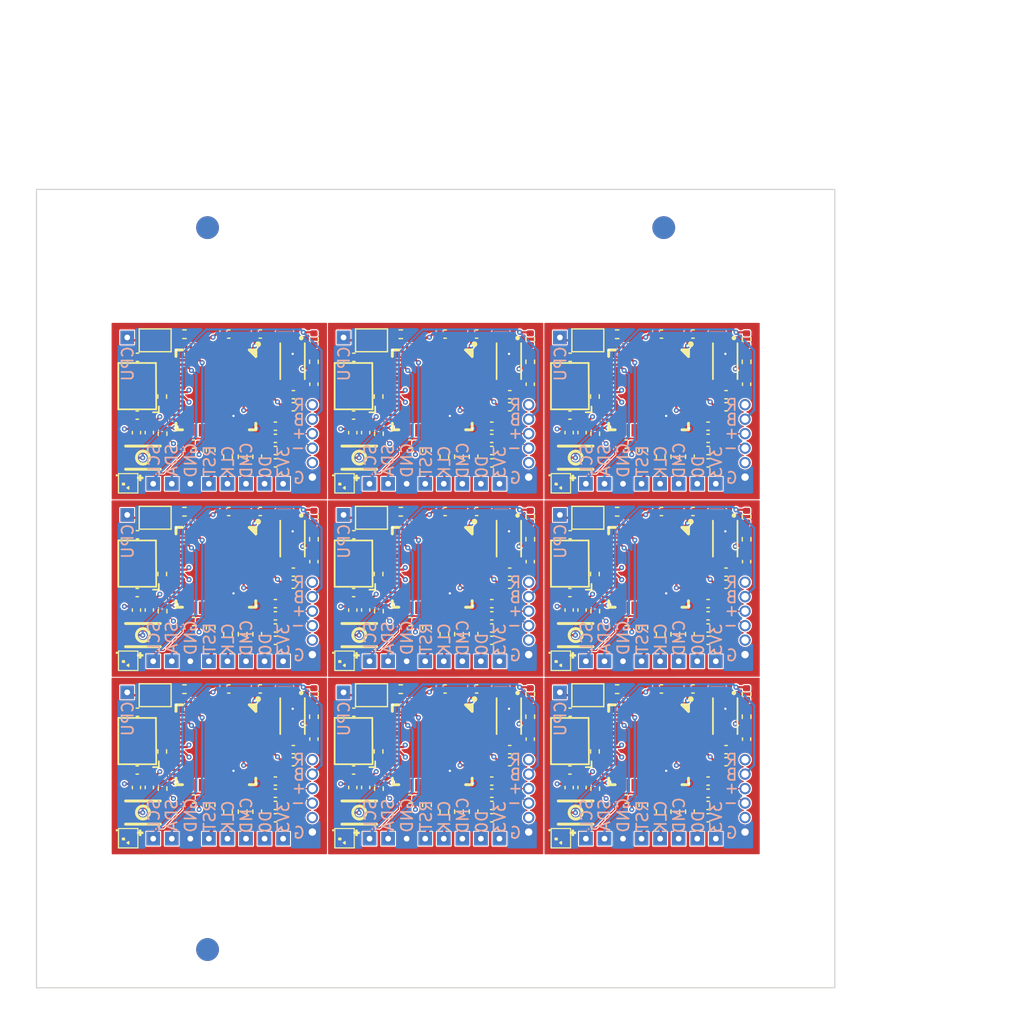
<source format=kicad_pcb>
(kicad_pcb (version 20221018) (generator pcbnew)
  (layers (0 "F.Cu" signal) (1 "In1.Cu" signal) (2 "In2.Cu" signal) (31 "B.Cu" signal) (34 "B.Paste" user) (35 "F.Paste" user) (36 "B.SilkS" user "B.Silkscreen") (37 "F.SilkS" user "F.Silkscreen") (38 "B.Mask" user) (39 "F.Mask" user) (44 "Edge.Cuts" user))
  (net 0 "")
  (net 1 "Board_0-+1V1")
  (net 2 "Board_0-+3V3")
  (net 3 "Board_0-BOARD_DET")
  (net 4 "Board_0-BOOT")
  (net 5 "Board_0-D+")
  (net 6 "Board_0-D-")
  (net 7 "Board_0-DBG_CLK")
  (net 8 "Board_0-DBG_DAT")
  (net 9 "Board_0-GND")
  (net 10 "Board_0-LED_DATA")
  (net 11 "Board_0-NS_CLK")
  (net 12 "Board_0-NS_CMD")
  (net 13 "Board_0-NS_CPU")
  (net 14 "Board_0-NS_D0")
  (net 15 "Board_0-NS_RST")
  (net 16 "Board_0-NS_SCL")
  (net 17 "Board_0-NS_SDA")
  (net 18 "Board_0-Net-(JP1-B)")
  (net 19 "Board_0-Net-(U1-GPIO27_ADC1)")
  (net 20 "Board_0-Net-(U1-GPIO28_ADC2)")
  (net 21 "Board_0-Net-(U1-GPIO29_ADC3)")
  (net 22 "Board_0-Net-(X1-OSC1)")
  (net 23 "Board_0-QSPI_CS")
  (net 24 "Board_0-QSPI_SCK")
  (net 25 "Board_0-QSPI_SD0")
  (net 26 "Board_0-QSPI_SD1")
  (net 27 "Board_0-QSPI_SD2")
  (net 28 "Board_0-QSPI_SD3")
  (net 29 "Board_0-RST")
  (net 30 "Board_0-XIN")
  (net 31 "Board_0-XOUT")
  (net 32 "Board_0-unconnected-(U1-GPIO0-Pad2)")
  (net 33 "Board_0-unconnected-(U1-GPIO1-Pad3)")
  (net 34 "Board_0-unconnected-(U1-GPIO10-Pad13)")
  (net 35 "Board_0-unconnected-(U1-GPIO11-Pad14)")
  (net 36 "Board_0-unconnected-(U1-GPIO14-Pad17)")
  (net 37 "Board_0-unconnected-(U1-GPIO17-Pad28)")
  (net 38 "Board_0-unconnected-(U1-GPIO18-Pad29)")
  (net 39 "Board_0-unconnected-(U1-GPIO19-Pad30)")
  (net 40 "Board_0-unconnected-(U1-GPIO2-Pad4)")
  (net 41 "Board_0-unconnected-(U1-GPIO20-Pad31)")
  (net 42 "Board_0-unconnected-(U1-GPIO21-Pad32)")
  (net 43 "Board_0-unconnected-(U1-GPIO22-Pad34)")
  (net 44 "Board_0-unconnected-(U1-GPIO23-Pad35)")
  (net 45 "Board_0-unconnected-(U1-GPIO24-Pad36)")
  (net 46 "Board_0-unconnected-(U1-GPIO3-Pad5)")
  (net 47 "Board_0-unconnected-(U1-GPIO4-Pad6)")
  (net 48 "Board_0-unconnected-(U1-GPIO5-Pad7)")
  (net 49 "Board_0-unconnected-(U1-GPIO6-Pad8)")
  (net 50 "Board_0-unconnected-(U1-GPIO7-Pad9)")
  (net 51 "Board_0-unconnected-(U1-GPIO8-Pad11)")
  (net 52 "Board_0-unconnected-(U1-GPIO9-Pad12)")
  (net 53 "Board_0-unconnected-(U5-DOUT-Pad1)")
  (net 54 "Board_1-+1V1")
  (net 55 "Board_1-+3V3")
  (net 56 "Board_1-BOARD_DET")
  (net 57 "Board_1-BOOT")
  (net 58 "Board_1-D+")
  (net 59 "Board_1-D-")
  (net 60 "Board_1-DBG_CLK")
  (net 61 "Board_1-DBG_DAT")
  (net 62 "Board_1-GND")
  (net 63 "Board_1-LED_DATA")
  (net 64 "Board_1-NS_CLK")
  (net 65 "Board_1-NS_CMD")
  (net 66 "Board_1-NS_CPU")
  (net 67 "Board_1-NS_D0")
  (net 68 "Board_1-NS_RST")
  (net 69 "Board_1-NS_SCL")
  (net 70 "Board_1-NS_SDA")
  (net 71 "Board_1-Net-(JP1-B)")
  (net 72 "Board_1-Net-(U1-GPIO27_ADC1)")
  (net 73 "Board_1-Net-(U1-GPIO28_ADC2)")
  (net 74 "Board_1-Net-(U1-GPIO29_ADC3)")
  (net 75 "Board_1-Net-(X1-OSC1)")
  (net 76 "Board_1-QSPI_CS")
  (net 77 "Board_1-QSPI_SCK")
  (net 78 "Board_1-QSPI_SD0")
  (net 79 "Board_1-QSPI_SD1")
  (net 80 "Board_1-QSPI_SD2")
  (net 81 "Board_1-QSPI_SD3")
  (net 82 "Board_1-RST")
  (net 83 "Board_1-XIN")
  (net 84 "Board_1-XOUT")
  (net 85 "Board_1-unconnected-(U1-GPIO0-Pad2)")
  (net 86 "Board_1-unconnected-(U1-GPIO1-Pad3)")
  (net 87 "Board_1-unconnected-(U1-GPIO10-Pad13)")
  (net 88 "Board_1-unconnected-(U1-GPIO11-Pad14)")
  (net 89 "Board_1-unconnected-(U1-GPIO14-Pad17)")
  (net 90 "Board_1-unconnected-(U1-GPIO17-Pad28)")
  (net 91 "Board_1-unconnected-(U1-GPIO18-Pad29)")
  (net 92 "Board_1-unconnected-(U1-GPIO19-Pad30)")
  (net 93 "Board_1-unconnected-(U1-GPIO2-Pad4)")
  (net 94 "Board_1-unconnected-(U1-GPIO20-Pad31)")
  (net 95 "Board_1-unconnected-(U1-GPIO21-Pad32)")
  (net 96 "Board_1-unconnected-(U1-GPIO22-Pad34)")
  (net 97 "Board_1-unconnected-(U1-GPIO23-Pad35)")
  (net 98 "Board_1-unconnected-(U1-GPIO24-Pad36)")
  (net 99 "Board_1-unconnected-(U1-GPIO3-Pad5)")
  (net 100 "Board_1-unconnected-(U1-GPIO4-Pad6)")
  (net 101 "Board_1-unconnected-(U1-GPIO5-Pad7)")
  (net 102 "Board_1-unconnected-(U1-GPIO6-Pad8)")
  (net 103 "Board_1-unconnected-(U1-GPIO7-Pad9)")
  (net 104 "Board_1-unconnected-(U1-GPIO8-Pad11)")
  (net 105 "Board_1-unconnected-(U1-GPIO9-Pad12)")
  (net 106 "Board_1-unconnected-(U5-DOUT-Pad1)")
  (net 107 "Board_2-+1V1")
  (net 108 "Board_2-+3V3")
  (net 109 "Board_2-BOARD_DET")
  (net 110 "Board_2-BOOT")
  (net 111 "Board_2-D+")
  (net 112 "Board_2-D-")
  (net 113 "Board_2-DBG_CLK")
  (net 114 "Board_2-DBG_DAT")
  (net 115 "Board_2-GND")
  (net 116 "Board_2-LED_DATA")
  (net 117 "Board_2-NS_CLK")
  (net 118 "Board_2-NS_CMD")
  (net 119 "Board_2-NS_CPU")
  (net 120 "Board_2-NS_D0")
  (net 121 "Board_2-NS_RST")
  (net 122 "Board_2-NS_SCL")
  (net 123 "Board_2-NS_SDA")
  (net 124 "Board_2-Net-(JP1-B)")
  (net 125 "Board_2-Net-(U1-GPIO27_ADC1)")
  (net 126 "Board_2-Net-(U1-GPIO28_ADC2)")
  (net 127 "Board_2-Net-(U1-GPIO29_ADC3)")
  (net 128 "Board_2-Net-(X1-OSC1)")
  (net 129 "Board_2-QSPI_CS")
  (net 130 "Board_2-QSPI_SCK")
  (net 131 "Board_2-QSPI_SD0")
  (net 132 "Board_2-QSPI_SD1")
  (net 133 "Board_2-QSPI_SD2")
  (net 134 "Board_2-QSPI_SD3")
  (net 135 "Board_2-RST")
  (net 136 "Board_2-XIN")
  (net 137 "Board_2-XOUT")
  (net 138 "Board_2-unconnected-(U1-GPIO0-Pad2)")
  (net 139 "Board_2-unconnected-(U1-GPIO1-Pad3)")
  (net 140 "Board_2-unconnected-(U1-GPIO10-Pad13)")
  (net 141 "Board_2-unconnected-(U1-GPIO11-Pad14)")
  (net 142 "Board_2-unconnected-(U1-GPIO14-Pad17)")
  (net 143 "Board_2-unconnected-(U1-GPIO17-Pad28)")
  (net 144 "Board_2-unconnected-(U1-GPIO18-Pad29)")
  (net 145 "Board_2-unconnected-(U1-GPIO19-Pad30)")
  (net 146 "Board_2-unconnected-(U1-GPIO2-Pad4)")
  (net 147 "Board_2-unconnected-(U1-GPIO20-Pad31)")
  (net 148 "Board_2-unconnected-(U1-GPIO21-Pad32)")
  (net 149 "Board_2-unconnected-(U1-GPIO22-Pad34)")
  (net 150 "Board_2-unconnected-(U1-GPIO23-Pad35)")
  (net 151 "Board_2-unconnected-(U1-GPIO24-Pad36)")
  (net 152 "Board_2-unconnected-(U1-GPIO3-Pad5)")
  (net 153 "Board_2-unconnected-(U1-GPIO4-Pad6)")
  (net 154 "Board_2-unconnected-(U1-GPIO5-Pad7)")
  (net 155 "Board_2-unconnected-(U1-GPIO6-Pad8)")
  (net 156 "Board_2-unconnected-(U1-GPIO7-Pad9)")
  (net 157 "Board_2-unconnected-(U1-GPIO8-Pad11)")
  (net 158 "Board_2-unconnected-(U1-GPIO9-Pad12)")
  (net 159 "Board_2-unconnected-(U5-DOUT-Pad1)")
  (net 160 "Board_3-+1V1")
  (net 161 "Board_3-+3V3")
  (net 162 "Board_3-BOARD_DET")
  (net 163 "Board_3-BOOT")
  (net 164 "Board_3-D+")
  (net 165 "Board_3-D-")
  (net 166 "Board_3-DBG_CLK")
  (net 167 "Board_3-DBG_DAT")
  (net 168 "Board_3-GND")
  (net 169 "Board_3-LED_DATA")
  (net 170 "Board_3-NS_CLK")
  (net 171 "Board_3-NS_CMD")
  (net 172 "Board_3-NS_CPU")
  (net 173 "Board_3-NS_D0")
  (net 174 "Board_3-NS_RST")
  (net 175 "Board_3-NS_SCL")
  (net 176 "Board_3-NS_SDA")
  (net 177 "Board_3-Net-(JP1-B)")
  (net 178 "Board_3-Net-(U1-GPIO27_ADC1)")
  (net 179 "Board_3-Net-(U1-GPIO28_ADC2)")
  (net 180 "Board_3-Net-(U1-GPIO29_ADC3)")
  (net 181 "Board_3-Net-(X1-OSC1)")
  (net 182 "Board_3-QSPI_CS")
  (net 183 "Board_3-QSPI_SCK")
  (net 184 "Board_3-QSPI_SD0")
  (net 185 "Board_3-QSPI_SD1")
  (net 186 "Board_3-QSPI_SD2")
  (net 187 "Board_3-QSPI_SD3")
  (net 188 "Board_3-RST")
  (net 189 "Board_3-XIN")
  (net 190 "Board_3-XOUT")
  (net 191 "Board_3-unconnected-(U1-GPIO0-Pad2)")
  (net 192 "Board_3-unconnected-(U1-GPIO1-Pad3)")
  (net 193 "Board_3-unconnected-(U1-GPIO10-Pad13)")
  (net 194 "Board_3-unconnected-(U1-GPIO11-Pad14)")
  (net 195 "Board_3-unconnected-(U1-GPIO14-Pad17)")
  (net 196 "Board_3-unconnected-(U1-GPIO17-Pad28)")
  (net 197 "Board_3-unconnected-(U1-GPIO18-Pad29)")
  (net 198 "Board_3-unconnected-(U1-GPIO19-Pad30)")
  (net 199 "Board_3-unconnected-(U1-GPIO2-Pad4)")
  (net 200 "Board_3-unconnected-(U1-GPIO20-Pad31)")
  (net 201 "Board_3-unconnected-(U1-GPIO21-Pad32)")
  (net 202 "Board_3-unconnected-(U1-GPIO22-Pad34)")
  (net 203 "Board_3-unconnected-(U1-GPIO23-Pad35)")
  (net 204 "Board_3-unconnected-(U1-GPIO24-Pad36)")
  (net 205 "Board_3-unconnected-(U1-GPIO3-Pad5)")
  (net 206 "Board_3-unconnected-(U1-GPIO4-Pad6)")
  (net 207 "Board_3-unconnected-(U1-GPIO5-Pad7)")
  (net 208 "Board_3-unconnected-(U1-GPIO6-Pad8)")
  (net 209 "Board_3-unconnected-(U1-GPIO7-Pad9)")
  (net 210 "Board_3-unconnected-(U1-GPIO8-Pad11)")
  (net 211 "Board_3-unconnected-(U1-GPIO9-Pad12)")
  (net 212 "Board_3-unconnected-(U5-DOUT-Pad1)")
  (net 213 "Board_4-+1V1")
  (net 214 "Board_4-+3V3")
  (net 215 "Board_4-BOARD_DET")
  (net 216 "Board_4-BOOT")
  (net 217 "Board_4-D+")
  (net 218 "Board_4-D-")
  (net 219 "Board_4-DBG_CLK")
  (net 220 "Board_4-DBG_DAT")
  (net 221 "Board_4-GND")
  (net 222 "Board_4-LED_DATA")
  (net 223 "Board_4-NS_CLK")
  (net 224 "Board_4-NS_CMD")
  (net 225 "Board_4-NS_CPU")
  (net 226 "Board_4-NS_D0")
  (net 227 "Board_4-NS_RST")
  (net 228 "Board_4-NS_SCL")
  (net 229 "Board_4-NS_SDA")
  (net 230 "Board_4-Net-(JP1-B)")
  (net 231 "Board_4-Net-(U1-GPIO27_ADC1)")
  (net 232 "Board_4-Net-(U1-GPIO28_ADC2)")
  (net 233 "Board_4-Net-(U1-GPIO29_ADC3)")
  (net 234 "Board_4-Net-(X1-OSC1)")
  (net 235 "Board_4-QSPI_CS")
  (net 236 "Board_4-QSPI_SCK")
  (net 237 "Board_4-QSPI_SD0")
  (net 238 "Board_4-QSPI_SD1")
  (net 239 "Board_4-QSPI_SD2")
  (net 240 "Board_4-QSPI_SD3")
  (net 241 "Board_4-RST")
  (net 242 "Board_4-XIN")
  (net 243 "Board_4-XOUT")
  (net 244 "Board_4-unconnected-(U1-GPIO0-Pad2)")
  (net 245 "Board_4-unconnected-(U1-GPIO1-Pad3)")
  (net 246 "Board_4-unconnected-(U1-GPIO10-Pad13)")
  (net 247 "Board_4-unconnected-(U1-GPIO11-Pad14)")
  (net 248 "Board_4-unconnected-(U1-GPIO14-Pad17)")
  (net 249 "Board_4-unconnected-(U1-GPIO17-Pad28)")
  (net 250 "Board_4-unconnected-(U1-GPIO18-Pad29)")
  (net 251 "Board_4-unconnected-(U1-GPIO19-Pad30)")
  (net 252 "Board_4-unconnected-(U1-GPIO2-Pad4)")
  (net 253 "Board_4-unconnected-(U1-GPIO20-Pad31)")
  (net 254 "Board_4-unconnected-(U1-GPIO21-Pad32)")
  (net 255 "Board_4-unconnected-(U1-GPIO22-Pad34)")
  (net 256 "Board_4-unconnected-(U1-GPIO23-Pad35)")
  (net 257 "Board_4-unconnected-(U1-GPIO24-Pad36)")
  (net 258 "Board_4-unconnected-(U1-GPIO3-Pad5)")
  (net 259 "Board_4-unconnected-(U1-GPIO4-Pad6)")
  (net 260 "Board_4-unconnected-(U1-GPIO5-Pad7)")
  (net 261 "Board_4-unconnected-(U1-GPIO6-Pad8)")
  (net 262 "Board_4-unconnected-(U1-GPIO7-Pad9)")
  (net 263 "Board_4-unconnected-(U1-GPIO8-Pad11)")
  (net 264 "Board_4-unconnected-(U1-GPIO9-Pad12)")
  (net 265 "Board_4-unconnected-(U5-DOUT-Pad1)")
  (net 266 "Board_5-+1V1")
  (net 267 "Board_5-+3V3")
  (net 268 "Board_5-BOARD_DET")
  (net 269 "Board_5-BOOT")
  (net 270 "Board_5-D+")
  (net 271 "Board_5-D-")
  (net 272 "Board_5-DBG_CLK")
  (net 273 "Board_5-DBG_DAT")
  (net 274 "Board_5-GND")
  (net 275 "Board_5-LED_DATA")
  (net 276 "Board_5-NS_CLK")
  (net 277 "Board_5-NS_CMD")
  (net 278 "Board_5-NS_CPU")
  (net 279 "Board_5-NS_D0")
  (net 280 "Board_5-NS_RST")
  (net 281 "Board_5-NS_SCL")
  (net 282 "Board_5-NS_SDA")
  (net 283 "Board_5-Net-(JP1-B)")
  (net 284 "Board_5-Net-(U1-GPIO27_ADC1)")
  (net 285 "Board_5-Net-(U1-GPIO28_ADC2)")
  (net 286 "Board_5-Net-(U1-GPIO29_ADC3)")
  (net 287 "Board_5-Net-(X1-OSC1)")
  (net 288 "Board_5-QSPI_CS")
  (net 289 "Board_5-QSPI_SCK")
  (net 290 "Board_5-QSPI_SD0")
  (net 291 "Board_5-QSPI_SD1")
  (net 292 "Board_5-QSPI_SD2")
  (net 293 "Board_5-QSPI_SD3")
  (net 294 "Board_5-RST")
  (net 295 "Board_5-XIN")
  (net 296 "Board_5-XOUT")
  (net 297 "Board_5-unconnected-(U1-GPIO0-Pad2)")
  (net 298 "Board_5-unconnected-(U1-GPIO1-Pad3)")
  (net 299 "Board_5-unconnected-(U1-GPIO10-Pad13)")
  (net 300 "Board_5-unconnected-(U1-GPIO11-Pad14)")
  (net 301 "Board_5-unconnected-(U1-GPIO14-Pad17)")
  (net 302 "Board_5-unconnected-(U1-GPIO17-Pad28)")
  (net 303 "Board_5-unconnected-(U1-GPIO18-Pad29)")
  (net 304 "Board_5-unconnected-(U1-GPIO19-Pad30)")
  (net 305 "Board_5-unconnected-(U1-GPIO2-Pad4)")
  (net 306 "Board_5-unconnected-(U1-GPIO20-Pad31)")
  (net 307 "Board_5-unconnected-(U1-GPIO21-Pad32)")
  (net 308 "Board_5-unconnected-(U1-GPIO22-Pad34)")
  (net 309 "Board_5-unconnected-(U1-GPIO23-Pad35)")
  (net 310 "Board_5-unconnected-(U1-GPIO24-Pad36)")
  (net 311 "Board_5-unconnected-(U1-GPIO3-Pad5)")
  (net 312 "Board_5-unconnected-(U1-GPIO4-Pad6)")
  (net 313 "Board_5-unconnected-(U1-GPIO5-Pad7)")
  (net 314 "Board_5-unconnected-(U1-GPIO6-Pad8)")
  (net 315 "Board_5-unconnected-(U1-GPIO7-Pad9)")
  (net 316 "Board_5-unconnected-(U1-GPIO8-Pad11)")
  (net 317 "Board_5-unconnected-(U1-GPIO9-Pad12)")
  (net 318 "Board_5-unconnected-(U5-DOUT-Pad1)")
  (net 319 "Board_6-+1V1")
  (net 320 "Board_6-+3V3")
  (net 321 "Board_6-BOARD_DET")
  (net 322 "Board_6-BOOT")
  (net 323 "Board_6-D+")
  (net 324 "Board_6-D-")
  (net 325 "Board_6-DBG_CLK")
  (net 326 "Board_6-DBG_DAT")
  (net 327 "Board_6-GND")
  (net 328 "Board_6-LED_DATA")
  (net 329 "Board_6-NS_CLK")
  (net 330 "Board_6-NS_CMD")
  (net 331 "Board_6-NS_CPU")
  (net 332 "Board_6-NS_D0")
  (net 333 "Board_6-NS_RST")
  (net 334 "Board_6-NS_SCL")
  (net 335 "Board_6-NS_SDA")
  (net 336 "Board_6-Net-(JP1-B)")
  (net 337 "Board_6-Net-(U1-GPIO27_ADC1)")
  (net 338 "Board_6-Net-(U1-GPIO28_ADC2)")
  (net 339 "Board_6-Net-(U1-GPIO29_ADC3)")
  (net 340 "Board_6-Net-(X1-OSC1)")
  (net 341 "Board_6-QSPI_CS")
  (net 342 "Board_6-QSPI_SCK")
  (net 343 "Board_6-QSPI_SD0")
  (net 344 "Board_6-QSPI_SD1")
  (net 345 "Board_6-QSPI_SD2")
  (net 346 "Board_6-QSPI_SD3")
  (net 347 "Board_6-RST")
  (net 348 "Board_6-XIN")
  (net 349 "Board_6-XOUT")
  (net 350 "Board_6-unconnected-(U1-GPIO0-Pad2)")
  (net 351 "Board_6-unconnected-(U1-GPIO1-Pad3)")
  (net 352 "Board_6-unconnected-(U1-GPIO10-Pad13)")
  (net 353 "Board_6-unconnected-(U1-GPIO11-Pad14)")
  (net 354 "Board_6-unconnected-(U1-GPIO14-Pad17)")
  (net 355 "Board_6-unconnected-(U1-GPIO17-Pad28)")
  (net 356 "Board_6-unconnected-(U1-GPIO18-Pad29)")
  (net 357 "Board_6-unconnected-(U1-GPIO19-Pad30)")
  (net 358 "Board_6-unconnected-(U1-GPIO2-Pad4)")
  (net 359 "Board_6-unconnected-(U1-GPIO20-Pad31)")
  (net 360 "Board_6-unconnected-(U1-GPIO21-Pad32)")
  (net 361 "Board_6-unconnected-(U1-GPIO22-Pad34)")
  (net 362 "Board_6-unconnected-(U1-GPIO23-Pad35)")
  (net 363 "Board_6-unconnected-(U1-GPIO24-Pad36)")
  (net 364 "Board_6-unconnected-(U1-GPIO3-Pad5)")
  (net 365 "Board_6-unconnected-(U1-GPIO4-Pad6)")
  (net 366 "Board_6-unconnected-(U1-GPIO5-Pad7)")
  (net 367 "Board_6-unconnected-(U1-GPIO6-Pad8)")
  (net 368 "Board_6-unconnected-(U1-GPIO7-Pad9)")
  (net 369 "Board_6-unconnected-(U1-GPIO8-Pad11)")
  (net 370 "Board_6-unconnected-(U1-GPIO9-Pad12)")
  (net 371 "Board_6-unconnected-(U5-DOUT-Pad1)")
  (net 372 "Board_7-+1V1")
  (net 373 "Board_7-+3V3")
  (net 374 "Board_7-BOARD_DET")
  (net 375 "Board_7-BOOT")
  (net 376 "Board_7-D+")
  (net 377 "Board_7-D-")
  (net 378 "Board_7-DBG_CLK")
  (net 379 "Board_7-DBG_DAT")
  (net 380 "Board_7-GND")
  (net 381 "Board_7-LED_DATA")
  (net 382 "Board_7-NS_CLK")
  (net 383 "Board_7-NS_CMD")
  (net 384 "Board_7-NS_CPU")
  (net 385 "Board_7-NS_D0")
  (net 386 "Board_7-NS_RST")
  (net 387 "Board_7-NS_SCL")
  (net 388 "Board_7-NS_SDA")
  (net 389 "Board_7-Net-(JP1-B)")
  (net 390 "Board_7-Net-(U1-GPIO27_ADC1)")
  (net 391 "Board_7-Net-(U1-GPIO28_ADC2)")
  (net 392 "Board_7-Net-(U1-GPIO29_ADC3)")
  (net 393 "Board_7-Net-(X1-OSC1)")
  (net 394 "Board_7-QSPI_CS")
  (net 395 "Board_7-QSPI_SCK")
  (net 396 "Board_7-QSPI_SD0")
  (net 397 "Board_7-QSPI_SD1")
  (net 398 "Board_7-QSPI_SD2")
  (net 399 "Board_7-QSPI_SD3")
  (net 400 "Board_7-RST")
  (net 401 "Board_7-XIN")
  (net 402 "Board_7-XOUT")
  (net 403 "Board_7-unconnected-(U1-GPIO0-Pad2)")
  (net 404 "Board_7-unconnected-(U1-GPIO1-Pad3)")
  (net 405 "Board_7-unconnected-(U1-GPIO10-Pad13)")
  (net 406 "Board_7-unconnected-(U1-GPIO11-Pad14)")
  (net 407 "Board_7-unconnected-(U1-GPIO14-Pad17)")
  (net 408 "Board_7-unconnected-(U1-GPIO17-Pad28)")
  (net 409 "Board_7-unconnected-(U1-GPIO18-Pad29)")
  (net 410 "Board_7-unconnected-(U1-GPIO19-Pad30)")
  (net 411 "Board_7-unconnected-(U1-GPIO2-Pad4)")
  (net 412 "Board_7-unconnected-(U1-GPIO20-Pad31)")
  (net 413 "Board_7-unconnected-(U1-GPIO21-Pad32)")
  (net 414 "Board_7-unconnected-(U1-GPIO22-Pad34)")
  (net 415 "Board_7-unconnected-(U1-GPIO23-Pad35)")
  (net 416 "Board_7-unconnected-(U1-GPIO24-Pad36)")
  (net 417 "Board_7-unconnected-(U1-GPIO3-Pad5)")
  (net 418 "Board_7-unconnected-(U1-GPIO4-Pad6)")
  (net 419 "Board_7-unconnected-(U1-GPIO5-Pad7)")
  (net 420 "Board_7-unconnected-(U1-GPIO6-Pad8)")
  (net 421 "Board_7-unconnected-(U1-GPIO7-Pad9)")
  (net 422 "Board_7-unconnected-(U1-GPIO8-Pad11)")
  (net 423 "Board_7-unconnected-(U1-GPIO9-Pad12)")
  (net 424 "Board_7-unconnected-(U5-DOUT-Pad1)")
  (net 425 "Board_8-+1V1")
  (net 426 "Board_8-+3V3")
  (net 427 "Board_8-BOARD_DET")
  (net 428 "Board_8-BOOT")
  (net 429 "Board_8-D+")
  (net 430 "Board_8-D-")
  (net 431 "Board_8-DBG_CLK")
  (net 432 "Board_8-DBG_DAT")
  (net 433 "Board_8-GND")
  (net 434 "Board_8-LED_DATA")
  (net 435 "Board_8-NS_CLK")
  (net 436 "Board_8-NS_CMD")
  (net 437 "Board_8-NS_CPU")
  (net 438 "Board_8-NS_D0")
  (net 439 "Board_8-NS_RST")
  (net 440 "Board_8-NS_SCL")
  (net 441 "Board_8-NS_SDA")
  (net 442 "Board_8-Net-(JP1-B)")
  (net 443 "Board_8-Net-(U1-GPIO27_ADC1)")
  (net 444 "Board_8-Net-(U1-GPIO28_ADC2)")
  (net 445 "Board_8-Net-(U1-GPIO29_ADC3)")
  (net 446 "Board_8-Net-(X1-OSC1)")
  (net 447 "Board_8-QSPI_CS")
  (net 448 "Board_8-QSPI_SCK")
  (net 449 "Board_8-QSPI_SD0")
  (net 450 "Board_8-QSPI_SD1")
  (net 451 "Board_8-QSPI_SD2")
  (net 452 "Board_8-QSPI_SD3")
  (net 453 "Board_8-RST")
  (net 454 "Board_8-XIN")
  (net 455 "Board_8-XOUT")
  (net 456 "Board_8-unconnected-(U1-GPIO0-Pad2)")
  (net 457 "Board_8-unconnected-(U1-GPIO1-Pad3)")
  (net 458 "Board_8-unconnected-(U1-GPIO10-Pad13)")
  (net 459 "Board_8-unconnected-(U1-GPIO11-Pad14)")
  (net 460 "Board_8-unconnected-(U1-GPIO14-Pad17)")
  (net 461 "Board_8-unconnected-(U1-GPIO17-Pad28)")
  (net 462 "Board_8-unconnected-(U1-GPIO18-Pad29)")
  (net 463 "Board_8-unconnected-(U1-GPIO19-Pad30)")
  (net 464 "Board_8-unconnected-(U1-GPIO2-Pad4)")
  (net 465 "Board_8-unconnected-(U1-GPIO20-Pad31)")
  (net 466 "Board_8-unconnected-(U1-GPIO21-Pad32)")
  (net 467 "Board_8-unconnected-(U1-GPIO22-Pad34)")
  (net 468 "Board_8-unconnected-(U1-GPIO23-Pad35)")
  (net 469 "Board_8-unconnected-(U1-GPIO24-Pad36)")
  (net 470 "Board_8-unconnected-(U1-GPIO3-Pad5)")
  (net 471 "Board_8-unconnected-(U1-GPIO4-Pad6)")
  (net 472 "Board_8-unconnected-(U1-GPIO5-Pad7)")
  (net 473 "Board_8-unconnected-(U1-GPIO6-Pad8)")
  (net 474 "Board_8-unconnected-(U1-GPIO7-Pad9)")
  (net 475 "Board_8-unconnected-(U1-GPIO8-Pad11)")
  (net 476 "Board_8-unconnected-(U1-GPIO9-Pad12)")
  (net 477 "Board_8-unconnected-(U5-DOUT-Pad1)")
  (footprint "kicad_lceda:USON-8_L3.0-W2.0-P0.50-BL-EP" (layer "F.Cu") (at 173.89 35.0625 180)
    (fp_text reference "U2" hide)
    (fp_text value "W25Q16JVUXIQ")
  )
  (footprint "Resistor_SMD:R_0402_1005Metric" (layer "F.Cu") (at 166.71 73.96 -90)
    (fp_text reference "R3" hide)
    (fp_text value "10k")
  )
  (footprint "Resistor_SMD:R_0402_1005Metric" (layer "F.Cu") (at 156.795 48.69 -90)
    (fp_text reference "R5" hide)
    (fp_text value "1k")
  )
  (footprint "kicad_lceda:TH_Pads_1x1_P1.20mml" (layer "F.Cu") (at 142.7025 76.93)
    (fp_text reference "J7" hide)
    (fp_text value "Conn_01x01")
  )
  (footprint "Resistor_SMD:R_0402_1005Metric" (layer "F.Cu") (at 147.74 73.96 -90)
    (fp_text reference "R3" hide)
    (fp_text value "10k")
  )
  (footprint "Capacitor_SMD:C_0402_1005Metric" (layer "F.Cu") (at 146.245 42.33 180)
    (fp_text reference "C7" hide)
    (fp_text value "100nF,16V,X7R ")
  )
  (footprint "Capacitor_SMD:C_0402_1005Metric" (layer "F.Cu") (at 173.965 38)
    (fp_text reference "C2" hide)
    (fp_text value "100nF,16V,X7R ")
  )
  (footprint "kicad_lceda:USON-8_L3.0-W2.0-P0.50-BL-EP" (layer "F.Cu") (at 135.95 35.0625 180)
    (fp_text reference "U2" hide)
    (fp_text value "W25Q16JVUXIQ")
  )
  (footprint "Capacitor_SMD:C_0402_1005Metric" (layer "F.Cu") (at 134.45 58.455)
    (fp_text reference "C9" hide)
    (fp_text value "100nF,16V,X7R ")
  )
  (footprint "Capacitor_SMD:C_0402_1005Metric" (layer "F.Cu") (at 160.275 55.35)
    (fp_text reference "C1" hide)
    (fp_text value "27pF,50V,C0G ")
  )
  (footprint "kicad_lceda:TH_Pads_1x1_P1.20mml" (layer "F.Cu") (at 164.9275 76.93)
    (fp_text reference "J9" hide)
    (fp_text value "Conn_01x01")
  )
  (footprint "kicad_lceda:TH_Pads_1x1_P1.20mml" (layer "F.Cu") (at 149.2125 76.93 90)
    (fp_text reference "J3" hide)
    (fp_text value "Conn_01x01")
  )
  (footprint "Capacitor_SMD:C_0402_1005Metric" (layer "F.Cu") (at 122.265 56.885 -90)
    (fp_text reference "C13" hide)
    (fp_text value "100nF,16V,X7R ")
  )
  (footprint "kicad_lceda:LED-SMD_4P-L1.0-W1.0-TL_XL-1010RGBC-WS2812B" (layer "F.Cu") (at 140.51 61.33)
    (fp_text reference "U5" hide)
    (fp_text value "XL-1010RGBC-WS2812B")
  )
  (footprint "Resistor_SMD:R_0402_1005Metric" (layer "F.Cu") (at 168.235 59 -90)
    (fp_text reference "R9" hide)
    (fp_text value "47")
  )
  (footprint "Resistor_SMD:R_0402_1005Metric" (layer "F.Cu") (at 137.825 66.235 90)
    (fp_text reference "R6" hide)
    (fp_text value "10k")
  )
  (footprint "Resistor_SMD:R_0402_1005Metric" (layer "F.Cu") (at 147.74 42.84 -90)
    (fp_text reference "R3" hide)
    (fp_text value "10k")
  )
  (footprint "Capacitor_SMD:C_0402_1005Metric" (layer "F.Cu") (at 127.275 42.33 180)
    (fp_text reference "C7" hide)
    (fp_text value "100nF,16V,X7R ")
  )
  (footprint "Resistor_SMD:R_0402_1005Metric" (layer "F.Cu") (at 145.445 32.7)
    (fp_text reference "R12" hide)
    (fp_text value "10k")
  )
  (footprint "Capacitor_SMD:C_0402_1005Metric" (layer "F.Cu") (at 173.965 69.12)
    (fp_text reference "C2" hide)
    (fp_text value "100nF,16V,X7R ")
  )
  (footprint "Capacitor_SMD:C_0402_1005Metric" (layer "F.Cu") (at 172.39 42.895)
    (fp_text reference "C9" hide)
    (fp_text value "100nF,16V,X7R ")
  )
  (footprint "Resistor_SMD:R_0402_1005Metric" (layer "F.Cu") (at 130.295 43.44 -90)
    (fp_text reference "R9" hide)
    (fp_text value "47")
  )
  (footprint "Capacitor_SMD:C_0402_1005Metric" (layer "F.Cu") (at 122.335 55.35)
    (fp_text reference "C1" hide)
    (fp_text value "27pF,50V,C0G ")
  )
  (footprint "kicad_lceda:TH_Pads_1x1_P1.20mml" (layer "F.Cu") (at 144.335 61.37 -90)
    (fp_text reference "J6" hide)
    (fp_text value "Conn_01x01")
  )
  (footprint "kicad_lceda:OSC-SMD_4P-L3.2-W2.5-BL" (layer "F.Cu") (at 122.322 68.373 90)
    (fp_text reference "X1" hide)
    (fp_text value "SMD-3225_4P_12.000MHZ_9PF")
  )
  (footprint "kicad_lceda:LQFN-56_L7.0-W7.0-P0.4-EP" (layer "F.Cu") (at 167.17 68.695 -90)
    (fp_text reference "U1" hide)
    (fp_text value "RP2040")
  )
  (footprint "kicad_lceda:TH_Pads_1x1_P1.20mml" (layer "F.Cu") (at 169.81 45.81 90)
    (fp_text reference "J4" hide)
    (fp_text value "Conn_01x01")
  )
  (footprint "kicad_lceda:SolderJumper-2_P1.3mm_Open_TrianglePad1.0x1.5mm_Sm" (layer "F.Cu") (at 123.905 33.23)
    (fp_text reference "JP1" hide)
    (fp_text value "Jumper_2_Open")
  )
  (footprint "kicad_lceda:OSC-SMD_4P-L3.2-W2.5-BL" (layer "F.Cu") (at 160.262 68.373 90)
    (fp_text reference "X1" hide)
    (fp_text value "SMD-3225_4P_12.000MHZ_9PF")
  )
  (footprint "kicad_lceda:KEY-SMD_L3.0-W2.0-LS3.5" (layer "F.Cu") (at 160.775 59.08)
    (fp_text reference "SW1" hide)
    (fp_text value "EVPAWED40")
  )
  (footprint "Resistor_SMD:R_0402_1005Metric" (layer "F.Cu") (at 156.795 33.13 -90)
    (fp_text reference "R5" hide)
    (fp_text value "1k")
  )
  (footprint "Resistor_SMD:R_0402_1005Metric" (layer "F.Cu") (at 175.765 35.115 90)
    (fp_text reference "R6" hide)
    (fp_text value "10k")
  )
  (footprint "Capacitor_SMD:C_0402_1005Metric" (layer "F.Cu") (at 171.065 48.24)
    (fp_text reference "C11" hide)
    (fp_text value "100nF,16V,X7R ")
  )
  (footprint "Resistor_SMD:R_0402_1005Metric" (layer "F.Cu") (at 156.795 35.115 90)
    (fp_text reference "R6" hide)
    (fp_text value "10k")
  )
  (footprint "Resistor_SMD:R_0402_1005Metric" (layer "F.Cu") (at 128.77 73.96 -90)
    (fp_text reference "R3" hide)
    (fp_text value "10k")
  )
  (footprint "Capacitor_SMD:C_0402_1005Metric" (layer "F.Cu") (at 130.36 32.685)
    (fp_text reference "C12" hide)
    (fp_text value "100nF,16V,X7R ")
  )
  (footprint "Capacitor_SMD:C_0402_1005Metric" (layer "F.Cu") (at 141.305 55.35)
    (fp_text reference "C1" hide)
    (fp_text value "27pF,50V,C0G ")
  )
  (footprint "kicad_lceda:TH_Pads_1x1_P1.20mml" (layer "F.Cu") (at 168.1825 61.37 90)
    (fp_text reference "J3" hide)
    (fp_text value "Conn_01x01")
  )
  (footprint "Resistor_SMD:R_0402_1005Metric" (layer "F.Cu") (at 131.575 43.44 -90)
    (fp_text reference "R10" hide)
    (fp_text value "47")
  )
  (footprint "Capacitor_SMD:C_0402_1005Metric" (layer "F.Cu") (at 173.965 53.56)
    (fp_text reference "C2" hide)
    (fp_text value "100nF,16V,X7R ")
  )
  (footprint "kicad_lceda:USON-8_L3.0-W2.0-P0.50-BL-EP" (layer "F.Cu") (at 154.92 35.0625 180)
    (fp_text reference "U2" hide)
    (fp_text value "W25Q16JVUXIQ")
  )
  (footprint "Capacitor_SMD:C_0402_1005Metric" (layer "F.Cu") (at 160.275 70.91)
    (fp_text reference "C1" hide)
    (fp_text value "27pF,50V,C0G ")
  )
  (footprint "Capacitor_SMD:C_0402_1005Metric" (layer "F.Cu") (at 133.125 48.24)
    (fp_text reference "C11" hide)
    (fp_text value "100nF,16V,X7R ")
  )
  (footprint "kicad_lceda:TH_Pads_1x1_P1.20mml" (layer "F.Cu") (at 149.2125 45.81 90)
    (fp_text reference "J3" hide)
    (fp_text value "Conn_01x01")
  )
  (footprint "kicad_lceda:TH_Pads_1x1_P1.20mml" (layer "F.Cu") (at 135.125 76.93)
    (fp_text reference "J10" hide)
    (fp_text value "Conn_01x01")
  )
  (footprint "Resistor_SMD:R_0402_1005Metric" (layer "F.Cu") (at 166.71 58.4 -90)
    (fp_text reference "R3" hide)
    (fp_text value "10k")
  )
  (footprint "Resistor_SMD:R_0402_1005Metric" (layer "F.Cu") (at 128.77 42.84 -90)
    (fp_text reference "R3" hide)
    (fp_text value "10k")
  )
  (footprint "Resistor_SMD:R_0402_1005Metric" (layer "F.Cu") (at 124.555 41.42 90)
    (fp_text reference "R2" hide)
    (fp_text value "10k")
  )
  (footprint "kicad_lceda:KEY-SMD_L3.0-W2.0-LS3.5" (layer "F.Cu") (at 160.775 43.52)
    (fp_text reference "SW1" hide)
    (fp_text value "EVPAWED40")
  )
  (footprint "Capacitor_SMD:C_0402_1005Metric" (layer "F.Cu") (at 154.995 38)
    (fp_text reference "C2" hide)
    (fp_text value "100nF,16V,X7R ")
  )
  (footprint "Capacitor_SMD:C_0402_1005Metric" (layer "F.Cu") (at 142.365 56.88 -90)
    (fp_text reference "C4" hide)
    (fp_text value "100nF,16V,X7R ")
  )
  (footprint "Capacitor_SMD:C_0402_1005Metric" (layer "F.Cu") (at 142.365 72.44 -90)
    (fp_text reference "C4" hide)
    (fp_text value "100nF,16V,X7R ")
  )
  (footprint "kicad_lceda:LQFN-56_L7.0-W7.0-P0.4-EP" (layer "F.Cu") (at 129.23 37.575 -90)
    (fp_text reference "U1" hide)
    (fp_text value "RP2040")
  )
  (footprint "Resistor_SMD:R_0402_1005Metric" (layer "F.Cu") (at 168.235 43.44 -90)
    (fp_text reference "R9" hide)
    (fp_text value "47")
  )
  (footprint "Capacitor_SMD:C_0402_1005Metric" (layer "F.Cu") (at 153.42 58.455)
    (fp_text reference "C9" hide)
    (fp_text value "100nF,16V,X7R ")
  )
  (footprint "Capacitor_SMD:C_0402_1005Metric" (layer "F.Cu") (at 130.36 63.805)
    (fp_text reference "C12" hide)
    (fp_text value "100nF,16V,X7R ")
  )
  (footprint "Capacitor_SMD:C_0402_1005Metric" (layer "F.Cu") (at 172.395 75.1)
    (fp_text reference "C8" hide)
    (fp_text value "100nF,16V,X7R ")
  )
  (footprint "kicad_lceda:LED-SMD_4P-L1.0-W1.0-TL_XL-1010RGBC-WS2812B" (layer "F.Cu") (at 140.51 45.77)
    (fp_text reference "U5" hide)
    (fp_text value "XL-1010RGBC-WS2812B")
  )
  (footprint "Capacitor_SMD:C_0402_1005Metric" (layer "F.Cu") (at 171.065 63.8)
    (fp_text reference "C11" hide)
    (fp_text value "100nF,16V,X7R ")
  )
  (footprint "kicad_lceda:TH_Pads_1x1_P1.20mml" (layer "F.Cu") (at 168.1825 76.93 90)
    (fp_text reference "J3" hide)
    (fp_text value "Conn_01x01")
  )
  (footprint "kicad_lceda:USON-8_L3.0-W2.0-P0.50-BL-EP" (layer "F.Cu") (at 135.95 66.1825 180)
    (fp_text reference "U2" hide)
    (fp_text value "W25Q16JVUXIQ")
  )
  (footprint "Capacitor_SMD:C_0402_1005Metric" (layer "F.Cu") (at 154.995 54.62)
    (fp_text reference "C10" hide)
    (fp_text value "100nF,16V,X7R ")
  )
  (footprint "Capacitor_SMD:C_0402_1005Metric" (layer "F.Cu") (at 122.335 70.91)
    (fp_text reference "C1" hide)
    (fp_text value "27pF,50V,C0G ")
  )
  (footprint "Capacitor_SMD:C_0402_1005Metric" (layer "F.Cu") (at 122.335 39.79)
    (fp_text reference "C1" hide)
    (fp_text value "27pF,50V,C0G ")
  )
  (footprint "Capacitor_SMD:C_0402_1005Metric" (layer "F.Cu") (at 127.275 57.89 180)
    (fp_text reference "C7" hide)
    (fp_text value "100nF,16V,X7R ")
  )
  (footprint "Capacitor_SMD:C_0402_1005Metric" (layer "F.Cu") (at 172.39 74.015)
    (fp_text reference "C9" hide)
    (fp_text value "100nF,16V,X7R ")
  )
  (footprint "Fiducial" (layer "F.Cu") (at 128.5 23.35)
    (fp_text reference "REF**" hide)
    (fp_text value "Fiducial" hide)
  )
  (footprint "Capacitor_SMD:C_0402_1005Metric" (layer "F.Cu") (at 134.45 57.3875 180)
    (fp_text reference "C6" hide)
    (fp_text value "1uF,25V,X5R ")
  )
  (footprint "Capacitor_SMD:C_0402_1005Metric" (layer "F.Cu") (at 152.095 48.24)
    (fp_text reference "C11" hide)
    (fp_text value "100nF,16V,X7R ")
  )
  (footprint "Capacitor_SMD:C_0402_1005Metric" (layer "F.Cu") (at 137.825 37.08 -90)
    (fp_text reference "C14" hide)
    (fp_text value "100nF,16V,X7R ")
  )
  (footprint "Capacitor_SMD:C_0402_1005Metric" (layer "F.Cu") (at 173.965 54.62)
    (fp_text reference "C10" hide)
    (fp_text value "100nF,16V,X7R ")
  )
  (footprint "Resistor_SMD:R_0402_1005Metric" (layer "F.Cu") (at 137.825 48.69 -90)
    (fp_text reference "R5" hide)
    (fp_text value "1k")
  )
  (footprint "Capacitor_SMD:C_0402_1005Metric" (layer "F.Cu") (at 141.305 39.79)
    (fp_text reference "C1" hide)
    (fp_text value "27pF,50V,C0G ")
  )
  (footprint "kicad_lceda:TH_Pads_1x1_P1.20mml" (layer "F.Cu") (at 169.81 61.37 90)
    (fp_text reference "J4" hide)
    (fp_text value "Conn_01x01")
  )
  (footprint "Resistor_SMD:R_0402_1005Metric" (layer "F.Cu") (at 149.265 59 -90)
    (fp_text reference "R9" hide)
    (fp_text value "47")
  )
  (footprint "kicad_lceda:KEY-SMD_L3.0-W2.0-LS3.5" (layer "F.Cu") (at 122.835 59.08)
    (fp_text reference "SW1" hide)
    (fp_text value "EVPAWED40")
  )
  (footprint "Resistor_SMD:R_0402_1005Metric" (layer "F.Cu") (at 151.825 59 -90)
    (fp_text reference "R11" hide)
    (fp_text value "47")
  )
  (footprint "Capacitor_SMD:C_0402_1005Metric" (layer "F.Cu") (at 156.795 68.2 -90)
    (fp_text reference "C14" hide)
    (fp_text value "100nF,16V,X7R ")
  )
  (footprint "Resistor_SMD:R_0402_1005Metric" (layer "F.Cu") (at 164.415 32.7)
    (fp_text reference "R12" hide)
    (fp_text value "10k")
  )
  (footprint "Capacitor_SMD:C_0402_1005Metric" (layer "F.Cu") (at 153.42 42.895)
    (fp_text reference "C9" hide)
    (fp_text value "100nF,16V,X7R ")
  )
  (footprint "Capacitor_SMD:C_0402_1005Metric" (layer "F.Cu") (at 127.275 73.45 180)
    (fp_text reference "C7" hide)
    (fp_text value "100nF,16V,X7R ")
  )
  (footprint "kicad_lceda:SolderJumper-2_P1.3mm_Open_TrianglePad1.0x1.5mm_Sm" (layer "F.Cu") (at 161.845 33.23)
    (fp_text reference "JP1" hide)
    (fp_text value "Jumper_2_Open")
  )
  (footprint "kicad_lceda:LQFN-56_L7.0-W7.0-P0.4-EP" (layer "F.Cu") (at 167.17 53.135 -90)
    (fp_text reference "U1" hide)
    (fp_text value "RP2040")
  )
  (footprint "Capacitor_SMD:C_0402_1005Metric" (layer "F.Cu") (at 141.235 56.885 -90)
    (fp_text reference "C13" hide)
    (fp_text value "100nF,16V,X7R ")
  )
  (footprint "kicad_lceda:TH_Pads_1x1_P1.20mml" (layer "F.Cu") (at 147.585 76.93 90)
    (fp_text reference "J2" hide)
    (fp_text value "Conn_01x01")
  )
  (footprint "kicad_lceda:TH_Pads_1x1_P1.20mml" (layer "F.Cu") (at 145.9575 76.93)
    (fp_text reference "J9" hide)
    (fp_text value "Conn_01x01")
  )
  (footprint "Capacitor_SMD:C_0402_1005Metric" (layer "F.Cu") (at 153.42 57.3875 180)
    (fp_text reference "C6" hide)
    (fp_text value "1uF,25V,X5R ")
  )
  (footprint "kicad_lceda:TH_Pads_1x1_P1.20mml" (layer "F.Cu") (at 150.84 45.81 90)
    (fp_text reference "J4" hide)
    (fp_text value "Conn_01x01")
  )
  (footprint "Resistor_SMD:R_0402_1005Metric" (layer "F.Cu") (at 124.555 56.98 90)
    (fp_text reference "R2" hide)
    (fp_text value "10k")
  )
  (footprint "Resistor_SMD:R_0402_1005Metric" (layer "F.Cu") (at 145.445 48.26)
    (fp_text reference "R12" hide)
    (fp_text value "10k")
  )
  (footprint "kicad_lceda:TH_Pads_1x1_P1.20mml" (layer "F.Cu") (at 125.365 76.93 -90)
    (fp_text reference "J6" hide)
    (fp_text value "Conn_01x01")
  )
  (footprint "kicad_lceda:LQFN-56_L7.0-W7.0-P0.4-EP" (layer "F.Cu") (at 129.23 53.135 -90)
    (fp_text reference "U1" hide)
    (fp_text value "RP2040")
  )
  (footprint "Capacitor_SMD:C_0402_1005Metric" (layer "F.Cu") (at 153.42 56.32)
    (fp_text reference "C5" hide)
    (fp_text value "1uF,25V,X5R ")
  )
  (footprint "Capacitor_SMD:C_0402_1005Metric" (layer "F.Cu") (at 160.295 34.72)
    (fp_text reference "C3" hide)
    (fp_text value "27pF,50V,C0G ")
  )
  (footprint "kicad_lceda:USON-8_L3.0-W2.0-P0.50-BL-EP" (layer "F.Cu") (at 154.92 66.1825 180)
    (fp_text reference "U2" hide)
    (fp_text value "W25Q16JVUXIQ")
  )
  (footprint "kicad_lceda:TH_Pads_1x1_P1.20mml" (layer "F.Cu") (at 126.9875 76.93)
    (fp_text reference "J9" hide)
    (fp_text value "Conn_01x01")
  )
  (footprint "kicad_lceda:TH_Pads_1x1_P1.20mml" (layer "F.Cu") (at 164.9275 61.37)
    (fp_text reference "J9" hide)
    (fp_text value "Conn_01x01")
  )
  (footprint "Capacitor_SMD:C_0402_1005Metric" (layer "F.Cu") (at 122.355 65.84)
    (fp_text reference "C3" hide)
    (fp_text value "27pF,50V,C0G ")
  )
  (footprint "Capacitor_SMD:C_0402_1005Metric" (layer "F.Cu") (at 168.3 48.245)
    (fp_text reference "C12" hide)
    (fp_text value "100nF,16V,X7R ")
  )
  (footprint "kicad_lceda:TH_Pads_1x1_P1.20mml" (layer "F.Cu") (at 173.065 61.37)
    (fp_text reference "J10" hide)
    (fp_text value "Conn_01x01")
  )
  (footprint "Resistor_SMD:R_0402_1005Metric" (layer "F.Cu") (at 124.525 53.72 90)
    (fp_text reference "R1" hide)
    (fp_text value "1k")
  )
  (footprint "kicad_lceda:TH_Pads_1x1_P1.20mml" (layer "F.Cu") (at 166.555 61.37 90)
    (fp_text reference "J2" hide)
    (fp_text value "Conn_01x01")
  )
  (footprint "Capacitor_SMD:C_0402_1005Metric" (layer "F.Cu") (at 134.45 40.76)
    (fp_text reference "C5" hide)
    (fp_text value "1uF,25V,X5R ")
  )
  (footprint "Capacitor_SMD:C_0402_1005Metric" (layer "F.Cu") (at 153.42 41.8275 180)
    (fp_text reference "C6" hide)
    (fp_text value "1uF,25V,X5R ")
  )
  (footprint "kicad_lceda:TH_Pads_1x1_P1.20mml" (layer "F.Cu") (at 128.615 76.93 90)
    (fp_text reference "J2" hide)
    (fp_text value "Conn_01x01")
  )
  (footprint "Capacitor_SMD:C_0402_1005Metric" (layer "F.Cu") (at 160.205 72.445 -90)
    (fp_text reference "C13" hide)
    (fp_text value "100nF,16V,X7R ")
  )
  (footprint "Resistor_SMD:R_0402_1005Metric" (layer "F.Cu") (at 128.77 58.4 -90)
    (fp_text reference "R3" hide)
    (fp_text value "10k")
  )
  (footprint "kicad_lceda:TH_Pads_1x1_P1.20mml" (layer "F.Cu") (at 128.615 61.37 90)
    (fp_text reference "J2" hide)
    (fp_text value "Conn_01x01")
  )
  (footprint "Resistor_SMD:R_0402_1005Metric" (layer "F.Cu") (at 151.825 74.56 -90)
    (fp_text reference "R11" hide)
    (fp_text value "47")
  )
  (footprint "Capacitor_SMD:C_0402_1005Metric" (layer "F.Cu") (at 136.025 39.06)
    (fp_text reference "C10" hide)
    (fp_text value "100nF,16V,X7R ")
  )
  (footprint "kicad_lceda:TH_Pads_1x1_P1.20mml" (layer "F.Cu") (at 142.7025 45.81)
    (fp_text reference "J7" hide)
    (fp_text value "Conn_01x01")
  )
  (footprint "kicad_lceda:TH_Pads_1x1_P1.20mml" (layer "F.Cu") (at 152.4675 61.37)
    (fp_text reference "J5" hide)
    (fp_text value "Conn_01x01")
  )
  (footprint "Resistor_SMD:R_0402_1005Metric" (layer "F.Cu") (at 169.515 43.44 -90)
    (fp_text reference "R10" hide)
    (fp_text value "47")
  )
  (footprint "kicad_lceda:LED-SMD_4P-L1.0-W1.0-TL_XL-1010RGBC-WS2812B" (layer "F.Cu") (at 159.48 76.89)
    (fp_text reference "U5" hide)
    (fp_text value "XL-1010RGBC-WS2812B")
  )
  (footprint "Resistor_SMD:R_0402_1005Metric" (layer "F.Cu") (at 150.545 74.56 -90)
    (fp_text reference "R10" hide)
    (fp_text value "47")
  )
  (footprint "kicad_lceda:TH_Pads_1x1_P1.20mml" (layer "F.Cu") (at 166.555 45.81 90)
    (fp_text reference "J2" hide)
    (fp_text value "Conn_01x01")
  )
  (footprint "Resistor_SMD:R_0402_1005Metric" (layer "F.Cu") (at 162.465 38.16 90)
    (fp_text reference "R1" hide)
    (fp_text value "1k")
  )
  (footprint "Capacitor_SMD:C_0402_1005Metric" (layer "F.Cu") (at 154.995 53.56)
    (fp_text reference "C2" hide)
    (fp_text value "100nF,16V,X7R ")
  )
  (footprint "Resistor_SMD:R_0402_1005Metric" (layer "F.Cu") (at 162.495 72.54 90)
    (fp_text reference "R2" hide)
    (fp_text value "10k")
  )
  (footprint "kicad_lceda:TH_Pads_1x1_P1.20mml" (layer "F.Cu") (at 126.9875 45.81)
    (fp_text reference "J9" hide)
    (fp_text value "Conn_01x01")
  )
  (footprint "Capacitor_SMD:C_0402_1005Metric" (layer "F.Cu") (at 153.42 74.015)
    (fp_text reference "C9" hide)
    (fp_text value "100nF,16V,X7R ")
  )
  (footprint "Capacitor_SMD:C_0402_1005Metric" (layer "F.Cu") (at 160.275 39.79)
    (fp_text reference "C1" hide)
    (fp_text value "27pF,50V,C0G ")
  )
  (footprint "Capacitor_SMD:C_0402_1005Metric" (layer "F.Cu") (at 130.36 48.245)
    (fp_text reference "C12" hide)
    (fp_text value "100nF,16V,X7R ")
  )
  (footprint "kicad_lceda:TH_Pads_1x1_P1.20mml" (layer "F.Cu") (at 135.125 61.37)
    (fp_text reference "J10" hide)
    (fp_text value "Conn_01x01")
  )
  (footprint "Resistor_SMD:R_0402_1005Metric" (layer "F.Cu") (at 132.855 74.56 -90)
    (fp_text reference "R11" hide)
    (fp_text value "47")
  )
  (footprint "kicad_lceda:LED-SMD_4P-L1.0-W1.0-TL_XL-1010RGBC-WS2812B" (layer "F.Cu") (at 121.54 76.89)
    (fp_text reference "U5" hide)
    (fp_text value "XL-1010RGBC-WS2812B")
  )
  (footprint "kicad_lceda:OSC-SMD_4P-L3.2-W2.5-BL" (layer "F.Cu") (at 122.322 37.253 90)
    (fp_text reference "X1" hide)
    (fp_text value "SMD-3225_4P_12.000MHZ_9PF")
  )
  (footprint "kicad_lceda:TH_Pads_1x1_P1.20mml" (layer "F.Cu") (at 154.095 45.81)
    (fp_text reference "J10" hide)
    (fp_text value "Conn_01x01")
  )
  (footprint "Capacitor_SMD:C_0402_1005Metric" (layer "F.Cu") (at 160.205 56.885 -90)
    (fp_text reference "C13" hide)
    (fp_text value "100nF,16V,X7R ")
  )
  (footprint "kicad_lceda:LED-SMD_4P-L1.0-W1.0-TL_XL-1010RGBC-WS2812B" (layer "F.Cu") (at 121.54 45.77)
    (fp_text reference "U5" hide)
    (fp_text value "XL-1010RGBC-WS2812B")
  )
  (footprint "Capacitor_SMD:C_0402_1005Metric" (layer "F.Cu") (at 134.455 59.54)
    (fp_text reference "C8" hide)
    (fp_text value "100nF,16V,X7R ")
  )
  (footprint "Resistor_SMD:R_0402_1005Metric" (layer "F.Cu") (at 175.765 66.235 90)
    (fp_text reference "R6" hide)
    (fp_text value "10k")
  )
  (footprint "Resistor_SMD:R_0402_1005Metric" (layer "F.Cu") (at 175.765 33.13 -90)
    (fp_text reference "R5" hide)
    (fp_text value "1k")
  )
  (footprint "kicad_lceda:LQFN-56_L7.0-W7.0-P0.4-EP" (layer "F.Cu") (at 148.2 68.695 -90)
    (fp_text reference "U1" hide)
    (fp_text value "RP2040")
  )
  (footprint "Capacitor_SMD:C_0402_1005Metric" (layer "F.Cu") (at 137.825 68.2 -90)
    (fp_text reference "C14" hide)
    (fp_text value "100nF,16V,X7R ")
  )
  (footprint "kicad_lceda:TH_Pads_1x1_P1.20mml" (layer "F.Cu") (at 149.2125 61.37 90)
    (fp_text reference "J3" hide)
    (fp_text value "Conn_01x01")
  )
  (footprint "Resistor_SMD:R_0402_1005Metric" (layer "F.Cu") (at 162.465 53.72 90)
    (fp_text reference "R1" hide)
    (fp_text value "1k")
  )
  (footprint "kicad_lceda:TH_Pads_1x1_P1.20mml" (layer "F.Cu") (at 147.585 45.81 90)
    (fp_text reference "J2" hide)
    (fp_text value "Conn_01x01")
  )
  (footprint "kicad_lceda:TH_Pads_1x1_P1.20mml" (layer "F.Cu") (at 131.87 45.81 90)
    (fp_text reference "J4" hide)
    (fp_text value "Conn_01x01")
  )
  (footprint "Capacitor_SMD:C_0402_1005Metric" (layer "F.Cu") (at 133.125 32.68)
    (fp_text reference "C11" hide)
    (fp_text value "100nF,16V,X7R ")
  )
  (footprint "Resistor_SMD:R_0402_1005Metric" (layer "F.Cu") (at 156.795 64.25 -90)
    (fp_text reference "R5" hide)
    (fp_text value "1k")
  )
  (footprint "Resistor_SMD:R_0402_1005Metric" (layer "F.Cu") (at 137.825 64.25 -90)
    (fp_text reference "R5" hide)
    (fp_text value "1k")
  )
  (footprint "Capacitor_SMD:C_0402_1005Metric" (layer "F.Cu") (at 168.3 63.805)
    (fp_text reference "C12" hide)
    (fp_text value "100nF,16V,X7R ")
  )
  (footprint "kicad_lceda:TH_Pads_1x1_P1.20mml" (layer "F.Cu") (at 169.81 76.93 90)
    (fp_text reference "J4" hide)
    (fp_text value "Conn_01x01")
  )
  (footprint "kicad_lceda:KEY-SMD_L3.0-W2.0-LS3.5" (layer "F.Cu") (at 160.775 74.64)
    (fp_text reference "SW1" hide)
    (fp_text value "EVPAWED40")
  )
  (footprint "Resistor_SMD:R_0402_1005Metric" (layer "F.Cu") (at 156.795 50.675 90)
    (fp_text reference "R6" hide)
    (fp_text value "10k")
  )
  (footprint "Resistor_SMD:R_0402_1005Metric" (layer "F.Cu") (at 130.295 59 -90)
    (fp_text reference "R9" hide)
    (fp_text value "47")
  )
  (footprint "Capacitor_SMD:C_0402_1005Metric" (layer "F.Cu") (at 134.45 42.895)
    (fp_text reference "C9" hide)
    (fp_text value "100nF,16V,X7R ")
  )
  (footprint "Capacitor_SMD:C_0402_1005Metric" (layer "F.Cu") (at 134.45 72.9475 180)
    (fp_text reference "C6" hide)
    (fp_text value "1uF,25V,X5R ")
  )
  (footprint "Capacitor_SMD:C_0402_1005Metric" (layer "F.Cu") (at 175.765 68.2 -90)
    (fp_text reference "C14" hide)
    (fp_text value "100nF,16V,X7R ")
  )
  (footprint "Resistor_SMD:R_0402_1005Metric" (layer "F.Cu") (at 170.795 59 -90)
    (fp_text reference "R11" hide)
    (fp_text value "47")
  )
  (footprint "kicad_lceda:TH_Pads_1x1_P1.20mml" (layer "F.Cu") (at 161.6725 45.81)
    (fp_text reference "J7" hide)
    (fp_text value "Conn_01x01")
  )
  (footprint "kicad_lceda:TH_Pads_1x1_P1.20mml" (layer "F.Cu") (at 168.1825 45.81 90)
    (fp_text reference "J3" hide)
    (fp_text value "Conn_01x01")
  )
  (footprint "kicad_lceda:KEY-SMD_L3.0-W2.0-LS3.5" (layer "F.Cu") (at 122.835 43.52)
    (fp_text reference "SW1" hide)
    (fp_text value "EVPAWED40")
  )
  (footprint "Resistor_SMD:R_0402_1005Metric" (layer "F.Cu") (at 166.71 42.84 -90)
    (fp_text reference "R3" hide)
    (fp_text value "10k")
  )
  (footprint "kicad_lceda:TH_Pads_1x1_P1.20mml" (layer "F.Cu") (at 130.2425 76.93 90)
    (fp_text reference "J3" hide)
    (fp_text value "Conn_01x01")
  )
  (footprint "kicad_lceda:TH_Pads_1x1_P1.20mml" (layer "F.Cu") (at 126.9875 61.37)
    (fp_text reference "J9" hide)
    (fp_text value "Conn_01x01")
  )
  (footprint "Resistor_SMD:R_0402_1005Metric" (layer "F.Cu") (at 162.495 56.98 90)
    (fp_text reference "R2" hide)
    (fp_text value "10k")
  )
  (footprint "Capacitor_SMD:C_0402_1005Metric" (layer "F.Cu") (at 156.795 52.64 -90)
    (fp_text reference "C14" hide)
    (fp_text value "100nF,16V,X7R ")
  )
  (footprint "kicad_lceda:SolderJumper-2_P1.3mm_Open_TrianglePad1.0x1.5mm_Sm" (layer "F.Cu") (at 142.875 64.35)
    (fp_text reference "JP1" hide)
    (fp_text value "Jumper_2_Open")
  )
  (footprint "Capacitor_SMD:C_0402_1005Metric" (layer "F.Cu") (at 172.39 40.76)
    (fp_text reference "C5" hide)
    (fp_text value "1uF,25V,X5R ")
  )
  (footprint "Capacitor_SMD:C_0402_1005Metric" (layer "F.Cu") (at 122.355 34.72)
    (fp_text reference "C3" hide)
    (fp_text value "27pF,50V,C0G ")
  )
  (footprint "kicad_lceda:LED-SMD_4P-L1.0-W1.0-TL_XL-1010RGBC-WS2812B" (layer "F.Cu") (at 159.48 45.77)
    (fp_text reference "U5" hide)
    (fp_text value "XL-1010RGBC-WS2812B")
  )
  (footprint "Resistor_SMD:R_0402_1005Metric" (layer "F.Cu") (at 169.515 59 -90)
    (fp_text reference "R10" hide)
    (fp_text value "47")
  )
  (footprint "kicad_lceda:TH_Pads_1x1_P1.20mml" (layer "F.Cu") (at 171.4375 76.93)
    (fp_text reference "J5" hide)
    (fp_text value "Conn_01x01")
  )
  (footprint "Resistor_SMD:R_0402_1005Metric" (layer "F.Cu") (at 170.795 43.44 -90)
    (fp_text reference "R11" hide)
    (fp_text value "47")
  )
  (footprint "Resistor_SMD:R_0402_1005Metric" (layer "F.Cu") (at 143.495 53.72 90)
    (fp_text reference "R1" hide)
    (fp_text value "1k")
  )
  (footprint "kicad_lceda:LQFN-56_L7.0-W7.0-P0.4-EP" (layer "F.Cu") (at 129.23 68.695 -90)
    (fp_text reference "U1" hide)
    (fp_text value "RP2040")
  )
  (footprint "Capacitor_SMD:C_0402_1005Metric" (layer "F.Cu") (at 136.025 69.12)
    (fp_text reference "C2" hide)
    (fp_text value "100nF,16V,X7R ")
  )
  (footprint "Resistor_SMD:R_0402_1005Metric" (layer "F.Cu") (at 131.575 74.56 -90)
    (fp_text reference "R10" hide)
    (fp_text value "47")
  )
  (footprint "Capacitor_SMD:C_0402_1005Metric" (layer "F.Cu") (at 134.45 71.88)
    (fp_text reference "C5" hide)
    (fp_text value "1uF,25V,X5R ")
  )
  (footprint "Capacitor_SMD:C_0402_1005Metric" (layer "F.Cu") (at 134.455 75.1)
    (fp_text reference "C8" hide)
    (fp_text value "100nF,16V,X7R ")
  )
  (footprint "Capacitor_SMD:C_0402_1005Metric" (layer "F.Cu") (at 160.205 41.325 -90)
    (fp_text reference "C13" hide)
    (fp_text value "100nF,16V,X7R ")
  )
  (footprint "Capacitor_SMD:C_0402_1005Metric" (layer "F.Cu") (at 122.355 50.28)
    (fp_text reference "C3" hide)
    (fp_text value "27pF,50V,C0G ")
  )
  (footprint "kicad_lceda:TH_Pads_1x1_P1.20mml" (layer "F.Cu") (at 152.4675 45.81)
    (fp_text reference "J5" hide)
    (fp_text value "Conn_01x01")
  )
  (footprint "Capacitor_SMD:C_0402_1005Metric" (layer "F.Cu") (at 171.065 32.68)
    (fp_text reference "C11" hide)
    (fp_text value "100nF,16V,X7R ")
  )
  (footprint "kicad_lceda:TH_Pads_1x1_P1.20mml" (layer "F.Cu") (at 152.4675 76.93)
    (fp_text reference "J5" hide)
    (fp_text value "Conn_01x01")
  )
  (footprint "kicad_lceda:TH_Pads_1x1_P1.20mml" (layer "F.Cu") (at 140.425 48.54 90)
    (fp_text reference "J1" hide)
    (fp_text value "Conn_01x01")
  )
  (footprint "Capacitor_SMD:C_0402_1005Metric" (layer "F.Cu") (at 133.125 63.8)
    (fp_text reference "C11" hide)
    (fp_text value "100nF,16V,X7R ")
  )
  (footprint "Capacitor_SMD:C_0402_1005Metric" (layer "F.Cu") (at 175.765 52.64 -90)
    (fp_text reference "C14" hide)
    (fp_text value "100nF,16V,X7R ")
  )
  (footprint "kicad_lceda:TH_Pads_1x1_P1.20mml" (layer "F.Cu") (at 131.87 76.93 90)
    (fp_text reference "J4" hide)
    (fp_text value "Conn_01x01")
  )
  (footprint "Capacitor_SMD:C_0402_1005Metric" (layer "F.Cu") (at 172.39 56.32)
    (fp_text reference "C5" hide)
    (fp_text value "1uF,25V,X5R ")
  )
  (footprint "kicad_lceda:KEY-SMD_L3.0-W2.0-LS3.5" (layer "F.Cu") (at 141.805 43.52)
    (fp_text reference "SW1" hide)
    (fp_text value "EVPAWED40")
  )
  (footprint "kicad_lceda:OSC-SMD_4P-L3.2-W2.5-BL" (layer "F.Cu") (at 160.262 52.813 90)
    (fp_text reference "X1" hide)
    (fp_text value "SMD-3225_4P_12.000MHZ_9PF")
  )
  (footprint "Capacitor_SMD:C_0402_1005Metric" (layer "F.Cu") (at 161.335 72.44 -90)
    (fp_text reference "C4" hide)
    (fp_text value "100nF,16V,X7R ")
  )
  (footprint "kicad_lceda:KEY-SMD_L3.0-W2.0-LS3.5" (layer "F.Cu") (at 122.835 74.64)
    (fp_text reference "SW1" hide)
    (fp_text value "EVPAWED40")
  )
  (footprint "kicad_lceda:TH_Pads_1x1_P1.20mml" (layer "F.Cu") (at 164.9275 45.81)
    (fp_text reference "J9" hide)
    (fp_text value "Conn_01x01")
  )
  (footprint "Capacitor_SMD:C_0402_1005Metric" (layer "F.Cu") (at 134.45 74.015)
    (fp_text reference "C9" hide)
    (fp_text value "100nF,16V,X7R ")
  )
  (footprint "Capacitor_SMD:C_0402_1005Metric" (layer "F.Cu") (at 156.795 37.08 -90)
    (fp_text reference "C14" hide)
    (fp_text value "100nF,16V,X7R ")
  )
  (footprint "kicad_lceda:OSC-SMD_4P-L3.2-W2.5-BL" (layer "F.Cu") (at 141.292 37.253 90)
    (fp_text reference "X1" hide)
    (fp_text value "SMD-3225_4P_12.000MHZ_9PF")
  )
  (footprint "Resistor_SMD:R_0402_1005Metric" (layer "F.Cu") (at 150.545 43.44 -90)
    (fp_text reference "R10" hide)
    (fp_text value "47")
  )
  (footprint "kicad_lceda:ProgPins_1x06_P1.27mm" (layer "F.Cu") (at 175.629248 38.878121)
    (fp_text reference "J8" hide)
    (fp_text value "Conn_01x06")
  )
  (footprint "Capacitor_SMD:C_0402_1005Metric" (layer "F.Cu") (at 161.335 56.88 -90)
    (fp_text reference "C4" hide)
    (fp_text value "100nF,16V,X7R ")
  )
  (footprint "Resistor_SMD:R_0402_1005Metric" (layer "F.Cu") (at 124.555 72.54 90)
    (fp_text reference "R2" hide)
    (fp_text value "10k")
  )
  (footprint "kicad_lceda:LED-SMD_4P-L1.0-W1.0-TL_XL-1010RGBC-WS2812B" (layer "F.Cu") (at 159.48 61.33)
    (fp_text reference "U5" hide)
    (fp_text value "XL-1010RGBC-WS2812B")
  )
  (footprint "kicad_lceda:TH_Pads_1x1_P1.20mml" (layer "F.Cu") (at 123.7325 76.93)
    (fp_text reference "J7" hide)
    (fp_text value "Conn_01x01")
  )
  (footprint "kicad_lceda:TH_Pads_1x1_P1.20mml" (layer "F.Cu") (at 142.7025 61.37)
    (fp_text reference "J7" hide)
    (fp_text value "Conn_01x01")
  )
  (footprint "Capacitor_SMD:C_0402_1005Metric" (layer "F.Cu") (at 136.025 53.56)
    (fp_text reference "C2" hide)
    (fp_text value "100nF,16V,X7R ")
  )
  (footprint "Capacitor_SMD:C_0402_1005Metric" (layer "F.Cu") (at 153.42 72.9475 180)
    (fp_text reference "C6" hide)
    (fp_text value "1uF,25V,X5R ")
  )
  (footprint "kicad_lceda:TH_Pads_1x1_P1.20mml" (layer "F.Cu") (at 133.4975 76.93)
    (fp_text reference "J5" hide)
    (fp_text value "Conn_01x01")
  )
  (footprint "Resistor_SMD:R_0402_1005Metric" (layer "F.Cu") (at 126.475 48.26)
    (fp_text reference "R12" hide)
    (fp_text value "10k")
  )
  (footprint "Resistor_SMD:R_0402_1005Metric" (layer "F.Cu") (at 143.495 38.16 90)
    (fp_text reference "R1" hide)
    (fp_text value "1k")
  )
  (footprint "kicad_lceda:TH_Pads_1x1_P1.20mml" (layer "F.Cu") (at 159.395 48.54 90)
    (fp_text reference "J1" hide)
    (fp_text value "Conn_01x01")
  )
  (footprint "kicad_lceda:TH_Pads_1x1_P1.20mml" (layer "F.Cu") (at 123.7325 45.81)
    (fp_text reference "J7" hide)
    (fp_text value "Conn_01x01")
  )
  (footprint "Capacitor_SMD:C_0402_1005Metric" (layer "F.Cu") (at 172.39 71.88)
    (fp_text reference "C5" hide)
    (fp_text value "1uF,25V,X5R ")
  )
  (footprint "kicad_lceda:USON-8_L3.0-W2.0-P0.50-BL-EP" (layer "F.Cu") (at 173.89 50.6225 180)
    (fp_text reference "U2" hide)
    (fp_text value "W25Q16JVUXIQ")
  )
  (footprint "Resistor_SMD:R_0402_1005Metric" (layer "F.Cu") (at 151.825 43.44 -90)
    (fp_text reference "R11" hide)
    (fp_text value "47")
  )
  (footprint "kicad_lceda:TH_Pads_1x1_P1.20mml" (layer "F.Cu") (at 144.335 45.81 -90)
    (fp_text reference "J6" hide)
    (fp_text value "Conn_01x01")
  )
  (footprint "Capacitor_SMD:C_0402_1005Metric" (layer "F.Cu") (at 123.395 41.32 -90)
    (fp_text reference "C4" hide)
    (fp_text value "100nF,16V,X7R ")
  )
  (footprint "Resistor_SMD:R_0402_1005Metric" (layer "F.Cu") (at 150.545 59 -90)
    (fp_text reference "R10" hide)
    (fp_text value "47")
  )
  (footprint "kicad_lceda:TH_Pads_1x1_P1.20mml" (layer "F.Cu") (at 121.455 64.1 90)
    (fp_text reference "J1" hide)
    (fp_text value "Conn_01x01")
  )
  (footprint "kicad_lceda:TH_Pads_1x1_P1.20mml" (layer "F.Cu") (at 133.4975 45.81)
    (fp_text reference "J5" hide)
    (fp_text value "Conn_01x01")
  )
  (footprint "Capacitor_SMD:C_0402_1005Metric" (layer "F.Cu") (at 165.215 73.45 180)
    (fp_text reference "C7" hide)
    (fp_text value "100nF,16V,X7R ")
  )
  (footprint "Capacitor_SMD:C_0402_1005Metric" (layer "F.Cu") (at 172.39 58.455)
    (fp_text reference "C9" hide)
    (fp_text value "100nF,16V,X7R ")
  )
  (footprint "Capacitor_SMD:C_0402_1005Metric" (layer "F.Cu") (at 136.025 38)
    (fp_text reference "C2" hide)
    (fp_text value "100nF,16V,X7R ")
  )
  (footprint "Capacitor_SMD:C_0402_1005Metric" (layer "F.Cu") (at 134.45 56.32)
    (fp_text reference "C5" hide)
    (fp_text value "1uF,25V,X5R ")
  )
  (footprint "kicad_lceda:TH_Pads_1x1_P1.20mml" (layer "F.Cu") (at 133.4975 61.37)
    (fp_text reference "J5" hide)
    (fp_text value "Conn_01x01")
  )
  (footprint "kicad_lceda:TH_Pads_1x1_P1.20mml" (layer "F.Cu") (at 145.9575 45.81)
    (fp_text reference "J9" hide)
    (fp_text value "Conn_01x01")
  )
  (footprint "kicad_lceda:ProgPins_1x06_P1.27mm" (layer "F.Cu") (at 156.659248 69.998121)
    (fp_text reference "J8" hide)
    (fp_text value "Conn_01x06")
  )
  (footprint "Capacitor_SMD:C_0402_1005Metric" (layer "F.Cu") (at 142.365 41.32 -90)
    (fp_text reference "C4" hide)
    (fp_text value "100nF,16V,X7R ")
  )
  (footprint "Capacitor_SMD:C_0402_1005Metric" (layer "F.Cu") (at 172.395 59.54)
    (fp_text reference "C8" hide)
    (fp_text value "100nF,16V,X7R ")
  )
  (footprint "kicad_lceda:ProgPins_1x06_P1.27mm" (layer "F.Cu") (at 137.689248 38.878121)
    (fp_text reference "J8" hide)
    (fp_text value "Conn_01x06")
  )
  (footprint "Capacitor_SMD:C_0402_1005Metric" (layer "F.Cu") (at 123.395 72.44 -90)
    (fp_text reference "C4" hide)
    (fp_text value "100nF,16V,X7R ")
  )
  (footprint "Capacitor_SMD:C_0402_1005Metric" (layer "F.Cu") (at 141.305 70.91)
    (fp_text reference "C1" hide)
    (fp_text value "27pF,50V,C0G ")
  )
  (footprint "Resistor_SMD:R_0402_1005Metric" (layer "F.Cu") (at 137.825 33.13 -90)
    (fp_text reference "R5" hide)
    (fp_text value "1k")
  )
  (footprint "Capacitor_SMD:C_0402_1005Metric" (layer "F.Cu") (at 136.025 70.18)
    (fp_text reference "C10" hide)
    (fp_text value "100nF,16V,X7R ")
  )
  (footprint "Capacitor_SMD:C_0402_1005Metric" (layer "F.Cu") (at 168.3 32.685)
    (fp_text reference "C12" hide)
    (fp_text value "100nF,16V,X7R ")
  )
  (footprint "kicad_lceda:TH_Pads_1x1_P1.20mml" (layer "F.Cu") (at 145.9575 61.37)
    (fp_text reference "J9" hide)
    (fp_text value "Conn_01x01")
  )
  (footprint "kicad_lceda:SolderJumper-2_P1.3mm_Open_TrianglePad1.0x1.5mm_Sm" (layer "F.Cu") (at 142.875 33.23)
    (fp_text reference "JP1" hide)
    (fp_text value "Jumper_2_Open")
  )
  (footprint "Resistor_SMD:R_0402_1005Metric" (layer "F.Cu") (at 137.825 50.675 90)
    (fp_text reference "R6" hide)
    (fp_text value "10k")
  )
  (footprint "kicad_lceda:OSC-SMD_4P-L3.2-W2.5-BL" (layer "F.Cu") (at 122.322 52.813 90)
    (fp_text reference "X1" hide)
    (fp_text value "SMD-3225_4P_12.000MHZ_9PF")
  )
  (footprint "kicad_lceda:TH_Pads_1x1_P1.20mml" (layer "F.Cu") (at 154.095 61.37)
    (fp_text reference "J10" hide)
    (fp_text value "Conn_01x01")
  )
  (footprint "Resistor_SMD:R_0402_1005Metric" (layer "F.Cu") (at 137.825 35.115 90)
    (fp_text reference "R6" hide)
    (fp_text value "10k")
  )
  (footprint "kicad_lceda:TH_Pads_1x1_P1.20mml" (layer "F.Cu") (at 173.065 76.93)
    (fp_text reference "J10" hide)
    (fp_text value "Conn_01x01")
  )
  (footprint "Capacitor_SMD:C_0402_1005Metric" (layer "F.Cu") (at 146.245 57.89 180)
    (fp_text reference "C7" hide)
    (fp_text value "100nF,16V,X7R ")
  )
  (footprint "Capacitor_SMD:C_0402_1005Metric" (layer "F.Cu") (at 141.325 65.84)
    (fp_text reference "C3" hide)
    (fp_text value "27pF,50V,C0G ")
  )
  (footprint "kicad_lceda:TH_Pads_1x1_P1.20mml" (layer "F.Cu") (at 128.615 45.81 90)
    (fp_text reference "J2" hide)
    (fp_text value "Conn_01x01")
  )
  (footprint "Resistor_SMD:R_0402_1005Metric" (layer "F.Cu") (at 132.855 59 -90)
    (fp_text reference "R11" hide)
    (fp_text value "47")
  )
  (footprint "Capacitor_SMD:C_0402_1005Metric" (layer "F.Cu") (at 141.235 41.325 -90)
    (fp_text reference "C13" hide)
    (fp_text value "100nF,16V,X7R ")
  )
  (footprint "Resistor_SMD:R_0402_1005Metric" (layer "F.Cu") (at 164.415 63.82)
    (fp_text reference "R12" hide)
    (fp_text value "10k")
  )
  (footprint "kicad_lceda:TH_Pads_1x1_P1.20mml" (layer "F.Cu") (at 125.365 45.81 -90)
    (fp_text reference "J6" hide)
    (fp_text value "Conn_01x01")
  )
  (footprint "Resistor_SMD:R_0402_1005Metric" (layer "F.Cu") (at 126.475 32.7)
    (fp_text reference "R12" hide)
    (fp_text value "10k")
  )
  (footprint "kicad_lceda:TH_Pads_1x1_P1.20mml" (layer "F.Cu") (at 163.305 45.81 -90)
    (fp_text reference "J6" hide)
    (fp_text value "Conn_01x01")
  )
  (footprint "Capacitor_SMD:C_0402_1005Metric" (layer "F.Cu") (at 134.455 43.98)
    (fp_text reference "C8" hide)
    (fp_text value "100nF,16V,X7R ")
  )
  (footprint "kicad_lceda:ProgPins_1x06_P1.27mm" (layer "F.Cu") (at 175.629248 69.998121)
    (fp_text reference "J8" hide)
    (fp_text value "Conn_01x06")
  )
  (footprint "kicad_lceda:ProgPins_1x06_P1.27mm" (layer "F.Cu") (at 156.659248 38.878121)
    (fp_text reference "J8" hide)
    (fp_text value "Conn_01x06")
  )
  (footprint "Resistor_SMD:R_0402_1005Metric" (layer "F.Cu") (at 162.465 69.28 90)
    (fp_text reference "R1" hide)
    (fp_text value "1k")
  )
  (footprint "Capacitor_SMD:C_0402_1005Metric" (layer "F.Cu") (at 175.765 37.08 -90)
    (fp_text reference "C14" hide)
    (fp_text value "100nF,16V,X7R ")
  )
  (footprint "kicad_lceda:ProgPins_1x06_P1.27mm" (layer "F.Cu") (at 137.689248 69.998121)
    (fp_text reference "J8" hide)
    (fp_text value "Conn_01x06")
  )
  (footprint "kicad_lceda:OSC-SMD_4P-L3.2-W2.5-BL" (layer "F.Cu") (at 160.262 37.253 90)
    (fp_text reference "X1" hide)
    (fp_text value "SMD-3225_4P_12.000MHZ_9PF")
  )
  (footprint "Capacitor_SMD:C_0402_1005Metric" (layer "F.Cu") (at 123.395 56.88 -90)
    (fp_text reference "C4" hide)
    (fp_text value "100nF,16V,X7R ")
  )
  (footprint "kicad_lceda:USON-8_L3.0-W2.0-P0.50-BL-EP" (layer "F.Cu") (at 135.95 50.6225 180)
    (fp_text reference "U2" hide)
    (fp_text value "W25Q16JVUXIQ")
  )
  (footprint "Resistor_SMD:R_0402_1005Metric" (layer "F.Cu") (at 149.265 74.56 -90)
    (fp_text reference "R9" hide)
    (fp_text value "47")
  )
  (footprint "Capacitor_SMD:C_0402_1005Metric" (layer "F.Cu") (at 165.215 57.89 180)
    (fp_text reference "C7" hide)
    (fp_text value "100nF,16V,X7R ")
  )
  (footprint "kicad_lceda:TH_Pads_1x1_P1.20mml" (layer "F.Cu") (at 135.125 45.81)
    (fp_text reference "J10" hide)
    (fp_text value "Conn_01x01")
  )
  (footprint "kicad_lceda:OSC-SMD_4P-L3.2-W2.5-BL" (layer "F.Cu") (at 141.292 68.373 90)
    (fp_text reference "X1" hide)
    (fp_text value "SMD-3225_4P_12.000MHZ_9PF")
  )
  (footprint "kicad_lceda:SolderJumper-2_P1.3mm_Open_TrianglePad1.0x1.5mm_Sm" (layer "F.Cu") (at 142.875 48.79)
    (fp_text reference "JP1" hide)
    (fp_text value "Jumper_2_Open")
  )
  (footprint "kicad_lceda:USON-8_L3.0-W2.0-P0.50-BL-EP" (layer "F.Cu") (at 173.89 66.1825 180)
    (fp_text reference "U2" hide)
    (fp_text value "W25Q16JVUXIQ")
  )
  (footprint "kicad_lceda:TH_Pads_1x1_P1.20mml" (layer "F.Cu") (at 171.4375 61.37)
    (fp_text reference "J5" hide)
    (fp_text value "Conn_01x01")
  )
  (footprint "Resistor_SMD:R_0402_1005Metric" (layer "F.Cu") (at 170.795 74.56 -90)
    (fp_text reference "R11" hide)
    (fp_text value "47")
  )
  (footprint "Capacitor_SMD:C_0402_1005Metric" (layer "F.Cu") (at 141.325 50.28)
    (fp_text reference "C3" hide)
    (fp_text value "27pF,50V,C0G ")
  )
  (footprint "Capacitor_SMD:C_0402_1005Metric" (layer "F.Cu") (at 136.025 54.62)
    (fp_text reference "C10" hide)
    (fp_text value "100nF,16V,X7R ")
  )
  (footprint "Resistor_SMD:R_0402_1005Metric" (layer "F.Cu") (at 169.515 74.56 -90)
    (fp_text reference "R10" hide)
    (fp_text value "47")
  )
  (footprint "kicad_lceda:TH_Pads_1x1_P1.20mml" (layer "F.Cu") (at 144.335 76.93 -90)
    (fp_text reference "J6" hide)
    (fp_text value "Conn_01x01")
  )
  (footprint "Capacitor_SMD:C_0402_1005Metric" (layer "F.Cu") (at 122.265 41.325 -90)
    (fp_text reference "C13" hide)
    (fp_text value "100nF,16V,X7R ")
  )
  (footprint "Capacitor_SMD:C_0402_1005Metric" (layer "F.Cu") (at 141.235 72.445 -90)
    (fp_text reference "C13" hide)
    (fp_text value "100nF,16V,X7R ")
  )
  (footprint "kicad_lceda:KEY-SMD_L3.0-W2.0-LS3.5" (layer "F.Cu") (at 141.805 59.08)
    (fp_text reference "SW1" hide)
    (fp_text value "EVPAWED40")
  )
  (footprint "Capacitor_SMD:C_0402_1005Metric" (layer "F.Cu") (at 153.425 59.54)
    (fp_text reference "C8" hide)
    (fp_text value "100nF,16V,X7R ")
  )
  (footprint "Capacitor_SMD:C_0402_1005Metric" (layer "F.Cu") (at 154.995 39.06)
    (fp_text reference "C10" hide)
    (fp_text value "100nF,16V,X7R ")
  )
  (footprint "kicad_lceda:TH_Pads_1x1_P1.20mml" (layer "F.Cu") (at 159.395 64.1 90)
    (fp_text reference "J1" hide)
    (fp_text value "Conn_01x01")
  )
  (footprint "Resistor_SMD:R_0402_1005Metric" (layer "F.Cu") (at 130.295 74.56 -90)
    (fp_text reference "R9" hide)
    (fp_text value "47")
  )
  (footprint "Resistor_SMD:R_0402_1005Metric" (layer "F.Cu") (at 147.74 58.4 -90)
    (fp_text reference "R3" hide)
    (fp_text value "10k")
  )
  (footprint "kicad_lceda:TH_Pads_1x1_P1.20mml" (layer "F.Cu") (at 171.4375 45.81)
    (fp_text reference "J5" hide)
    (fp_text value "Conn_01x01")
  )
  (footprint "Capacitor_SMD:C_0402_1005Metric" (layer "F.Cu") (at 172.39 72.9475 180)
    (fp_text reference "C6" hide)
    (fp_text value "1uF,25V,X5R ")
  )
  (footprint "Resistor_SMD:R_0402_1005Metric" (layer "F.Cu") (at 126.475 63.82)
    (fp_text reference "R12" hide)
    (fp_text value "10k")
  )
  (footprint "Capacitor_SMD:C_0402_1005Metric" (layer "F.Cu") (at 153.42 71.88)
    (fp_text reference "C5" hide)
    (fp_text value "1uF,25V,X5R ")
  )
  (footprint "kicad_lceda:TH_Pads_1x1_P1.20mml" (layer "F.Cu") (at 131.87 61.37 90)
    (fp_text reference "J4" hide)
    (fp_text value "Conn_01x01")
  )
  (footprint "kicad_lceda:LED-SMD_4P-L1.0-W1.0-TL_XL-1010RGBC-WS2812B" (layer "F.Cu") (at 121.54 61.33)
    (fp_text reference "U5" hide)
    (fp_text value "XL-1010RGBC-WS2812B")
  )
  (footprint "kicad_lceda:LED-SMD_4P-L1.0-W1.0-TL_XL-1010RGBC-WS2812B" (layer "F.Cu") (at 140.51 76.89)
    (fp_text reference "U5" hide)
    (fp_text value "XL-1010RGBC-WS2812B")
  )
  (footprint "kicad_lceda:OSC-SMD_4P-L3.2-W2.5-BL" (layer "F.Cu") (at 141.292 52.813 90)
    (fp_text reference "X1" hide)
    (fp_text value "SMD-3225_4P_12.000MHZ_9PF")
  )
  (footprint "kicad_lceda:TH_Pads_1x1_P1.20mml" (layer "F.Cu") (at 163.305 61.37 -90)
    (fp_text reference "J6" hide)
    (fp_text value "Conn_01x01")
  )
  (footprint "Capacitor_SMD:C_0402_1005Metric" (layer "F.Cu") (at 122.265 72.445 -90)
    (fp_text reference "C13" hide)
    (fp_text value "100nF,16V,X7R ")
  )
  (footprint "kicad_lceda:SolderJumper-2_P1.3mm_Open_TrianglePad1.0x1.5mm_Sm" (layer "F.Cu") (at 161.845 64.35)
    (fp_text reference "JP1" hide)
    (fp_text value "Jumper_2_Open")
  )
  (footprint "Resistor_SMD:R_0402_1005Metric" (layer "F.Cu") (at 162.495 41.42 90)
    (fp_text reference "R2" hide)
    (fp_text value "10k")
  )
  (footprint "Fiducial" (layer "F.Cu") (at 128.5 86.65)
    (fp_text reference "REF**" hide)
    (fp_text value "Fiducial" hide)
  )
  (footprint "kicad_lceda:TH_Pads_1x1_P1.20mml" (layer "F.Cu") (at 166.555 76.93 90)
    (fp_text reference "J2" hide)
    (fp_text value "Conn_01x01")
  )
  (footprint "kicad_lceda:TH_Pads_1x1_P1.20mml" (layer "F.Cu") (at 121.455 32.98 90)
    (fp_text reference "J1" hide)
    (fp_text value "Conn_01x01")
  )
  (footprint "Resistor_SMD:R_0402_1005Metric" (layer "F.Cu") (at 145.445 63.82)
    (fp_text reference "R12" hide)
    (fp_text value "10k")
  )
  (footprint "Resistor_SMD:R_0402_1005Metric" (layer "F.Cu") (at 175.765 48.69 -90)
    (fp_text reference "R5" hide)
    (fp_text value "1k")
  )
  (footprint "Resistor_SMD:R_0402_1005Metric" (layer "F.Cu") (at 156.795 66.235 90)
    (fp_text reference "R6" hide)
    (fp_text value "10k")
  )
  (footprint "Resistor_SMD:R_0402_1005Metric" (layer "F.Cu") (at 143.525 72.54 90)
    (fp_text reference "R2" hide)
    (fp_text value "10k")
  )
  (footprint "Capacitor_SMD:C_0402_1005Metric" (layer "F.Cu") (at 153.42 40.76)
    (fp_text reference "C5" hide)
    (fp_text value "1uF,25V,X5R ")
  )
  (footprint "Capacitor_SMD:C_0402_1005Metric" (layer "F.Cu") (at 152.095 63.8)
    (fp_text reference "C11" hide)
    (fp_text value "100nF,16V,X7R ")
  )
  (footprint "Resistor_SMD:R_0402_1005Metric" (layer "F.Cu") (at 132.855 43.44 -90)
    (fp_text reference "R11" hide)
    (fp_text value "47")
  )
  (footprint "Capacitor_SMD:C_0402_1005Metric" (layer "F.Cu") (at 172.39 57.3875 180)
    (fp_text reference "C6" hide)
    (fp_text value "1uF,25V,X5R ")
  )
  (footprint "Capacitor_SMD:C_0402_1005Metric" (layer "F.Cu") (at 172.395 43.98)
    (fp_text reference "C8" hide)
    (fp_text value "100nF,16V,X7R ")
  )
  (footprint "Resistor_SMD:R_0402_1005Metric" (layer "F.Cu") (at 143.495 69.28 90)
    (fp_text reference "R1" hide)
    (fp_text value "1k")
  )
  (footprint "kicad_lceda:TH_Pads_1x1_P1.20mml" (layer "F.Cu") (at 154.095 76.93)
    (fp_text reference "J10" hide)
    (fp_text value "Conn_01x01")
  )
  (footprint "Capacitor_SMD:C_0402_1005Metric" (layer "F.Cu") (at 141.325 34.72)
    (fp_text reference "C3" hide)
    (fp_text value "27pF,50V,C0G ")
  )
  (footprint "Resistor_SMD:R_0402_1005Metric" (layer "F.Cu") (at 143.525 56.98 90)
    (fp_text reference "R2" hide)
    (fp_text value "10k")
  )
  (footprint "kicad_lceda:LQFN-56_L7.0-W7.0-P0.4-EP" (layer "F.Cu") (at 167.17 37.575 -90)
    (fp_text reference "U1" hide)
    (fp_text value "RP2040")
  )
  (footprint "kicad_lceda:USON-8_L3.0-W2.0-P0.50-BL-EP" (layer "F.Cu") (at 154.92 50.6225 180)
    (fp_text reference "U2" hide)
    (fp_text value "W25Q16JVUXIQ")
  )
  (footprint "Resistor_SMD:R_0402_1005Metric" (layer "F.Cu") (at 149.265 43.44 -90)
    (fp_text reference "R9" hide)
    (fp_text value "47")
  )
  (footprint "Capacitor_SMD:C_0402_1005Metric" (layer "F.Cu") (at 160.295 50.28)
    (fp_text reference "C3" hide)
    (fp_text value "27pF,50V,C0G ")
  )
  (footprint "Capacitor_SMD:C_0402_1005Metric" (layer "F.Cu") (at 172.39 41.8275 180)
    (fp_text reference "C6" hide)
    (fp_text value "1uF,25V,X5R ")
  )
  (footprint "kicad_lceda:LQFN-56_L7.0-W7.0-P0.4-EP" (layer "F.Cu") (at 148.2 53.135 -90)
    (fp_text reference "U1" hide)
    (fp_text value "RP2040")
  )
  (footprint "Fiducial" (layer "F.Cu") (at 168.5 23.35)
    (fp_text reference "REF**" hide)
    (fp_text value "Fiducial" hide)
  )
  (footprint "Capacitor_SMD:C_0402_1005Metric" (layer "F.Cu") (at 146.245 73.45 180)
    (fp_text reference "C7" hide)
    (fp_text value "100nF,16V,X7R ")
  )
  (footprint "kicad_lceda:ProgPins_1x06_P1.27mm" (layer "F.Cu") (at 137.689248 54.438121)
    (fp_text reference "J8" hide)
    (fp_text value "Conn_01x06")
  )
  (footprint "Capacitor_SMD:C_0402_1005Metric" (layer "F.Cu") (at 149.33 63.805)
    (fp_text reference "C12" hide)
    (fp_text value "100nF,16V,X7R ")
  )
  (footprint "kicad_lceda:ProgPins_1x06_P1.27mm" (layer "F.Cu") (at 175.629248 54.438121)
    (fp_text reference "J8" hide)
    (fp_text value "Conn_01x06")
  )
  (footprint "kicad_lceda:TH_Pads_1x1_P1.20mml" (layer "F.Cu") (at 140.425 64.1 90)
    (fp_text reference "J1" hide)
    (fp_text value "Conn_01x01")
  )
  (footprint "kicad_lceda:TH_Pads_1x1_P1.20mml" (layer "F.Cu") (at 130.2425 45.81 90)
    (fp_text reference "J3" hide)
    (fp_text value "Conn_01x01")
  )
  (footprint "kicad_lceda:TH_Pads_1x1_P1.20mml" (layer "F.Cu") (at 173.065 45.81)
    (fp_text reference "J10" hide)
    (fp_text value "Conn_01x01")
  )
  (footprint "kicad_lceda:SolderJumper-2_P1.3mm_Open_TrianglePad1.0x1.5mm_Sm" (layer "F.Cu") (at 123.905 64.35)
    (fp_text reference "JP1" hide)
    (fp_text value "Jumper_2_Open")
  )
  (footprint "kicad_lceda:TH_Pads_1x1_P1.20mml" (layer "F.Cu") (at 161.6725 76.93)
    (fp_text reference "J7" hide)
    (fp_text value "Conn_01x01")
  )
  (footprint "Capacitor_SMD:C_0402_1005Metric" (layer "F.Cu") (at 152.095 32.68)
    (fp_text reference "C11" hide)
    (fp_text value "100nF,16V,X7R ")
  )
  (footprint "Resistor_SMD:R_0402_1005Metric" (layer "F.Cu") (at 124.525 38.16 90)
    (fp_text reference "R1" hide)
    (fp_text value "1k")
  )
  (footprint "kicad_lceda:TH_Pads_1x1_P1.20mml" (layer "F.Cu") (at 163.305 76.93 -90)
    (fp_text reference "J6" hide)
    (fp_text value "Conn_01x01")
  )
  (footprint "Capacitor_SMD:C_0402_1005Metric" (layer "F.Cu") (at 154.995 70.18)
    (fp_text reference "C10" hide)
    (fp_text value "100nF,16V,X7R ")
  )
  (footprint "Capacitor_SMD:C_0402_1005Metric" (layer "F.Cu") (at 149.33 32.685)
    (fp_text reference "C12" hide)
    (fp_text value "100nF,16V,X7R ")
  )
  (footprint "kicad_lceda:TH_Pads_1x1_P1.20mml" (layer "F.Cu") (at 123.7325 61.37)
    (fp_text reference "J7" hide)
    (fp_text value "Conn_01x01")
  )
  (footprint "kicad_lceda:KEY-SMD_L3.0-W2.0-LS3.5" (layer "F.Cu") (at 141.805 74.64)
    (fp_text reference "SW1" hide)
    (fp_text value "EVPAWED40")
  )
  (footprint "kicad_lceda:TH_Pads_1x1_P1.20mml" (layer "F.Cu") (at 150.84 61.37 90)
    (fp_text reference "J4" hide)
    (fp_text value "Conn_01x01")
  )
  (footprint "Capacitor_SMD:C_0402_1005Metric" (layer "F.Cu") (at 160.295 65.84)
    (fp_text reference "C3" hide)
    (fp_text value "27pF,50V,C0G ")
  )
  (footprint "Capacitor_SMD:C_0402_1005Metric" (layer "F.Cu") (at 149.33 48.245)
    (fp_text reference "C12" hide)
    (fp_text value "100nF,16V,X7R ")
  )
  (footprint "kicad_lceda:TH_Pads_1x1_P1.20mml" (layer "F.Cu") (at 125.365 61.37 -90)
    (fp_text reference "J6" hide)
    (fp_text value "Conn_01x01")
  )
  (footprint "kicad_lceda:TH_Pads_1x1_P1.20mml" (layer "F.Cu") (at 130.2425 61.37 90)
    (fp_text reference "J3" hide)
    (fp_text value "Conn_01x01")
  )
  (footprint "Capacitor_SMD:C_0402_1005Metric" (layer "F.Cu") (at 154.995 69.12)
    (fp_text reference "C2" hide)
    (fp_text value "100nF,16V,X7R ")
  )
  (footprint "Capacitor_SMD:C_0402_1005Metric" (layer "F.Cu") (at 165.215 42.33 180)
    (fp_text reference "C7" hide)
    (fp_text value "100nF,16V,X7R ")
  )
  (footprint "Resistor_SMD:R_0402_1005Metric" (layer "F.Cu") (at 143.525 41.42 90)
    (fp_text reference "R2" hide)
    (fp_text value "10k")
  )
  (footprint "kicad_lceda:TH_Pads_1x1_P1.20mml" (layer "F.Cu") (at 121.455 48.54 90)
    (fp_text reference "J1" hide)
    (fp_text value "Conn_01x01")
  )
  (footprint "kicad_lceda:SolderJumper-2_P1.3mm_Open_TrianglePad1.0x1.5mm_Sm" (layer "F.Cu") (at 123.905 48.79)
    (fp_text reference "JP1" hide)
    (fp_text value "Jumper_2_Open")
  )
  (footprint "Capacitor_SMD:C_0402_1005Metric" (layer "F.Cu") (at 153.425 43.98)
    (fp_text reference "C8" hide)
    (fp_text value "100nF,16V,X7R ")
  )
  (footprint "Capacitor_SMD:C_0402_1005Metric" (layer "F.Cu") (at 153.425 75.1)
    (fp_text reference "C8" hide)
    (fp_text value "100nF,16V,X7R ")
  )
  (footprint "kicad_lceda:TH_Pads_1x1_P1.20mml" (layer "F.Cu") (at 147.585 61.37 90)
    (fp_text reference "J2" hide)
    (fp_text value "Conn_01x01")
  )
  (footprint "Capacitor_SMD:C_0402_1005Metric" (layer "F.Cu") (at 173.965 39.06)
    (fp_text reference "C10" hide)
    (fp_text value "100nF,16V,X7R ")
  )
  (footprint "Resistor_SMD:R_0402_1005Metric" (layer "F.Cu") (at 175.765 64.25 -90)
    (fp_text reference "R5" hide)
    (fp_text value "1k")
  )
  (footprint "kicad_lceda:SolderJumper-2_P1.3mm_Open_TrianglePad1.0x1.5mm_Sm" (layer "F.Cu") (at 161.845 48.79)
    (fp_text reference "JP1" hide)
    (fp_text value "Jumper_2_Open")
  )
  (footprint "Resistor_SMD:R_0402_1005Metric" (layer "F.Cu") (at 168.235 74.56 -90)
    (fp_text reference "R9" hide)
    (fp_text value "47")
  )
  (footprint "Resistor_SMD:R_0402_1005Metric" (layer "F.Cu") (at 164.415 48.26)
    (fp_text reference "R12" hide)
    (fp_text value "10k")
  )
  (footprint "kicad_lceda:TH_Pads_1x1_P1.20mml" (layer "F.Cu") (at 161.6725 61.37)
    (fp_text reference "J7" hide)
    (fp_text value "Conn_01x01")
  )
  (footprint "kicad_lceda:LQFN-56_L7.0-W7.0-P0.4-EP" (layer "F.Cu") (at 148.2 37.575 -90)
    (fp_text reference "U1" hide)
    (fp_text value "RP2040")
  )
  (footprint "Resistor_SMD:R_0402_1005Metric" (layer "F.Cu") (at 124.525 69.28 90)
    (fp_text reference "R1" hide)
    (fp_text value "1k")
  )
  (footprint "Resistor_SMD:R_0402_1005Metric" (layer "F.Cu") (at 175.765 50.675 90)
    (fp_text reference "R6" hide)
    (fp_text value "10k")
  )
  (footprint "kicad_lceda:TH_Pads_1x1_P1.20mml" (layer "F.Cu") (at 159.395 32.98 90)
    (fp_text reference "J1" hide)
    (fp_text value "Conn_01x01")
  )
  (footprint "kicad_lceda:ProgPins_1x06_P1.27mm" (layer "F.Cu") (at 156.659248 54.438121)
    (fp_text reference "J8" hide)
    (fp_text value "Conn_01x06")
  )
  (footprint "Capacitor_SMD:C_0402_1005Metric" (layer "F.Cu") (at 173.965 70.18)
    (fp_text reference "C10" hide)
    (fp_text value "100nF,16V,X7R ")
  )
  (footprint "kicad_lceda:TH_Pads_1x1_P1.20mml" (layer "F.Cu") (at 140.425 32.98 90)
    (fp_text reference "J1" hide)
    (fp_text value "Conn_01x01")
  )
  (footprint "Resistor_SMD:R_0402_1005Metric" (layer "F.Cu") (at 131.575 59 -90)
    (fp_text reference "R10" hide)
    (fp_text value "47")
  )
  (footprint "Capacitor_SMD:C_0402_1005Metric" (layer "F.Cu") (at 137.825 52.64 -90)
    (fp_text reference "C14" hide)
    (fp_text value "100nF,16V,X7R ")
  )
  (footprint "Capacitor_SMD:C_0402_1005Metric" (layer "F.Cu") (at 134.45 41.8275 180)
    (fp_text reference "C6" hide)
    (fp_text value "1uF,25V,X5R ")
  )
  (footprint "kicad_lceda:TH_Pads_1x1_P1.20mml" (layer "F.Cu") (at 150.84 76.93 90)
    (fp_text reference "J4" hide)
    (fp_text value "Conn_01x01")
  )
  (footprint "Capacitor_SMD:C_0402_1005Metric" (layer "F.Cu") (at 161.335 41.32 -90)
    (fp_text reference "C4" hide)
    (fp_text value "100nF,16V,X7R ")
  )
  (footprint "Fiducial" (layer "B.Cu") (at 128.5 23.35)
    (fp_text reference "REF**" hide)
    (fp_text value "Fiducial" hide)
  )
  (footprint "Fiducial" (layer "B.Cu") (at 168.5 23.35)
    (fp_text reference "REF**" hide)
    (fp_text value "Fiducial" hide)
  )
  (footprint "Fiducial" (layer "B.Cu") (at 128.5 86.65)
    (fp_text reference "REF**" hide)
    (fp_text value "Fiducial" hide)
  )
  (gr_line (start 113.5 90) (end 113.5 90) (stroke (width 0.1)) (layer "Edge.Cuts"))
  (gr_line (start 183.5 20) (end 113.5 20) (stroke (width 0.1)) (layer "Edge.Cuts"))
  (gr_line (start 113.5 20) (end 113.5 90) (stroke (width 0.1)) (layer "Edge.Cuts"))
  (gr_line (start 183.5 90) (end 183.5 20) (stroke (width 0.1)) (layer "Edge.Cuts"))
  (gr_line (start 113.5 90) (end 183.5 90) (stroke (width 0.1)) (layer "Edge.Cuts"))
  (gr_text "SCL" (at 124.385 57.78 90) (layer "B.SilkS") (effects (font (size 1 1)) (justify left bottom mirror)))
  (gr_text "CMD" (at 132.49 57.645 90) (layer "B.SilkS") (effects (font (size 1 1)) (justify left bottom mirror)))
  (gr_text "SDA" (at 125.935 57.78 90) (layer "B.SilkS") (effects (font (size 1 1)) (justify left bottom mirror)))
  (gr_text "D0" (at 153.135 58.8 90) (layer "B.SilkS") (effects (font (size 1 1)) (justify left bottom mirror)))
  (gr_text "-" (at 175.085 74.33) (layer "B.SilkS") (effects (font (size 1 1)) (justify left bottom mirror)))
  (gr_text "SDA" (at 163.875 73.34 90) (layer "B.SilkS") (effects (font (size 1 1)) (justify left bottom mirror)))
  (gr_text "SDA" (at 125.935 73.34 90) (layer "B.SilkS") (effects (font (size 1 1)) (justify left bottom mirror)))
  (gr_text "CLK" (at 149.85 42.375 90) (layer "B.SilkS") (effects (font (size 1 1)) (justify left bottom mirror)))
  (gr_text "+" (at 175.175 73.06) (layer "B.SilkS") (effects (font (size 1 1)) (justify left bottom mirror)))
  (gr_text "CLK" (at 130.88 57.935 90) (layer "B.SilkS") (effects (font (size 1 1)) (justify left bottom mirror)))
  (gr_text "GND" (at 165.545 42.13 90) (layer "B.SilkS") (effects (font (size 1 1)) (justify left bottom mirror)))
  (gr_text "CMD" (at 170.43 42.085 90) (layer "B.SilkS") (effects (font (size 1 1)) (justify left bottom mirror)))
  (gr_text "SCL" (at 143.355 73.34 90) (layer "B.SilkS") (effects (font (size 1 1)) (justify left bottom mirror)))
  (gr_text "R" (at 137.115 39.48) (layer "B.SilkS") (effects (font (size 1 1)) (justify left bottom mirror)))
  (gr_text "CPU" (at 141.055 33.67 90) (layer "B.SilkS") (effects (font (size 1 1)) (justify left bottom mirror)))
  (gr_text "GND" (at 146.575 57.69 90) (layer "B.SilkS") (effects (font (size 1 1)) (justify left bottom mirror)))
  (gr_text "CLK" (at 130.88 42.375 90) (layer "B.SilkS") (effects (font (size 1 1)) (justify left bottom mirror)))
  (gr_text "R" (at 156.085 55.04) (layer "B.SilkS") (effects (font (size 1 1)) (justify left bottom mirror)))
  (gr_text "GND" (at 146.575 73.25 90) (layer "B.SilkS") (effects (font (size 1 1)) (justify left bottom mirror)))
  (gr_text "-" (at 137.145 74.33) (layer "B.SilkS") (effects (font (size 1 1)) (justify left bottom mirror)))
  (gr_text "3V3" (at 154.705 73.55 90) (layer "B.SilkS") (effects (font (size 1 1)) (justify left bottom mirror)))
  (gr_text "G" (at 137.125 45.88) (layer "B.SilkS") (effects (font (size 1 1)) (justify left bottom mirror)))
  (gr_text "CMD" (at 170.43 57.645 90) (layer "B.SilkS") (effects (font (size 1 1)) (justify left bottom mirror)))
  (gr_text "3V3" (at 154.705 57.99 90) (layer "B.SilkS") (effects (font (size 1 1)) (justify left bottom mirror)))
  (gr_text "CPU" (at 122.085 49.23 90) (layer "B.SilkS") (effects (font (size 1 1)) (justify left bottom mirror)))
  (gr_text "R" (at 137.115 70.6) (layer "B.SilkS") (effects (font (size 1 1)) (justify left bottom mirror)))
  (gr_text "+" (at 156.205 73.06) (layer "B.SilkS") (effects (font (size 1 1)) (justify left bottom mirror)))
  (gr_text "SCL" (at 124.385 42.22 90) (layer "B.SilkS") (effects (font (size 1 1)) (justify left bottom mirror)))
  (gr_text "SCL" (at 162.325 42.22 90) (layer "B.SilkS") (effects (font (size 1 1)) (justify left bottom mirror)))
  (gr_text "-" (at 175.085 58.77) (layer "B.SilkS") (effects (font (size 1 1)) (justify left bottom mirror)))
  (gr_text "D0" (at 134.165 74.36 90) (layer "B.SilkS") (effects (font (size 1 1)) (justify left bottom mirror)))
  (gr_text "SDA" (at 163.875 57.78 90) (layer "B.SilkS") (effects (font (size 1 1)) (justify left bottom mirror)))
  (gr_text "G" (at 175.065 61.44) (layer "B.SilkS") (effects (font (size 1 1)) (justify left bottom mirror)))
  (gr_text "G" (at 156.095 61.44) (layer "B.SilkS") (effects (font (size 1 1)) (justify left bottom mirror)))
  (gr_text "CPU" (at 122.085 64.79 90) (layer "B.SilkS") (effects (font (size 1 1)) (justify left bottom mirror)))
  (gr_text "R" (at 175.055 39.48) (layer "B.SilkS") (effects (font (size 1 1)) (justify left bottom mirror)))
  (gr_text "CLK" (at 168.82 73.495 90) (layer "B.SilkS") (effects (font (size 1 1)) (justify left bottom mirror)))
  (gr_text "SDA" (at 125.935 42.22 90) (layer "B.SilkS") (effects (font (size 1 1)) (justify left bottom mirror)))
  (gr_text "SDA" (at 163.875 42.22 90) (layer "B.SilkS") (effects (font (size 1 1)) (justify left bottom mirror)))
  (gr_text "GND" (at 146.575 42.13 90) (layer "B.SilkS") (effects (font (size 1 1)) (justify left bottom mirror)))
  (gr_text "+" (at 137.235 57.5) (layer "B.SilkS") (effects (font (size 1 1)) (justify left bottom mirror)))
  (gr_text "3V3" (at 173.675 42.43 90) (layer "B.SilkS") (effects (font (size 1 1)) (justify left bottom mirror)))
  (gr_text "3V3" (at 135.735 73.55 90) (layer "B.SilkS") (effects (font (size 1 1)) (justify left bottom mirror)))
  (gr_text "G" (at 137.125 77) (layer "B.SilkS") (effects (font (size 1 1)) (justify left bottom mirror)))
  (gr_text "SCL" (at 143.355 57.78 90) (layer "B.SilkS") (effects (font (size 1 1)) (justify left bottom mirror)))
  (gr_text "GND" (at 165.545 57.69 90) (layer "B.SilkS") (effects (font (size 1 1)) (justify left bottom mirror)))
  (gr_text "SCL" (at 143.355 42.22 90) (layer "B.SilkS") (effects (font (size 1 1)) (justify left bottom mirror)))
  (gr_text "RST" (at 167.215 73.46 90) (layer "B.SilkS") (effects (font (size 1 1)) (justify left bottom mirror)))
  (gr_text "+" (at 156.205 41.94) (layer "B.SilkS") (effects (font (size 1 1)) (justify left bottom mirror)))
  (gr_text "RST" (at 148.245 42.34 90) (layer "B.SilkS") (effects (font (size 1 1)) (justify left bottom mirror)))
  (gr_text "GND" (at 127.605 42.13 90) (layer "B.SilkS") (effects (font (size 1 1)) (justify left bottom mirror)))
  (gr_text "-" (at 156.115 58.77) (layer "B.SilkS") (effects (font (size 1 1)) (justify left bottom mirror)))
  (gr_text "G" (at 175.065 45.88) (layer "B.SilkS") (effects (font (size 1 1)) (justify left bottom mirror)))
  (gr_text "3V3" (at 135.735 42.43 90) (layer "B.SilkS") (effects (font (size 1 1)) (justify left bottom mirror)))
  (gr_text "D0" (at 134.165 43.24 90) (layer "B.SilkS") (effects (font (size 1 1)) (justify left bottom mirror)))
  (gr_text "RST" (at 129.275 42.34 90) (layer "B.SilkS") (effects (font (size 1 1)) (justify left bottom mirror)))
  (gr_text "+" (at 175.175 57.5) (layer "B.SilkS") (effects (font (size 1 1)) (justify left bottom mirror)))
  (gr_text "CPU" (at 141.055 64.79 90) (layer "B.SilkS") (effects (font (size 1 1)) (justify left bottom mirror)))
  (gr_text "CLK" (at 149.85 73.495 90) (layer "B.SilkS") (effects (font (size 1 1)) (justify left bottom mirror)))
  (gr_text "B" (at 175.055 40.78) (layer "B.SilkS") (effects (font (size 1 1)) (justify left bottom mirror)))
  (gr_text "G" (at 156.095 45.88) (layer "B.SilkS") (effects (font (size 1 1)) (justify left bottom mirror)))
  (gr_text "D0" (at 153.135 74.36 90) (layer "B.SilkS") (effects (font (size 1 1)) (justify left bottom mirror)))
  (gr_text "SDA" (at 144.905 73.34 90) (layer "B.SilkS") (effects (font (size 1 1)) (justify left bottom mirror)))
  (gr_text "B" (at 137.115 71.9) (layer "B.SilkS") (effects (font (size 1 1)) (justify left bottom mirror)))
  (gr_text "RST" (at 148.245 73.46 90) (layer "B.SilkS") (effects (font (size 1 1)) (justify left bottom mirror)))
  (gr_text "3V3" (at 135.735 57.99 90) (layer "B.SilkS") (effects (font (size 1 1)) (justify left bottom mirror)))
  (gr_text "CPU" (at 122.085 33.67 90) (layer "B.SilkS") (effects (font (size 1 1)) (justify left bottom mirror)))
  (gr_text "B" (at 156.085 71.9) (layer "B.SilkS") (effects (font (size 1 1)) (justify left bottom mirror)))
  (gr_text "B" (at 175.055 56.34) (layer "B.SilkS") (effects (font (size 1 1)) (justify left bottom mirror)))
  (gr_text "G" (at 175.065 77) (layer "B.SilkS") (effects (font (size 1 1)) (justify left bottom mirror)))
  (gr_text "CMD" (at 151.46 57.645 90) (layer "B.SilkS") (effects (font (size 1 1)) (justify left bottom mirror)))
  (gr_text "RST" (at 129.275 73.46 90) (layer "B.SilkS") (effects (font (size 1 1)) (justify left bottom mirror)))
  (gr_text "RST" (at 167.215 42.34 90) (layer "B.SilkS") (effects (font (size 1 1)) (justify left bottom mirror)))
  (gr_text "CMD" (at 151.46 73.205 90) (layer "B.SilkS") (effects (font (size 1 1)) (justify left bottom mirror)))
  (gr_text "CLK" (at 130.88 73.495 90) (layer "B.SilkS") (effects (font (size 1 1)) (justify left bottom mirror)))
  (gr_text "CLK" (at 168.82 42.375 90) (layer "B.SilkS") (effects (font (size 1 1)) (justify left bottom mirror)))
  (gr_text "SDA" (at 144.905 57.78 90) (layer "B.SilkS") (effects (font (size 1 1)) (justify left bottom mirror)))
  (gr_text "G" (at 156.095 77) (layer "B.SilkS") (effects (font (size 1 1)) (justify left bottom mirror)))
  (gr_text "B" (at 137.115 40.78) (layer "B.SilkS") (effects (font (size 1 1)) (justify left bottom mirror)))
  (gr_text "R" (at 175.055 55.04) (layer "B.SilkS") (effects (font (size 1 1)) (justify left bottom mirror)))
  (gr_text "CMD" (at 132.49 42.085 90) (layer "B.SilkS") (effects (font (size 1 1)) (justify left bottom mirror)))
  (gr_text "-" (at 137.145 43.21) (layer "B.SilkS") (effects (font (size 1 1)) (justify left bottom mirror)))
  (gr_text "D0" (at 153.135 43.24 90) (layer "B.SilkS") (effects (font (size 1 1)) (justify left bottom mirror)))
  (gr_text "G" (at 137.125 61.44) (layer "B.SilkS") (effects (font (size 1 1)) (justify left bottom mirror)))
  (gr_text "D0" (at 172.105 74.36 90) (layer "B.SilkS") (effects (font (size 1 1)) (justify left bottom mirror)))
  (gr_text "SDA" (at 144.905 42.22 90) (layer "B.SilkS") (effects (font (size 1 1)) (justify left bottom mirror)))
  (gr_text "-" (at 175.085 43.21) (layer "B.SilkS") (effects (font (size 1 1)) (justify left bottom mirror)))
  (gr_text "3V3" (at 154.705 42.43 90) (layer "B.SilkS") (effects (font (size 1 1)) (justify left bottom mirror)))
  (gr_text "RST" (at 148.245 57.9 90) (layer "B.SilkS") (effects (font (size 1 1)) (justify left bottom mirror)))
  (gr_text "CLK" (at 168.82 57.935 90) (layer "B.SilkS") (effects (font (size 1 1)) (justify left bottom mirror)))
  (gr_text "GND" (at 127.605 57.69 90) (layer "B.SilkS") (effects (font (size 1 1)) (justify left bottom mirror)))
  (gr_text "+" (at 137.235 73.06) (layer "B.SilkS") (effects (font (size 1 1)) (justify left bottom mirror)))
  (gr_text "R" (at 156.085 70.6) (layer "B.SilkS") (effects (font (size 1 1)) (justify left bottom mirror)))
  (gr_text "CPU" (at 160.025 49.23 90) (layer "B.SilkS") (effects (font (size 1 1)) (justify left bottom mirror)))
  (gr_text "CPU" (at 160.025 64.79 90) (layer "B.SilkS") (effects (font (size 1 1)) (justify left bottom mirror)))
  (gr_text "CPU" (at 141.055 49.23 90) (layer "B.SilkS") (effects (font (size 1 1)) (justify left bottom mirror)))
  (gr_text "CLK" (at 149.85 57.935 90) (layer "B.SilkS") (effects (font (size 1 1)) (justify left bottom mirror)))
  (gr_text "SCL" (at 162.325 73.34 90) (layer "B.SilkS") (effects (font (size 1 1)) (justify left bottom mirror)))
  (gr_text "R" (at 137.115 55.04) (layer "B.SilkS") (effects (font (size 1 1)) (justify left bottom mirror)))
  (gr_text "D0" (at 172.105 58.8 90) (layer "B.SilkS") (effects (font (size 1 1)) (justify left bottom mirror)))
  (gr_text "SCL" (at 162.325 57.78 90) (layer "B.SilkS") (effects (font (size 1 1)) (justify left bottom mirror)))
  (gr_text "B" (at 175.055 71.9) (layer "B.SilkS") (effects (font (size 1 1)) (justify left bottom mirror)))
  (gr_text "CMD" (at 132.49 73.205 90) (layer "B.SilkS") (effects (font (size 1 1)) (justify left bottom mirror)))
  (gr_text "GND" (at 165.545 73.25 90) (layer "B.SilkS") (effects (font (size 1 1)) (justify left bottom mirror)))
  (gr_text "CMD" (at 151.46 42.085 90) (layer "B.SilkS") (effects (font (size 1 1)) (justify left bottom mirror)))
  (gr_text "RST" (at 129.275 57.9 90) (layer "B.SilkS") (effects (font (size 1 1)) (justify left bottom mirror)))
  (gr_text "B" (at 156.085 56.34) (layer "B.SilkS") (effects (font (size 1 1)) (justify left bottom mirror)))
  (gr_text "-" (at 137.145 58.77) (layer "B.SilkS") (effects (font (size 1 1)) (justify left bottom mirror)))
  (gr_text "SCL" (at 124.385 73.34 90) (layer "B.SilkS") (effects (font (size 1 1)) (justify left bottom mirror)))
  (gr_text "-" (at 156.115 74.33) (layer "B.SilkS") (effects (font (size 1 1)) (justify left bottom mirror)))
  (gr_text "B" (at 137.115 56.34) (layer "B.SilkS") (effects (font (size 1 1)) (justify left bottom mirror)))
  (gr_text "R" (at 156.085 39.48) (layer "B.SilkS") (effects (font (size 1 1)) (justify left bottom mirror)))
  (gr_text "-" (at 156.115 43.21) (layer "B.SilkS") (effects (font (size 1 1)) (justify left bottom mirror)))
  (gr_text "+" (at 137.235 41.94) (layer "B.SilkS") (effects (font (size 1 1)) (justify left bottom mirror)))
  (gr_text "R" (at 175.055 70.6) (layer "B.SilkS") (effects (font (size 1 1)) (justify left bottom mirror)))
  (gr_text "GND" (at 127.605 73.25 90) (layer "B.SilkS") (effects (font (size 1 1)) (justify left bottom mirror)))
  (gr_text "+" (at 175.175 41.94) (layer "B.SilkS") (effects (font (size 1 1)) (justify left bottom mirror)))
  (gr_text "+" (at 156.205 57.5) (layer "B.SilkS") (effects (font (size 1 1)) (justify left bottom mirror)))
  (gr_text "D0" (at 134.165 58.8 90) (layer "B.SilkS") (effects (font (size 1 1)) (justify left bottom mirror)))
  (gr_text "3V3" (at 173.675 73.55 90) (layer "B.SilkS") (effects (font (size 1 1)) (justify left bottom mirror)))
  (gr_text "RST" (at 167.215 57.9 90) (layer "B.SilkS") (effects (font (size 1 1)) (justify left bottom mirror)))
  (gr_text "3V3" (at 173.675 57.99 90) (layer "B.SilkS") (effects (font (size 1 1)) (justify left bottom mirror)))
  (gr_text "CPU" (at 160.025 33.67 90) (layer "B.SilkS") (effects (font (size 1 1)) (justify left bottom mirror)))
  (gr_text "B" (at 156.085 40.78) (layer "B.SilkS") (effects (font (size 1 1)) (justify left bottom mirror)))
  (gr_text "D0" (at 172.105 43.24 90) (layer "B.SilkS") (effects (font (size 1 1)) (justify left bottom mirror)))
  (gr_text "CMD" (at 170.43 73.205 90) (layer "B.SilkS") (effects (font (size 1 1)) (justify left bottom mirror)))
  (segment (start 131.665 37.74) (end 131.665 39.375) (width 0.2) (layer "F.Cu") (net 1))
  (segment (start 125.68 38.175) (end 126.395 38.175) (width 0.2) (layer "F.Cu") (net 1))
  (segment (start 132.78 37.375) (end 132.03 37.375) (width 0.2) (layer "F.Cu") (net 1))
  (segment (start 132.78 39.375) (end 131.665 39.375) (width 0.2) (layer "F.Cu") (net 1))
  (segment (start 132.78 37.375) (end 133.952144 37.375) (width 0.2) (layer "F.Cu") (net 1))
  (segment (start 133.5 39.375) (end 132.78 39.375) (width 0.2) (layer "F.Cu") (net 1))
  (segment (start 133.952144 37.375) (end 134.577144 38) (width 0.2) (layer "F.Cu") (net 1))
  (segment (start 134.577144 38) (end 135.545 38) (width 0.2) (layer "F.Cu") (net 1))
  (segment (start 132.03 37.375) (end 131.665 37.74) (width 0.2) (layer "F.Cu") (net 1))
  (segment (start 123.395 40.84) (end 123.405 40.84) (width 0.2) (layer "F.Cu") (net 1))
  (segment (start 123.405 40.84) (end 124.315 39.93) (width 0.2) (layer "F.Cu") (net 1))
  (segment (start 133.97 39.845) (end 133.5 39.375) (width 0.2) (layer "F.Cu") (net 1))
  (segment (start 133.97 40.76) (end 133.97 39.845) (width 0.2) (layer "F.Cu") (net 1))
  (segment (start 126.395 38.175) (end 126.875 38.655) (width 0.2) (layer "F.Cu") (net 1))
  (via (at 124.315 39.93) (size 0.45) (drill 0.2) (layers "F.Cu" "B.Cu") (net 1))
  (via (at 126.875 38.655) (size 0.45) (drill 0.2) (layers "F.Cu" "B.Cu") (net 1))
  (via (at 131.665 39.375) (size 0.45) (drill 0.2) (layers "F.Cu" "B.Cu") (net 1))
  (segment (start 128.765 32.96) (end 128.23 33.495) (width 0.2) (layer "F.Cu") (net 2))
  (segment (start 125.68 37.775) (end 126.69 37.775) (width 0.2) (layer "F.Cu") (net 2))
  (segment (start 134.625 38.63) (end 133.77 37.775) (width 0.2) (layer "F.Cu") (net 2))
  (segment (start 134.635 38.63) (end 135.065 39.06) (width 0.2) (layer "F.Cu") (net 2))
  (segment (start 132.645 33.72) (end 132.645 32.68) (width 0.2) (layer "F.Cu") (net 2))
  (segment (start 133.975 43.98) (end 133.975 42.9) (width 0.3576) (layer "F.Cu") (net 2))
  (segment (start 127.755 42.33) (end 128.23 41.855) (width 0.2) (layer "F.Cu") (net 2))
  (segment (start 133.975 42.9) (end 133.97 42.895) (width 0.3576) (layer "F.Cu") (net 2))
  (segment (start 121.965 45.345) (end 121.965 45.34) (width 0.2) (layer "F.Cu") (net 2))
  (segment (start 129.255 32.685) (end 129.88 32.685) (width 0.2) (layer "F.Cu") (net 2))
  (segment (start 133.77 37.775) (end 132.78 37.775) (width 0.2) (layer "F.Cu") (net 2))
  (segment (start 128.23 41.855) (end 128.23 41.125) (width 0.2) (layer "F.Cu") (net 2))
  (segment (start 123.435 42.9) (end 124.405 41.93) (width 0.2) (layer "F.Cu") (net 2))
  (segment (start 127.755 43.25) (end 127.755 42.33) (width 0.2) (layer "F.Cu") (net 2))
  (segment (start 128.98 32.96) (end 129.255 32.685) (width 0.2) (layer "F.Cu") (net 2))
  (segment (start 132.645 33.72) (end 132.34 34.025) (width 0.2) (layer "F.Cu") (net 2))
  (segment (start 122.11 41) (end 122.265 40.845) (width 0.2) (layer "F.Cu") (net 2))
  (segment (start 134.635 38.63) (end 134.625 38.63) (width 0.2) (layer "F.Cu") (net 2))
  (segment (start 132.78 37.775) (end 132.78 38.175) (width 0.2) (layer "F.Cu") (net 2))
  (segment (start 124.405 41.93) (end 124.555 41.93) (width 0.2) (layer "F.Cu") (net 2))
  (segment (start 121.965 45.34) (end 123.435 43.87) (width 0.2) (layer "F.Cu") (net 2))
  (segment (start 126.69 37.775) (end 126.865 37.6) (width 0.2) (layer "F.Cu") (net 2))
  (segment (start 121.205 41) (end 122.11 41) (width 0.2) (layer "F.Cu") (net 2))
  (segment (start 125.505 42.29) (end 125.145 41.93) (width 0.1) (layer "F.Cu") (net 2))
  (segment (start 136.95 35.625) (end 136.835 35.74) (width 0.3576) (layer "F.Cu") (net 2))
  (segment (start 135.065 39.06) (end 135.545 39.06) (width 0.2) (layer "F.Cu") (net 2))
  (segment (start 128.98 32.96) (end 128.765 32.96) (width 0.2) (layer "F.Cu") (net 2))
  (segment (start 123.435 43.87) (end 123.435 42.9) (width 0.2) (layer "F.Cu") (net 2))
  (segment (start 137.825 35.625) (end 136.95 35.625) (width 0.3576) (layer "F.Cu") (net 2))
  (segment (start 137.8755 36.5695) (end 136.7 36.5695) (width 0.2) (layer "F.Cu") (net 2))
  (segment (start 132.34 34.025) (end 131.83 34.025) (width 0.2) (layer "F.Cu") (net 2))
  (segment (start 137.825 35.625) (end 137.825 36.6) (width 0.3576) (layer "F.Cu") (net 2))
  (segment (start 125.145 41.93) (end 124.555 41.93) (width 0.1) (layer "F.Cu") (net 2))
  (segment (start 128.23 33.495) (end 128.23 34.025) (width 0.2) (layer "F.Cu") (net 2))
  (segment (start 132.78 40.96) (end 132.78 40.175) (width 0.1) (layer "F.Cu") (net 2))
  (via (at 136.835 35.74) (size 0.45) (drill 0.2) (layers "F.Cu" "B.Cu") (net 2))
  (via (at 125.505 42.29) (size 0.45) (drill 0.2) (layers "F.Cu" "B.Cu") (net 2))
  (via (at 121.205 41) (size 0.45) (drill 0.2) (layers "F.Cu" "B.Cu") (net 2))
  (via (at 128.98 32.96) (size 0.45) (drill 0.2) (layers "F.Cu" "B.Cu") (net 2))
  (via (at 132.78 40.96) (size 0.45) (drill 0.2) (layers "F.Cu" "B.Cu") (net 2))
  (via (at 127.755 43.25) (size 0.45) (drill 0.2) (layers "F.Cu" "B.Cu") (net 2))
  (via (at 126.865 37.6) (size 0.45) (drill 0.2) (layers "F.Cu" "B.Cu") (net 2))
  (via (at 132.645 33.72) (size 0.45) (drill 0.2) (layers "F.Cu" "B.Cu") (net 2))
  (via (at 134.635 38.63) (size 0.45) (drill 0.2) (layers "F.Cu" "B.Cu") (net 2))
  (segment (start 129.83 41.125) (end 129.83 41.67) (width 0.2) (layer "F.Cu") (net 3))
  (segment (start 129.83 41.67) (end 129.17 42.33) (width 0.2) (layer "F.Cu") (net 3))
  (segment (start 129.17 42.33) (end 128.77 42.33) (width 0.2) (layer "F.Cu") (net 3))
  (segment (start 136.895 32.53) (end 137.735 32.53) (width 0.2) (layer "F.Cu") (net 4))
  (segment (start 122.815 43.53) (end 122.805 43.52) (width 0.2) (layer "F.Cu") (net 4))
  (segment (start 122.805 43.52) (end 121.235 43.52) (width 0.2) (layer "F.Cu") (net 4))
  (segment (start 137.735 32.53) (end 137.825 32.62) (width 0.2) (layer "F.Cu") (net 4))
  (via (at 122.815 43.53) (size 0.45) (drill 0.2) (layers "F.Cu" "B.Cu") (net 4))
  (via (at 136.895 32.53) (size 0.45) (drill 0.2) (layers "F.Cu" "B.Cu") (net 4))
  (segment (start 128.385 32.28) (end 136.645 32.28) (width 0.2) (layer "B.Cu") (net 4))
  (segment (start 126.295 39.25) (end 126.295 34.37) (width 0.2) (layer "B.Cu") (net 4))
  (segment (start 122.815 43.53) (end 122.815 42.73) (width 0.2) (layer "B.Cu") (net 4))
  (segment (start 122.815 42.73) (end 126.295 39.25) (width 0.2) (layer "B.Cu") (net 4))
  (segment (start 138.489248 34.124248) (end 136.895 32.53) (width 0.2) (layer "B.Cu") (net 4))
  (segment (start 137.689248 40.148121) (end 138.489248 39.348121) (width 0.2) (layer "B.Cu") (net 4))
  (segment (start 138.489248 39.348121) (end 138.489248 34.124248) (width 0.2) (layer "B.Cu") (net 4))
  (segment (start 126.295 34.37) (end 128.385 32.28) (width 0.2) (layer "B.Cu") (net 4))
  (segment (start 136.645 32.28) (end 136.895 32.53) (width 0.2) (layer "B.Cu") (net 4))
  (segment (start 132.78 38.575) (end 133.8 38.575) (width 0.1) (layer "F.Cu") (net 5))
  (segment (start 136.643121 41.418121) (end 137.689248 41.418121) (width 0.1) (layer "F.Cu") (net 5))
  (segment (start 133.8 38.575) (end 136.643121 41.418121) (width 0.1) (layer "F.Cu") (net 5))
  (segment (start 132.78 38.975) (end 133.87 38.975) (width 0.1) (layer "F.Cu") (net 6))
  (segment (start 137.583121 42.688121) (end 137.689248 42.688121) (width 0.1) (layer "F.Cu") (net 6))
  (segment (start 133.87 38.975) (end 137.583121 42.688121) (width 0.1) (layer "F.Cu") (net 6))
  (segment (start 123.197 35.082) (end 123.197 36.153) (width 0.1) (layer "F.Cu") (net 9))
  (segment (start 121.447 39.382) (end 121.447 38.353) (width 0.1) (layer "F.Cu") (net 9))
  (segment (start 121.855 39.79) (end 121.447 39.382) (width 0.1) (layer "F.Cu") (net 9))
  (segment (start 122.835 34.72) (end 123.197 35.082) (width 0.1) (layer "F.Cu") (net 9))
  (segment (start 124.555 42.82) (end 124.55 42.825) (width 0.2) (layer "F.Cu") (net 9))
  (via (at 125.745 34.08) (size 0.45) (drill 0.2) (layers "F.Cu" "B.Cu") (net 9))
  (via (at 135.965 34.42) (size 0.45) (drill 0.2) (layers "F.Cu" "B.Cu") (net 9))
  (via (at 130.775 39.86) (size 0.45) (drill 0.2) (layers "F.Cu" "B.Cu") (net 9))
  (segment (start 123.055 44.87) (end 122.775 45.15) (width 0.1) (layer "F.Cu") (net 10))
  (segment (start 122.775 45.385) (end 121.965 46.195) (width 0.1) (layer "F.Cu") (net 10))
  (segment (start 124.6248 44.87) (end 123.055 44.87) (width 0.1) (layer "F.Cu") (net 10))
  (segment (start 122.775 45.15) (end 122.775 45.385) (width 0.1) (layer "F.Cu") (net 10))
  (segment (start 126.265 43.2298) (end 124.6248 44.87) (width 0.1) (layer "F.Cu") (net 10))
  (segment (start 126.445 40.3378) (end 126.265 40.5178) (width 0.1) (layer "F.Cu") (net 10))
  (segment (start 126.445 40.03) (end 126.445 40.3378) (width 0.1) (layer "F.Cu") (net 10))
  (segment (start 126.265 40.5178) (end 126.265 43.2298) (width 0.1) (layer "F.Cu") (net 10))
  (segment (start 126.19 39.775) (end 126.445 40.03) (width 0.1) (layer "F.Cu") (net 10))
  (segment (start 125.68 39.775) (end 126.19 39.775) (width 0.1) (layer "F.Cu") (net 10))
  (segment (start 130.295 45.7575) (end 130.2425 45.81) (width 0.2) (layer "F.Cu") (net 11))
  (segment (start 130.295 43.95) (end 130.295 45.7575) (width 0.2) (layer "F.Cu") (net 11))
  (segment (start 131.575 45.515) (end 131.87 45.81) (width 0.2) (layer "F.Cu") (net 12))
  (segment (start 131.575 43.95) (end 131.575 45.515) (width 0.2) (layer "F.Cu") (net 12))
  (segment (start 125.68 36.175) (end 124.97 36.175) (width 0.2) (layer "F.Cu") (net 13))
  (segment (start 124.97 36.175) (end 123.605 34.81) (width 0.2) (layer "F.Cu") (net 13))
  (segment (start 123.605 34.81) (end 123.605 33.655) (width 0.2) (layer "F.Cu") (net 13))
  (segment (start 121.705 33.23) (end 121.455 32.98) (width 0.2) (layer "F.Cu") (net 13))
  (segment (start 123.18 33.23) (end 121.705 33.23) (width 0.2) (layer "F.Cu") (net 13))
  (segment (start 123.605 33.655) (end 123.18 33.23) (width 0.2) (layer "F.Cu") (net 13))
  (segment (start 133.4975 44.5925) (end 133.4975 45.81) (width 0.2) (layer "F.Cu") (net 14))
  (segment (start 132.855 43.95) (end 133.4975 44.5925) (width 0.2) (layer "F.Cu") (net 14))
  (segment (start 128.615 45.37) (end 128.615 45.81) (width 0.2) (layer "F.Cu") (net 15))
  (segment (start 130.23 41.125) (end 130.23 41.97) (width 0.2) (layer "F.Cu") (net 15))
  (segment (start 129.525 42.675) (end 129.525 44.46) (width 0.2) (layer "F.Cu") (net 15))
  (segment (start 130.23 41.97) (end 129.525 42.675) (width 0.2) (layer "F.Cu") (net 15))
  (segment (start 129.525 44.46) (end 128.615 45.37) (width 0.2) (layer "F.Cu") (net 15))
  (segment (start 125.68 35.375) (end 126.59 35.375) (width 0.2) (layer "F.Cu") (net 16))
  (segment (start 126.59 35.375) (end 127.085 35.87) (width 0.2) (layer "F.Cu") (net 16))
  (via (at 127.085 35.87) (size 0.45) (drill 0.2) (layers "F.Cu" "B.Cu") (net 16))
  (segment (start 127.505 36.27) (end 127.505 41.64) (width 0.2) (layer "B.Cu") (net 16))
  (segment (start 127.085 35.87) (end 127.105 35.87) (width 0.2) (layer "B.Cu") (net 16))
  (segment (start 127.505 41.64) (end 123.7325 45.4125) (width 0.2) (layer "B.Cu") (net 16))
  (segment (start 123.7325 45.4125) (end 123.7325 45.81) (width 0.2) (layer "B.Cu") (net 16))
  (segment (start 127.105 35.87) (end 127.505 36.27) (width 0.2) (layer "B.Cu") (net 16))
  (segment (start 125.68 34.975) (end 127.81 34.975) (width 0.2) (layer "F.Cu") (net 17))
  (segment (start 127.81 34.975) (end 128.025 35.19) (width 0.2) (layer "F.Cu") (net 17))
  (via (at 128.025 35.19) (size 0.45) (drill 0.2) (layers "F.Cu" "B.Cu") (net 17))
  (segment (start 128.025 41.95) (end 125.365 44.61) (width 0.2) (layer "B.Cu") (net 17))
  (segment (start 125.365 44.61) (end 125.365 45.81) (width 0.2) (layer "B.Cu") (net 17))
  (segment (start 128.025 35.19) (end 128.025 41.95) (width 0.2) (layer "B.Cu") (net 17))
  (segment (start 125.435 33.23) (end 125.965 32.7) (width 0.2) (layer "F.Cu") (net 18))
  (segment (start 124.63 33.23) (end 125.435 33.23) (width 0.2) (layer "F.Cu") (net 18))
  (segment (start 130.63 42.595) (end 130.295 42.93) (width 0.2) (layer "F.Cu") (net 19))
  (segment (start 130.63 41.125) (end 130.63 42.595) (width 0.2) (layer "F.Cu") (net 19))
  (segment (start 131.03 41.125) (end 131.03 42.385) (width 0.2) (layer "F.Cu") (net 20))
  (segment (start 131.03 42.385) (end 131.575 42.93) (width 0.2) (layer "F.Cu") (net 20))
  (segment (start 132.6072 42.93) (end 132.855 42.93) (width 0.2) (layer "F.Cu") (net 21))
  (segment (start 131.43 41.125) (end 131.43 41.7528) (width 0.2) (layer "F.Cu") (net 21))
  (segment (start 131.43 41.7528) (end 132.6072 42.93) (width 0.2) (layer "F.Cu") (net 21))
  (segment (start 123.197 39.408) (end 122.815 39.79) (width 0.1) (layer "F.Cu") (net 22))
  (segment (start 123.197 38.353) (end 123.197 39.408) (width 0.1) (layer "F.Cu") (net 22))
  (segment (start 124.525 38.67) (end 123.514 38.67) (width 0.1) (layer "F.Cu") (net 22))
  (segment (start 123.514 38.67) (end 123.197 38.353) (width 0.1) (layer "F.Cu") (net 22))
  (segment (start 136.7 33.5555) (end 137.7405 33.5555) (width 0.1) (layer "F.Cu") (net 23))
  (segment (start 136.7 33.22) (end 136.7 33.5555) (width 0.1) (layer "F.Cu") (net 23))
  (segment (start 133.37 34.975) (end 134.195 34.15) (width 0.1) (layer "F.Cu") (net 23))
  (segment (start 134.62 32.395) (end 135.875 32.395) (width 0.1) (layer "F.Cu") (net 23))
  (segment (start 137.7405 33.5555) (end 137.825 33.64) (width 0.1) (layer "F.Cu") (net 23))
  (segment (start 134.195 32.82) (end 134.62 32.395) (width 0.1) (layer "F.Cu") (net 23))
  (segment (start 137.825 33.64) (end 137.825 34.605) (width 0.1) (layer "F.Cu") (net 23))
  (segment (start 135.875 32.395) (end 136.7 33.22) (width 0.1) (layer "F.Cu") (net 23))
  (segment (start 132.78 34.975) (end 133.37 34.975) (width 0.1) (layer "F.Cu") (net 23))
  (segment (start 134.195 34.15) (end 134.195 32.82) (width 0.1) (layer "F.Cu") (net 23))
  (segment (start 132.78 36.575) (end 133.995 36.575) (width 0.1) (layer "F.Cu") (net 24))
  (segment (start 135.58 37.1095) (end 135.7 36.9895) (width 0.1) (layer "F.Cu") (net 24))
  (segment (start 134.5295 37.1095) (end 135.58 37.1095) (width 0.1) (layer "F.Cu") (net 24))
  (segment (start 133.995 36.575) (end 134.5295 37.1095) (width 0.1) (layer "F.Cu") (net 24))
  (segment (start 135.7 36.9895) (end 135.7 36.5695) (width 0.1) (layer "F.Cu") (net 24))
  (segment (start 132.78 36.175) (end 134.055 36.175) (width 0.1) (layer "F.Cu") (net 25))
  (segment (start 134.4495 36.5695) (end 135.2 36.5695) (width 0.1) (layer "F.Cu") (net 25))
  (segment (start 134.055 36.175) (end 134.4495 36.5695) (width 0.1) (layer "F.Cu") (net 25))
  (segment (start 136.2 33.1355) (end 136.2 33.5555) (width 0.1) (layer "F.Cu") (net 26))
  (segment (start 133.639878 35.375) (end 134.47 34.544878) (width 0.1) (layer "F.Cu") (net 26))
  (segment (start 132.78 35.375) (end 133.639878 35.375) (width 0.1) (layer "F.Cu") (net 26))
  (segment (start 134.47 34.544878) (end 134.47 32.955378) (width 0.1) (layer "F.Cu") (net 26))
  (segment (start 134.47 32.955378) (end 134.740378 32.685) (width 0.1) (layer "F.Cu") (net 26))
  (segment (start 135.7495 32.685) (end 136.2 33.1355) (width 0.1) (layer "F.Cu") (net 26))
  (segment (start 134.740378 32.685) (end 135.7495 32.685) (width 0.1) (layer "F.Cu") (net 26))
  (segment (start 135.405 32.975) (end 135.7 33.27) (width 0.1) (layer "F.Cu") (net 27))
  (segment (start 135.7 33.27) (end 135.7 33.5555) (width 0.1) (layer "F.Cu") (net 27))
  (segment (start 132.78 35.775) (end 133.65 35.775) (width 0.1) (layer "F.Cu") (net 27))
  (segment (start 133.65 35.775) (end 134.76 34.665) (width 0.1) (layer "F.Cu") (net 27))
  (segment (start 134.8605 32.975) (end 135.405 32.975) (width 0.1) (layer "F.Cu") (net 27))
  (segment (start 134.76 33.0755) (end 134.8605 32.975) (width 0.1) (layer "F.Cu") (net 27))
  (segment (start 134.76 34.665) (end 134.76 33.0755) (width 0.1) (layer "F.Cu") (net 27))
  (segment (start 133.89 36.975) (end 134.3145 37.3995) (width 0.1) (layer "F.Cu") (net 28))
  (segment (start 132.78 36.975) (end 133.89 36.975) (width 0.1) (layer "F.Cu") (net 28))
  (segment (start 135.700122 37.3995) (end 136.2 36.899622) (width 0.1) (layer "F.Cu") (net 28))
  (segment (start 136.2 36.899622) (end 136.2 36.5695) (width 0.1) (layer "F.Cu") (net 28))
  (segment (start 134.3145 37.3995) (end 135.700122 37.3995) (width 0.1) (layer "F.Cu") (net 28))
  (segment (start 125.615 40.91) (end 125.625 40.9) (width 0.2) (layer "F.Cu") (net 29))
  (segment (start 124.9911 40.4739) (end 124.9911 39.5361) (width 0.1) (layer "F.Cu") (net 29))
  (segment (start 124.9911 39.5361) (end 125.1522 39.375) (width 0.1) (layer "F.Cu") (net 29))
  (segment (start 125.1522 39.375) (end 125.68 39.375) (width 0.1) (layer "F.Cu") (net 29))
  (segment (start 124.555 40.91) (end 124.9911 40.4739) (width 0.1) (layer "F.Cu") (net 29))
  (segment (start 124.555 40.91) (end 125.615 40.91) (width 0.2) (layer "F.Cu") (net 29))
  (via (at 125.625 40.9) (size 0.45) (drill 0.2) (layers "F.Cu" "B.Cu") (net 29))
  (segment (start 121.875 34.72) (end 121.447 35.148) (width 0.1) (layer "F.Cu") (net 30))
  (segment (start 125.68 36.975) (end 125.625 37.03) (width 0.1) (layer "F.Cu") (net 30))
  (segment (start 125.625 37.03) (end 122.324 37.03) (width 0.1) (layer "F.Cu") (net 30))
  (segment (start 122.324 37.03) (end 121.447 36.153) (width 0.1) (layer "F.Cu") (net 30))
  (segment (start 121.447 35.148) (end 121.447 36.153) (width 0.1) (layer "F.Cu") (net 30))
  (segment (start 124.8 37.375) (end 124.525 37.65) (width 0.1) (layer "F.Cu") (net 31))
  (segment (start 125.68 37.375) (end 124.8 37.375) (width 0.1) (layer "F.Cu") (net 31))
  (segment (start 151 37.375) (end 150.635 37.74) (width 0.2) (layer "F.Cu") (net 54))
  (segment (start 151.75 37.375) (end 152.922144 37.375) (width 0.2) (layer "F.Cu") (net 54))
  (segment (start 150.635 37.74) (end 150.635 39.375) (width 0.2) (layer "F.Cu") (net 54))
  (segment (start 152.94 40.76) (end 152.94 39.845) (width 0.2) (layer "F.Cu") (net 54))
  (segment (start 152.94 39.845) (end 152.47 39.375) (width 0.2) (layer "F.Cu") (net 54))
  (segment (start 142.365 40.84) (end 142.375 40.84) (width 0.2) (layer "F.Cu") (net 54))
  (segment (start 144.65 38.175) (end 145.365 38.175) (width 0.2) (layer "F.Cu") (net 54))
  (segment (start 151.75 37.375) (end 151 37.375) (width 0.2) (layer "F.Cu") (net 54))
  (segment (start 152.47 39.375) (end 151.75 39.375) (width 0.2) (layer "F.Cu") (net 54))
  (segment (start 152.922144 37.375) (end 153.547144 38) (width 0.2) (layer "F.Cu") (net 54))
  (segment (start 145.365 38.175) (end 145.845 38.655) (width 0.2) (layer "F.Cu") (net 54))
  (segment (start 142.375 40.84) (end 143.285 39.93) (width 0.2) (layer "F.Cu") (net 54))
  (segment (start 151.75 39.375) (end 150.635 39.375) (width 0.2) (layer "F.Cu") (net 54))
  (segment (start 153.547144 38) (end 154.515 38) (width 0.2) (layer "F.Cu") (net 54))
  (via (at 150.635 39.375) (size 0.45) (drill 0.2) (layers "F.Cu" "B.Cu") (net 54))
  (via (at 145.845 38.655) (size 0.45) (drill 0.2) (layers "F.Cu" "B.Cu") (net 54))
  (via (at 143.285 39.93) (size 0.45) (drill 0.2) (layers "F.Cu" "B.Cu") (net 54))
  (segment (start 151.615 33.72) (end 151.615 32.68) (width 0.2) (layer "F.Cu") (net 55))
  (segment (start 151.75 40.96) (end 151.75 40.175) (width 0.1) (layer "F.Cu") (net 55))
  (segment (start 153.595 38.63) (end 152.74 37.775) (width 0.2) (layer "F.Cu") (net 55))
  (segment (start 144.115 41.93) (end 143.525 41.93) (width 0.1) (layer "F.Cu") (net 55))
  (segment (start 142.405 43.87) (end 142.405 42.9) (width 0.2) (layer "F.Cu") (net 55))
  (segment (start 143.375 41.93) (end 143.525 41.93) (width 0.2) (layer "F.Cu") (net 55))
  (segment (start 147.95 32.96) (end 148.225 32.685) (width 0.2) (layer "F.Cu") (net 55))
  (segment (start 147.2 33.495) (end 147.2 34.025) (width 0.2) (layer "F.Cu") (net 55))
  (segment (start 145.66 37.775) (end 145.835 37.6) (width 0.2) (layer "F.Cu") (net 55))
  (segment (start 156.795 35.625) (end 155.92 35.625) (width 0.3576) (layer "F.Cu") (net 55))
  (segment (start 152.74 37.775) (end 151.75 37.775) (width 0.2) (layer "F.Cu") (net 55))
  (segment (start 144.475 42.29) (end 144.115 41.93) (width 0.1) (layer "F.Cu") (net 55))
  (segment (start 146.725 42.33) (end 147.2 41.855) (width 0.2) (layer "F.Cu") (net 55))
  (segment (start 151.615 33.72) (end 151.31 34.025) (width 0.2) (layer "F.Cu") (net 55))
  (segment (start 147.735 32.96) (end 147.2 33.495) (width 0.2) (layer "F.Cu") (net 55))
  (segment (start 141.08 41) (end 141.235 40.845) (width 0.2) (layer "F.Cu") (net 55))
  (segment (start 152.945 42.9) (end 152.94 42.895) (width 0.3576) (layer "F.Cu") (net 55))
  (segment (start 140.175 41) (end 141.08 41) (width 0.2) (layer "F.Cu") (net 55))
  (segment (start 147.95 32.96) (end 147.735 32.96) (width 0.2) (layer "F.Cu") (net 55))
  (segment (start 151.31 34.025) (end 150.8 34.025) (width 0.2) (layer "F.Cu") (net 55))
  (segment (start 156.795 35.625) (end 156.795 36.6) (width 0.3576) (layer "F.Cu") (net 55))
  (segment (start 142.405 42.9) (end 143.375 41.93) (width 0.2) (layer "F.Cu") (net 55))
  (segment (start 154.035 39.06) (end 154.515 39.06) (width 0.2) (layer "F.Cu") (net 55))
  (segment (start 155.92 35.625) (end 155.805 35.74) (width 0.3576) (layer "F.Cu") (net 55))
  (segment (start 156.8455 36.5695) (end 155.67 36.5695) (width 0.2) (layer "F.Cu") (net 55))
  (segment (start 153.605 38.63) (end 153.595 38.63) (width 0.2) (layer "F.Cu") (net 55))
  (segment (start 152.945 43.98) (end 152.945 42.9) (width 0.3576) (layer "F.Cu") (net 55))
  (segment (start 151.75 37.775) (end 151.75 38.175) (width 0.2) (layer "F.Cu") (net 55))
  (segment (start 147.2 41.855) (end 147.2 41.125) (width 0.2) (layer "F.Cu") (net 55))
  (segment (start 144.65 37.775) (end 145.66 37.775) (width 0.2) (layer "F.Cu") (net 55))
  (segment (start 140.935 45.34) (end 142.405 43.87) (width 0.2) (layer "F.Cu") (net 55))
  (segment (start 153.605 38.63) (end 154.035 39.06) (width 0.2) (layer "F.Cu") (net 55))
  (segment (start 140.935 45.345) (end 140.935 45.34) (width 0.2) (layer "F.Cu") (net 55))
  (segment (start 146.725 43.25) (end 146.725 42.33) (width 0.2) (layer "F.Cu") (net 55))
  (segment (start 148.225 32.685) (end 148.85 32.685) (width 0.2) (layer "F.Cu") (net 55))
  (via (at 140.175 41) (size 0.45) (drill 0.2) (layers "F.Cu" "B.Cu") (net 55))
  (via (at 153.605 38.63) (size 0.45) (drill 0.2) (layers "F.Cu" "B.Cu") (net 55))
  (via (at 144.475 42.29) (size 0.45) (drill 0.2) (layers "F.Cu" "B.Cu") (net 55))
  (via (at 145.835 37.6) (size 0.45) (drill 0.2) (layers "F.Cu" "B.Cu") (net 55))
  (via (at 146.725 43.25) (size 0.45) (drill 0.2) (layers "F.Cu" "B.Cu") (net 55))
  (via (at 151.75 40.96) (size 0.45) (drill 0.2) (layers "F.Cu" "B.Cu") (net 55))
  (via (at 151.615 33.72) (size 0.45) (drill 0.2) (layers "F.Cu" "B.Cu") (net 55))
  (via (at 155.805 35.74) (size 0.45) (drill 0.2) (layers "F.Cu" "B.Cu") (net 55))
  (via (at 147.95 32.96) (size 0.45) (drill 0.2) (layers "F.Cu" "B.Cu") (net 55))
  (segment (start 148.14 42.33) (end 147.74 42.33) (width 0.2) (layer "F.Cu") (net 56))
  (segment (start 148.8 41.67) (end 148.14 42.33) (width 0.2) (layer "F.Cu") (net 56))
  (segment (start 148.8 41.125) (end 148.8 41.67) (width 0.2) (layer "F.Cu") (net 56))
  (segment (start 141.785 43.53) (end 141.775 43.52) (width 0.2) (layer "F.Cu") (net 57))
  (segment (start 156.705 32.53) (end 156.795 32.62) (width 0.2) (layer "F.Cu") (net 57))
  (segment (start 155.865 32.53) (end 156.705 32.53) (width 0.2) (layer "F.Cu") (net 57))
  (segment (start 141.775 43.52) (end 140.205 43.52) (width 0.2) (layer "F.Cu") (net 57))
  (via (at 155.865 32.53) (size 0.45) (drill 0.2) (layers "F.Cu" "B.Cu") (net 57))
  (via (at 141.785 43.53) (size 0.45) (drill 0.2) (layers "F.Cu" "B.Cu") (net 57))
  (segment (start 141.785 42.73) (end 145.265 39.25) (width 0.2) (layer "B.Cu") (net 57))
  (segment (start 155.615 32.28) (end 155.865 32.53) (width 0.2) (layer "B.Cu") (net 57))
  (segment (start 157.459248 39.348121) (end 157.459248 34.124248) (width 0.2) (layer "B.Cu") (net 57))
  (segment (start 147.355 32.28) (end 155.615 32.28) (width 0.2) (layer "B.Cu") (net 57))
  (segment (start 145.265 34.37) (end 147.355 32.28) (width 0.2) (layer "B.Cu") (net 57))
  (segment (start 141.785 43.53) (end 141.785 42.73) (width 0.2) (layer "B.Cu") (net 57))
  (segment (start 145.265 39.25) (end 145.265 34.37) (width 0.2) (layer "B.Cu") (net 57))
  (segment (start 156.659248 40.148121) (end 157.459248 39.348121) (width 0.2) (layer "B.Cu") (net 57))
  (segment (start 157.459248 34.124248) (end 155.865 32.53) (width 0.2) (layer "B.Cu") (net 57))
  (segment (start 155.613121 41.418121) (end 156.659248 41.418121) (width 0.1) (layer "F.Cu") (net 58))
  (segment (start 152.77 38.575) (end 155.613121 41.418121) (width 0.1) (layer "F.Cu") (net 58))
  (segment (start 151.75 38.575) (end 152.77 38.575) (width 0.1) (layer "F.Cu") (net 58))
  (segment (start 156.553121 42.688121) (end 156.659248 42.688121) (width 0.1) (layer "F.Cu") (net 59))
  (segment (start 152.84 38.975) (end 156.553121 42.688121) (width 0.1) (layer "F.Cu") (net 59))
  (segment (start 151.75 38.975) (end 152.84 38.975) (width 0.1) (layer "F.Cu") (net 59))
  (segment (start 140.417 39.382) (end 140.417 38.353) (width 0.1) (layer "F.Cu") (net 62))
  (segment (start 140.825 39.79) (end 140.417 39.382) (width 0.1) (layer "F.Cu") (net 62))
  (segment (start 142.167 35.082) (end 142.167 36.153) (width 0.1) (layer "F.Cu") (net 62))
  (segment (start 141.805 34.72) (end 142.167 35.082) (width 0.1) (layer "F.Cu") (net 62))
  (segment (start 143.525 42.82) (end 143.52 42.825) (width 0.2) (layer "F.Cu") (net 62))
  (via (at 149.745 39.86) (size 0.45) (drill 0.2) (layers "F.Cu" "B.Cu") (net 62))
  (via (at 144.715 34.08) (size 0.45) (drill 0.2) (layers "F.Cu" "B.Cu") (net 62))
  (via (at 154.935 34.42) (size 0.45) (drill 0.2) (layers "F.Cu" "B.Cu") (net 62))
  (segment (start 145.415 40.3378) (end 145.235 40.5178) (width 0.1) (layer "F.Cu") (net 63))
  (segment (start 145.235 43.2298) (end 143.5948 44.87) (width 0.1) (layer "F.Cu") (net 63))
  (segment (start 141.745 45.15) (end 141.745 45.385) (width 0.1) (layer "F.Cu") (net 63))
  (segment (start 142.025 44.87) (end 141.745 45.15) (width 0.1) (layer "F.Cu") (net 63))
  (segment (start 145.415 40.03) (end 145.415 40.3378) (width 0.1) (layer "F.Cu") (net 63))
  (segment (start 141.745 45.385) (end 140.935 46.195) (width 0.1) (layer "F.Cu") (net 63))
  (segment (start 143.5948 44.87) (end 142.025 44.87) (width 0.1) (layer "F.Cu") (net 63))
  (segment (start 145.16 39.775) (end 145.415 40.03) (width 0.1) (layer "F.Cu") (net 63))
  (segment (start 145.235 40.5178) (end 145.235 43.2298) (width 0.1) (layer "F.Cu") (net 63))
  (segment (start 144.65 39.775) (end 145.16 39.775) (width 0.1) (layer "F.Cu") (net 63))
  (segment (start 149.265 45.7575) (end 149.2125 45.81) (width 0.2) (layer "F.Cu") (net 64))
  (segment (start 149.265 43.95) (end 149.265 45.7575) (width 0.2) (layer "F.Cu") (net 64))
  (segment (start 150.545 43.95) (end 150.545 45.515) (width 0.2) (layer "F.Cu") (net 65))
  (segment (start 150.545 45.515) (end 150.84 45.81) (width 0.2) (layer "F.Cu") (net 65))
  (segment (start 142.575 33.655) (end 142.15 33.23) (width 0.2) (layer "F.Cu") (net 66))
  (segment (start 144.65 36.175) (end 143.94 36.175) (width 0.2) (layer "F.Cu") (net 66))
  (segment (start 142.15 33.23) (end 140.675 33.23) (width 0.2) (layer "F.Cu") (net 66))
  (segment (start 140.675 33.23) (end 140.425 32.98) (width 0.2) (layer "F.Cu") (net 66))
  (segment (start 143.94 36.175) (end 142.575 34.81) (width 0.2) (layer "F.Cu") (net 66))
  (segment (start 142.575 34.81) (end 142.575 33.655) (width 0.2) (layer "F.Cu") (net 66))
  (segment (start 152.4675 44.5925) (end 152.4675 45.81) (width 0.2) (layer "F.Cu") (net 67))
  (segment (start 151.825 43.95) (end 152.4675 44.5925) (width 0.2) (layer "F.Cu") (net 67))
  (segment (start 147.585 45.37) (end 147.585 45.81) (width 0.2) (layer "F.Cu") (net 68))
  (segment (start 148.495 44.46) (end 147.585 45.37) (width 0.2) (layer "F.Cu") (net 68))
  (segment (start 148.495 42.675) (end 148.495 44.46) (width 0.2) (layer "F.Cu") (net 68))
  (segment (start 149.2 41.97) (end 148.495 42.675) (width 0.2) (layer "F.Cu") (net 68))
  (segment (start 149.2 41.125) (end 149.2 41.97) (width 0.2) (layer "F.Cu") (net 68))
  (segment (start 145.56 35.375) (end 146.055 35.87) (width 0.2) (layer "F.Cu") (net 69))
  (segment (start 144.65 35.375) (end 145.56 35.375) (width 0.2) (layer "F.Cu") (net 69))
  (via (at 146.055 35.87) (size 0.45) (drill 0.2) (layers "F.Cu" "B.Cu") (net 69))
  (segment (start 146.055 35.87) (end 146.075 35.87) (width 0.2) (layer "B.Cu") (net 69))
  (segment (start 146.475 36.27) (end 146.475 41.64) (width 0.2) (layer "B.Cu") (net 69))
  (segment (start 142.7025 45.4125) (end 142.7025 45.81) (width 0.2) (layer "B.Cu") (net 69))
  (segment (start 146.075 35.87) (end 146.475 36.27) (width 0.2) (layer "B.Cu") (net 69))
  (segment (start 146.475 41.64) (end 142.7025 45.4125) (width 0.2) (layer "B.Cu") (net 69))
  (segment (start 144.65 34.975) (end 146.78 34.975) (width 0.2) (layer "F.Cu") (net 70))
  (segment (start 146.78 34.975) (end 146.995 35.19) (width 0.2) (layer "F.Cu") (net 70))
  (via (at 146.995 35.19) (size 0.45) (drill 0.2) (layers "F.Cu" "B.Cu") (net 70))
  (segment (start 146.995 41.95) (end 144.335 44.61) (width 0.2) (layer "B.Cu") (net 70))
  (segment (start 144.335 44.61) (end 144.335 45.81) (width 0.2) (layer "B.Cu") (net 70))
  (segment (start 146.995 35.19) (end 146.995 41.95) (width 0.2) (layer "B.Cu") (net 70))
  (segment (start 144.405 33.23) (end 144.935 32.7) (width 0.2) (layer "F.Cu") (net 71))
  (segment (start 143.6 33.23) (end 144.405 33.23) (width 0.2) (layer "F.Cu") (net 71))
  (segment (start 149.6 41.125) (end 149.6 42.595) (width 0.2) (layer "F.Cu") (net 72))
  (segment (start 149.6 42.595) (end 149.265 42.93) (width 0.2) (layer "F.Cu") (net 72))
  (segment (start 150 41.125) (end 150 42.385) (width 0.2) (layer "F.Cu") (net 73))
  (segment (start 150 42.385) (end 150.545 42.93) (width 0.2) (layer "F.Cu") (net 73))
  (segment (start 151.5772 42.93) (end 151.825 42.93) (width 0.2) (layer "F.Cu") (net 74))
  (segment (start 150.4 41.125) (end 150.4 41.7528) (width 0.2) (layer "F.Cu") (net 74))
  (segment (start 150.4 41.7528) (end 151.5772 42.93) (width 0.2) (layer "F.Cu") (net 74))
  (segment (start 143.495 38.67) (end 142.484 38.67) (width 0.1) (layer "F.Cu") (net 75))
  (segment (start 142.167 38.353) (end 142.167 39.408) (width 0.1) (layer "F.Cu") (net 75))
  (segment (start 142.484 38.67) (end 142.167 38.353) (width 0.1) (layer "F.Cu") (net 75))
  (segment (start 142.167 39.408) (end 141.785 39.79) (width 0.1) (layer "F.Cu") (net 75))
  (segment (start 152.34 34.975) (end 153.165 34.15) (width 0.1) (layer "F.Cu") (net 76))
  (segment (start 154.845 32.395) (end 155.67 33.22) (width 0.1) (layer "F.Cu") (net 76))
  (segment (start 155.67 33.5555) (end 156.7105 33.5555) (width 0.1) (layer "F.Cu") (net 76))
  (segment (start 153.165 34.15) (end 153.165 32.82) (width 0.1) (layer "F.Cu") (net 76))
  (segment (start 155.67 33.22) (end 155.67 33.5555) (width 0.1) (layer "F.Cu") (net 76))
  (segment (start 153.165 32.82) (end 153.59 32.395) (width 0.1) (layer "F.Cu") (net 76))
  (segment (start 156.795 33.64) (end 156.795 34.605) (width 0.1) (layer "F.Cu") (net 76))
  (segment (start 153.59 32.395) (end 154.845 32.395) (width 0.1) (layer "F.Cu") (net 76))
  (segment (start 156.7105 33.5555) (end 156.795 33.64) (width 0.1) (layer "F.Cu") (net 76))
  (segment (start 151.75 34.975) (end 152.34 34.975) (width 0.1) (layer "F.Cu") (net 76))
  (segment (start 154.67 36.9895) (end 154.67 36.5695) (width 0.1) (layer "F.Cu") (net 77))
  (segment (start 153.4995 37.1095) (end 154.55 37.1095) (width 0.1) (layer "F.Cu") (net 77))
  (segment (start 151.75 36.575) (end 152.965 36.575) (width 0.1) (layer "F.Cu") (net 77))
  (segment (start 152.965 36.575) (end 153.4995 37.1095) (width 0.1) (layer "F.Cu") (net 77))
  (segment (start 154.55 37.1095) (end 154.67 36.9895) (width 0.1) (layer "F.Cu") (net 77))
  (segment (start 153.4195 36.5695) (end 154.17 36.5695) (width 0.1) (layer "F.Cu") (net 78))
  (segment (start 151.75 36.175) (end 153.025 36.175) (width 0.1) (layer "F.Cu") (net 78))
  (segment (start 153.025 36.175) (end 153.4195 36.5695) (width 0.1) (layer "F.Cu") (net 78))
  (segment (start 153.44 32.955378) (end 153.710378 32.685) (width 0.1) (layer "F.Cu") (net 79))
  (segment (start 155.17 33.1355) (end 155.17 33.5555) (width 0.1) (layer "F.Cu") (net 79))
  (segment (start 152.609878 35.375) (end 153.44 34.544878) (width 0.1) (layer "F.Cu") (net 79))
  (segment (start 154.7195 32.685) (end 155.17 33.1355) (width 0.1) (layer "F.Cu") (net 79))
  (segment (start 153.710378 32.685) (end 154.7195 32.685) (width 0.1) (layer "F.Cu") (net 79))
  (segment (start 151.75 35.375) (end 152.609878 35.375) (width 0.1) (layer "F.Cu") (net 79))
  (segment (start 153.44 34.544878) (end 153.44 32.955378) (width 0.1) (layer "F.Cu") (net 79))
  (segment (start 154.375 32.975) (end 154.67 33.27) (width 0.1) (layer "F.Cu") (net 80))
  (segment (start 154.67 33.27) (end 154.67 33.5555) (width 0.1) (layer "F.Cu") (net 80))
  (segment (start 153.73 34.665) (end 153.73 33.0755) (width 0.1) (layer "F.Cu") (net 80))
  (segment (start 153.73 33.0755) (end 153.8305 32.975) (width 0.1) (layer "F.Cu") (net 80))
  (segment (start 152.62 35.775) (end 153.73 34.665) (width 0.1) (layer "F.Cu") (net 80))
  (segment (start 151.75 35.775) (end 152.62 35.775) (width 0.1) (layer "F.Cu") (net 80))
  (segment (start 153.8305 32.975) (end 154.375 32.975) (width 0.1) (layer "F.Cu") (net 80))
  (segment (start 152.86 36.975) (end 153.2845 37.3995) (width 0.1) (layer "F.Cu") (net 81))
  (segment (start 151.75 36.975) (end 152.86 36.975) (width 0.1) (layer "F.Cu") (net 81))
  (segment (start 153.2845 37.3995) (end 154.670122 37.3995) (width 0.1) (layer "F.Cu") (net 81))
  (segment (start 154.670122 37.3995) (end 155.17 36.899622) (width 0.1) (layer "F.Cu") (net 81))
  (segment (start 155.17 36.899622) (end 155.17 36.5695) (width 0.1) (layer "F.Cu") (net 81))
  (segment (start 144.585 40.91) (end 144.595 40.9) (width 0.2) (layer "F.Cu") (net 82))
  (segment (start 144.1222 39.375) (end 144.65 39.375) (width 0.1) (layer "F.Cu") (net 82))
  (segment (start 143.9611 39.5361) (end 144.1222 39.375) (width 0.1) (layer "F.Cu") (net 82))
  (segment (start 143.9611 40.4739) (end 143.9611 39.5361) (width 0.1) (layer "F.Cu") (net 82))
  (segment (start 143.525 40.91) (end 143.9611 40.4739) (width 0.1) (layer "F.Cu") (net 82))
  (segment (start 143.525 40.91) (end 144.585 40.91) (width 0.2) (layer "F.Cu") (net 82))
  (via (at 144.595 40.9) (size 0.45) (drill 0.2) (layers "F.Cu" "B.Cu") (net 82))
  (segment (start 140.845 34.72) (end 140.417 35.148) (width 0.1) (layer "F.Cu") (net 83))
  (segment (start 141.294 37.03) (end 140.417 36.153) (width 0.1) (layer "F.Cu") (net 83))
  (segment (start 140.417 35.148) (end 140.417 36.153) (width 0.1) (layer "F.Cu") (net 83))
  (segment (start 144.65 36.975) (end 144.595 37.03) (width 0.1) (layer "F.Cu") (net 83))
  (segment (start 144.595 37.03) (end 141.294 37.03) (width 0.1) (layer "F.Cu") (net 83))
  (segment (start 143.77 37.375) (end 143.495 37.65) (width 0.1) (layer "F.Cu") (net 84))
  (segment (start 144.65 37.375) (end 143.77 37.375) (width 0.1) (layer "F.Cu") (net 84))
  (segment (start 171.892144 37.375) (end 172.517144 38) (width 0.2) (layer "F.Cu") (net 107))
  (segment (start 170.72 39.375) (end 169.605 39.375) (width 0.2) (layer "F.Cu") (net 107))
  (segment (start 172.517144 38) (end 173.485 38) (width 0.2) (layer "F.Cu") (net 107))
  (segment (start 161.335 40.84) (end 161.345 40.84) (width 0.2) (layer "F.Cu") (net 107))
  (segment (start 171.44 39.375) (end 170.72 39.375) (width 0.2) (layer "F.Cu") (net 107))
  (segment (start 170.72 37.375) (end 169.97 37.375) (width 0.2) (layer "F.Cu") (net 107))
  (segment (start 164.335 38.175) (end 164.815 38.655) (width 0.2) (layer "F.Cu") (net 107))
  (segment (start 171.91 40.76) (end 171.91 39.845) (width 0.2) (layer "F.Cu") (net 107))
  (segment (start 170.72 37.375) (end 171.892144 37.375) (width 0.2) (layer "F.Cu") (net 107))
  (segment (start 161.345 40.84) (end 162.255 39.93) (width 0.2) (layer "F.Cu") (net 107))
  (segment (start 169.605 37.74) (end 169.605 39.375) (width 0.2) (layer "F.Cu") (net 107))
  (segment (start 163.62 38.175) (end 164.335 38.175) (width 0.2) (layer "F.Cu") (net 107))
  (segment (start 171.91 39.845) (end 171.44 39.375) (width 0.2) (layer "F.Cu") (net 107))
  (segment (start 169.97 37.375) (end 169.605 37.74) (width 0.2) (layer "F.Cu") (net 107))
  (via (at 169.605 39.375) (size 0.45) (drill 0.2) (layers "F.Cu" "B.Cu") (net 107))
  (via (at 162.255 39.93) (size 0.45) (drill 0.2) (layers "F.Cu" "B.Cu") (net 107))
  (via (at 164.815 38.655) (size 0.45) (drill 0.2) (layers "F.Cu" "B.Cu") (net 107))
  (segment (start 172.565 38.63) (end 171.71 37.775) (width 0.2) (layer "F.Cu") (net 108))
  (segment (start 162.345 41.93) (end 162.495 41.93) (width 0.2) (layer "F.Cu") (net 108))
  (segment (start 159.145 41) (end 160.05 41) (width 0.2) (layer "F.Cu") (net 108))
  (segment (start 165.695 43.25) (end 165.695 42.33) (width 0.2) (layer "F.Cu") (net 108))
  (segment (start 170.72 40.96) (end 170.72 40.175) (width 0.1) (layer "F.Cu") (net 108))
  (segment (start 163.62 37.775) (end 164.63 37.775) (width 0.2) (layer "F.Cu") (net 108))
  (segment (start 166.92 32.96) (end 167.195 32.685) (width 0.2) (layer "F.Cu") (net 108))
  (segment (start 175.8155 36.5695) (end 174.64 36.5695) (width 0.2) (layer "F.Cu") (net 108))
  (segment (start 160.05 41) (end 160.205 40.845) (width 0.2) (layer "F.Cu") (net 108))
  (segment (start 161.375 43.87) (end 161.375 42.9) (width 0.2) (layer "F.Cu") (net 108))
  (segment (start 171.71 37.775) (end 170.72 37.775) (width 0.2) (layer "F.Cu") (net 108))
  (segment (start 172.575 38.63) (end 172.565 38.63) (width 0.2) (layer "F.Cu") (net 108))
  (segment (start 166.705 32.96) (end 166.17 33.495) (width 0.2) (layer "F.Cu") (net 108))
  (segment (start 171.915 42.9) (end 171.91 42.895) (width 0.3576) (layer "F.Cu") (net 108))
  (segment (start 164.63 37.775) (end 164.805 37.6) (width 0.2) (layer "F.Cu") (net 108))
  (segment (start 172.575 38.63) (end 173.005 39.06) (width 0.2) (layer "F.Cu") (net 108))
  (segment (start 174.89 35.625) (end 174.775 35.74) (width 0.3576) (layer "F.Cu") (net 108))
  (segment (start 159.905 45.345) (end 159.905 45.34) (width 0.2) (layer "F.Cu") (net 108))
  (segment (start 170.72 37.775) (end 170.72 38.175) (width 0.2) (layer "F.Cu") (net 108))
  (segment (start 163.445 42.29) (end 163.085 41.93) (width 0.1) (layer "F.Cu") (net 108))
  (segment (start 166.92 32.96) (end 166.705 32.96) (width 0.2) (layer "F.Cu") (net 108))
  (segment (start 166.17 41.855) (end 166.17 41.125) (width 0.2) (layer "F.Cu") (net 108))
  (segment (start 159.905 45.34) (end 161.375 43.87) (width 0.2) (layer "F.Cu") (net 108))
  (segment (start 165.695 42.33) (end 166.17 41.855) (width 0.2) (layer "F.Cu") (net 108))
  (segment (start 175.765 35.625) (end 174.89 35.625) (width 0.3576) (layer "F.Cu") (net 108))
  (segment (start 163.085 41.93) (end 162.495 41.93) (width 0.1) (layer "F.Cu") (net 108))
  (segment (start 173.005 39.06) (end 173.485 39.06) (width 0.2) (layer "F.Cu") (net 108))
  (segment (start 167.195 32.685) (end 167.82 32.685) (width 0.2) (layer "F.Cu") (net 108))
  (segment (start 171.915 43.98) (end 171.915 42.9) (width 0.3576) (layer "F.Cu") (net 108))
  (segment (start 170.585 33.72) (end 170.28 34.025) (width 0.2) (layer "F.Cu") (net 108))
  (segment (start 175.765 35.625) (end 175.765 36.6) (width 0.3576) (layer "F.Cu") (net 108))
  (segment (start 170.585 33.72) (end 170.585 32.68) (width 0.2) (layer "F.Cu") (net 108))
  (segment (start 166.17 33.495) (end 166.17 34.025) (width 0.2) (layer "F.Cu") (net 108))
  (segment (start 161.375 42.9) (end 162.345 41.93) (width 0.2) (layer "F.Cu") (net 108))
  (segment (start 170.28 34.025) (end 169.77 34.025) (width 0.2) (layer "F.Cu") (net 108))
  (via (at 164.805 37.6) (size 0.45) (drill 0.2) (layers "F.Cu" "B.Cu") (net 108))
  (via (at 174.775 35.74) (size 0.45) (drill 0.2) (layers "F.Cu" "B.Cu") (net 108))
  (via (at 163.445 42.29) (size 0.45) (drill 0.2) (layers "F.Cu" "B.Cu") (net 108))
  (via (at 166.92 32.96) (size 0.45) (drill 0.2) (layers "F.Cu" "B.Cu") (net 108))
  (via (at 172.575 38.63) (size 0.45) (drill 0.2) (layers "F.Cu" "B.Cu") (net 108))
  (via (at 165.695 43.25) (size 0.45) (drill 0.2) (layers "F.Cu" "B.Cu") (net 108))
  (via (at 170.72 40.96) (size 0.45) (drill 0.2) (layers "F.Cu" "B.Cu") (net 108))
  (via (at 159.145 41) (size 0.45) (drill 0.2) (layers "F.Cu" "B.Cu") (net 108))
  (via (at 170.585 33.72) (size 0.45) (drill 0.2) (layers "F.Cu" "B.Cu") (net 108))
  (segment (start 167.77 41.67) (end 167.11 42.33) (width 0.2) (layer "F.Cu") (net 109))
  (segment (start 167.77 41.125) (end 167.77 41.67) (width 0.2) (layer "F.Cu") (net 109))
  (segment (start 167.11 42.33) (end 166.71 42.33) (width 0.2) (layer "F.Cu") (net 109))
  (segment (start 160.755 43.53) (end 160.745 43.52) (width 0.2) (layer "F.Cu") (net 110))
  (segment (start 175.675 32.53) (end 175.765 32.62) (width 0.2) (layer "F.Cu") (net 110))
  (segment (start 174.835 32.53) (end 175.675 32.53) (width 0.2) (layer "F.Cu") (net 110))
  (segment (start 160.745 43.52) (end 159.175 43.52) (width 0.2) (layer "F.Cu") (net 110))
  (via (at 160.755 43.53) (size 0.45) (drill 0.2) (layers "F.Cu" "B.Cu") (net 110))
  (via (at 174.835 32.53) (size 0.45) (drill 0.2) (layers "F.Cu" "B.Cu") (net 110))
  (segment (start 160.755 43.53) (end 160.755 42.73) (width 0.2) (layer "B.Cu") (net 110))
  (segment (start 166.325 32.28) (end 174.585 32.28) (width 0.2) (layer "B.Cu") (net 110))
  (segment (start 176.429248 39.348121) (end 176.429248 34.124248) (width 0.2) (layer "B.Cu") (net 110))
  (segment (start 164.235 39.25) (end 164.235 34.37) (width 0.2) (layer "B.Cu") (net 110))
  (segment (start 160.755 42.73) (end 164.235 39.25) (width 0.2) (layer "B.Cu") (net 110))
  (segment (start 164.235 34.37) (end 166.325 32.28) (width 0.2) (layer "B.Cu") (net 110))
  (segment (start 174.585 32.28) (end 174.835 32.53) (width 0.2) (layer "B.Cu") (net 110))
  (segment (start 176.429248 34.124248) (end 174.835 32.53) (width 0.2) (layer "B.Cu") (net 110))
  (segment (start 175.629248 40.148121) (end 176.429248 39.348121) (width 0.2) (layer "B.Cu") (net 110))
  (segment (start 170.72 38.575) (end 171.74 38.575) (width 0.1) (layer "F.Cu") (net 111))
  (segment (start 171.74 38.575) (end 174.583121 41.418121) (width 0.1) (layer "F.Cu") (net 111))
  (segment (start 174.583121 41.418121) (end 175.629248 41.418121) (width 0.1) (layer "F.Cu") (net 111))
  (segment (start 171.81 38.975) (end 175.523121 42.688121) (width 0.1) (layer "F.Cu") (net 112))
  (segment (start 175.523121 42.688121) (end 175.629248 42.688121) (width 0.1) (layer "F.Cu") (net 112))
  (segment (start 170.72 38.975) (end 171.81 38.975) (width 0.1) (layer "F.Cu") (net 112))
  (segment (start 162.495 42.82) (end 162.49 42.825) (width 0.2) (layer "F.Cu") (net 115))
  (segment (start 159.795 39.79) (end 159.387 39.382) (width 0.1) (layer "F.Cu") (net 115))
  (segment (start 159.387 39.382) (end 159.387 38.353) (width 0.1) (layer "F.Cu") (net 115))
  (segment (start 160.775 34.72) (end 161.137 35.082) (width 0.1) (layer "F.Cu") (net 115))
  (segment (start 161.137 35.082) (end 161.137 36.153) (width 0.1) (layer "F.Cu") (net 115))
  (via (at 173.905 34.42) (size 0.45) (drill 0.2) (layers "F.Cu" "B.Cu") (net 115))
  (via (at 163.685 34.08) (size 0.45) (drill 0.2) (layers "F.Cu" "B.Cu") (net 115))
  (via (at 168.715 39.86) (size 0.45) (drill 0.2) (layers "F.Cu" "B.Cu") (net 115))
  (segment (start 164.205 43.2298) (end 162.5648 44.87) (width 0.1) (layer "F.Cu") (net 116))
  (segment (start 164.385 40.3378) (end 164.205 40.5178) (width 0.1) (layer "F.Cu") (net 116))
  (segment (start 162.5648 44.87) (end 160.995 44.87) (width 0.1) (layer "F.Cu") (net 116))
  (segment (start 164.385 40.03) (end 164.385 40.3378) (width 0.1) (layer "F.Cu") (net 116))
  (segment (start 160.715 45.15) (end 160.715 45.385) (width 0.1) (layer "F.Cu") (net 116))
  (segment (start 160.715 45.385) (end 159.905 46.195) (width 0.1) (layer "F.Cu") (net 116))
  (segment (start 164.205 40.5178) (end 164.205 43.2298) (width 0.1) (layer "F.Cu") (net 116))
  (segment (start 164.13 39.775) (end 164.385 40.03) (width 0.1) (layer "F.Cu") (net 116))
  (segment (start 160.995 44.87) (end 160.715 45.15) (width 0.1) (layer "F.Cu") (net 116))
  (segment (start 163.62 39.775) (end 164.13 39.775) (width 0.1) (layer "F.Cu") (net 116))
  (segment (start 168.235 43.95) (end 168.235 45.7575) (width 0.2) (layer "F.Cu") (net 117))
  (segment (start 168.235 45.7575) (end 168.1825 45.81) (width 0.2) (layer "F.Cu") (net 117))
  (segment (start 169.515 43.95) (end 169.515 45.515) (width 0.2) (layer "F.Cu") (net 118))
  (segment (start 169.515 45.515) (end 169.81 45.81) (width 0.2) (layer "F.Cu") (net 118))
  (segment (start 161.545 34.81) (end 161.545 33.655) (width 0.2) (layer "F.Cu") (net 119))
  (segment (start 159.645 33.23) (end 159.395 32.98) (width 0.2) (layer "F.Cu") (net 119))
  (segment (start 163.62 36.175) (end 162.91 36.175) (width 0.2) (layer "F.Cu") (net 119))
  (segment (start 161.12 33.23) (end 159.645 33.23) (width 0.2) (layer "F.Cu") (net 119))
  (segment (start 161.545 33.655) (end 161.12 33.23) (width 0.2) (layer "F.Cu") (net 119))
  (segment (start 162.91 36.175) (end 161.545 34.81) (width 0.2) (layer "F.Cu") (net 119))
  (segment (start 170.795 43.95) (end 171.4375 44.5925) (width 0.2) (layer "F.Cu") (net 120))
  (segment (start 171.4375 44.5925) (end 171.4375 45.81) (width 0.2) (layer "F.Cu") (net 120))
  (segment (start 167.465 44.46) (end 166.555 45.37) (width 0.2) (layer "F.Cu") (net 121))
  (segment (start 168.17 41.97) (end 167.465 42.675) (width 0.2) (layer "F.Cu") (net 121))
  (segment (start 168.17 41.125) (end 168.17 41.97) (width 0.2) (layer "F.Cu") (net 121))
  (segment (start 166.555 45.37) (end 166.555 45.81) (width 0.2) (layer "F.Cu") (net 121))
  (segment (start 167.465 42.675) (end 167.465 44.46) (width 0.2) (layer "F.Cu") (net 121))
  (segment (start 164.53 35.375) (end 165.025 35.87) (width 0.2) (layer "F.Cu") (net 122))
  (segment (start 163.62 35.375) (end 164.53 35.375) (width 0.2) (layer "F.Cu") (net 122))
  (via (at 165.025 35.87) (size 0.45) (drill 0.2) (layers "F.Cu" "B.Cu") (net 122))
  (segment (start 161.6725 45.4125) (end 161.6725 45.81) (width 0.2) (layer "B.Cu") (net 122))
  (segment (start 165.045 35.87) (end 165.445 36.27) (width 0.2) (layer "B.Cu") (net 122))
  (segment (start 165.445 41.64) (end 161.6725 45.4125) (width 0.2) (layer "B.Cu") (net 122))
  (segment (start 165.445 36.27) (end 165.445 41.64) (width 0.2) (layer "B.Cu") (net 122))
  (segment (start 165.025 35.87) (end 165.045 35.87) (width 0.2) (layer "B.Cu") (net 122))
  (segment (start 165.75 34.975) (end 165.965 35.19) (width 0.2) (layer "F.Cu") (net 123))
  (segment (start 163.62 34.975) (end 165.75 34.975) (width 0.2) (layer "F.Cu") (net 123))
  (via (at 165.965 35.19) (size 0.45) (drill 0.2) (layers "F.Cu" "B.Cu") (net 123))
  (segment (start 163.305 44.61) (end 163.305 45.81) (width 0.2) (layer "B.Cu") (net 123))
  (segment (start 165.965 35.19) (end 165.965 41.95) (width 0.2) (layer "B.Cu") (net 123))
  (segment (start 165.965 41.95) (end 163.305 44.61) (width 0.2) (layer "B.Cu") (net 123))
  (segment (start 162.57 33.23) (end 163.375 33.23) (width 0.2) (layer "F.Cu") (net 124))
  (segment (start 163.375 33.23) (end 163.905 32.7) (width 0.2) (layer "F.Cu") (net 124))
  (segment (start 168.57 42.595) (end 168.235 42.93) (width 0.2) (layer "F.Cu") (net 125))
  (segment (start 168.57 41.125) (end 168.57 42.595) (width 0.2) (layer "F.Cu") (net 125))
  (segment (start 168.97 41.125) (end 168.97 42.385) (width 0.2) (layer "F.Cu") (net 126))
  (segment (start 168.97 42.385) (end 169.515 42.93) (width 0.2) (layer "F.Cu") (net 126))
  (segment (start 170.5472 42.93) (end 170.795 42.93) (width 0.2) (layer "F.Cu") (net 127))
  (segment (start 169.37 41.125) (end 169.37 41.7528) (width 0.2) (layer "F.Cu") (net 127))
  (segment (start 169.37 41.7528) (end 170.5472 42.93) (width 0.2) (layer "F.Cu") (net 127))
  (segment (start 161.454 38.67) (end 161.137 38.353) (width 0.1) (layer "F.Cu") (net 128))
  (segment (start 161.137 38.353) (end 161.137 39.408) (width 0.1) (layer "F.Cu") (net 128))
  (segment (start 161.137 39.408) (end 160.755 39.79) (width 0.1) (layer "F.Cu") (net 128))
  (segment (start 162.465 38.67) (end 161.454 38.67) (width 0.1) (layer "F.Cu") (net 128))
  (segment (start 174.64 33.5555) (end 175.6805 33.5555) (width 0.1) (layer "F.Cu") (net 129))
  (segment (start 175.765 33.64) (end 175.765 34.605) (width 0.1) (layer "F.Cu") (net 129))
  (segment (start 172.135 34.15) (end 172.135 32.82) (width 0.1) (layer "F.Cu") (net 129))
  (segment (start 175.6805 33.5555) (end 175.765 33.64) (width 0.1) (layer "F.Cu") (net 129))
  (segment (start 173.815 32.395) (end 174.64 33.22) (width 0.1) (layer "F.Cu") (net 129))
  (segment (start 172.56 32.395) (end 173.815 32.395) (width 0.1) (layer "F.Cu") (net 129))
  (segment (start 171.31 34.975) (end 172.135 34.15) (width 0.1) (layer "F.Cu") (net 129))
  (segment (start 174.64 33.22) (end 174.64 33.5555) (width 0.1) (layer "F.Cu") (net 129))
  (segment (start 170.72 34.975) (end 171.31 34.975) (width 0.1) (layer "F.Cu") (net 129))
  (segment (start 172.135 32.82) (end 172.56 32.395) (width 0.1) (layer "F.Cu") (net 129))
  (segment (start 173.64 36.9895) (end 173.64 36.5695) (width 0.1) (layer "F.Cu") (net 130))
  (segment (start 173.52 37.1095) (end 173.64 36.9895) (width 0.1) (layer "F.Cu") (net 130))
  (segment (start 172.4695 37.1095) (end 173.52 37.1095) (width 0.1) (layer "F.Cu") (net 130))
  (segment (start 170.72 36.575) (end 171.935 36.575) (width 0.1) (layer "F.Cu") (net 130))
  (segment (start 171.935 36.575) (end 172.4695 37.1095) (width 0.1) (layer "F.Cu") (net 130))
  (segment (start 171.995 36.175) (end 172.3895 36.5695) (width 0.1) (layer "F.Cu") (net 131))
  (segment (start 172.3895 36.5695) (end 173.14 36.5695) (width 0.1) (layer "F.Cu") (net 131))
  (segment (start 170.72 36.175) (end 171.995 36.175) (width 0.1) (layer "F.Cu") (net 131))
  (segment (start 171.579878 35.375) (end 172.41 34.544878) (width 0.1) (layer "F.Cu") (net 132))
  (segment (start 172.41 32.955378) (end 172.680378 32.685) (width 0.1) (layer "F.Cu") (net 132))
  (segment (start 170.72 35.375) (end 171.579878 35.375) (width 0.1) (layer "F.Cu") (net 132))
  (segment (start 173.6895 32.685) (end 174.14 33.1355) (width 0.1) (layer "F.Cu") (net 132))
  (segment (start 174.14 33.1355) (end 174.14 33.5555) (width 0.1) (layer "F.Cu") (net 132))
  (segment (start 172.41 34.544878) (end 172.41 32.955378) (width 0.1) (layer "F.Cu") (net 132))
  (segment (start 172.680378 32.685) (end 173.6895 32.685) (width 0.1) (layer "F.Cu") (net 132))
  (segment (start 172.8005 32.975) (end 173.345 32.975) (width 0.1) (layer "F.Cu") (net 133))
  (segment (start 173.345 32.975) (end 173.64 33.27) (width 0.1) (layer "F.Cu") (net 133))
  (segment (start 170.72 35.775) (end 171.59 35.775) (width 0.1) (layer "F.Cu") (net 133))
  (segment (start 172.7 34.665) (end 172.7 33.0755) (width 0.1) (layer "F.Cu") (net 133))
  (segment (start 171.59 35.775) (end 172.7 34.665) (width 0.1) (layer "F.Cu") (net 133))
  (segment (start 172.7 33.0755) (end 172.8005 32.975) (width 0.1) (layer "F.Cu") (net 133))
  (segment (start 173.64 33.27) (end 173.64 33.5555) (width 0.1) (layer "F.Cu") (net 133))
  (segment (start 170.72 36.975) (end 171.83 36.975) (width 0.1) (layer "F.Cu") (net 134))
  (segment (start 172.2545 37.3995) (end 173.640122 37.3995) (width 0.1) (layer "F.Cu") (net 134))
  (segment (start 171.83 36.975) (end 172.2545 37.3995) (width 0.1) (layer "F.Cu") (net 134))
  (segment (start 174.14 36.899622) (end 174.14 36.5695) (width 0.1) (layer "F.Cu") (net 134))
  (segment (start 173.640122 37.3995) (end 174.14 36.899622) (width 0.1) (layer "F.Cu") (net 134))
  (segment (start 162.9311 39.5361) (end 163.0922 39.375) (width 0.1) (layer "F.Cu") (net 135))
  (segment (start 163.0922 39.375) (end 163.62 39.375) (width 0.1) (layer "F.Cu") (net 135))
  (segment (start 162.495 40.91) (end 163.555 40.91) (width 0.2) (layer "F.Cu") (net 135))
  (segment (start 162.9311 40.4739) (end 162.9311 39.5361) (width 0.1) (layer "F.Cu") (net 135))
  (segment (start 162.495 40.91) (end 162.9311 40.4739) (width 0.1) (layer "F.Cu") (net 135))
  (segment (start 163.555 40.91) (end 163.565 40.9) (width 0.2) (layer "F.Cu") (net 135))
  (via (at 163.565 40.9) (size 0.45) (drill 0.2) (layers "F.Cu" "B.Cu") (net 135))
  (segment (start 163.565 37.03) (end 160.264 37.03) (width 0.1) (layer "F.Cu") (net 136))
  (segment (start 159.815 34.72) (end 159.387 35.148) (width 0.1) (layer "F.Cu") (net 136))
  (segment (start 159.387 35.148) (end 159.387 36.153) (width 0.1) (layer "F.Cu") (net 136))
  (segment (start 160.264 37.03) (end 159.387 36.153) (width 0.1) (layer "F.Cu") (net 136))
  (segment (start 163.62 36.975) (end 163.565 37.03) (width 0.1) (layer "F.Cu") (net 136))
  (segment (start 162.74 37.375) (end 162.465 37.65) (width 0.1) (layer "F.Cu") (net 137))
  (segment (start 163.62 37.375) (end 162.74 37.375) (width 0.1) (layer "F.Cu") (net 137))
  (segment (start 133.97 56.32) (end 133.97 55.405) (width 0.2) (layer "F.Cu") (net 160))
  (segment (start 134.577144 53.56) (end 135.545 53.56) (width 0.2) (layer "F.Cu") (net 160))
  (segment (start 133.97 55.405) (end 133.5 54.935) (width 0.2) (layer "F.Cu") (net 160))
  (segment (start 132.78 52.935) (end 133.952144 52.935) (width 0.2) (layer "F.Cu") (net 160))
  (segment (start 126.395 53.735) (end 126.875 54.215) (width 0.2) (layer "F.Cu") (net 160))
  (segment (start 133.5 54.935) (end 132.78 54.935) (width 0.2) (layer "F.Cu") (net 160))
  (segment (start 132.03 52.935) (end 131.665 53.3) (width 0.2) (layer "F.Cu") (net 160))
  (segment (start 125.68 53.735) (end 126.395 53.735) (width 0.2) (layer "F.Cu") (net 160))
  (segment (start 132.78 52.935) (end 132.03 52.935) (width 0.2) (layer "F.Cu") (net 160))
  (segment (start 123.405 56.4) (end 124.315 55.49) (width 0.2) (layer "F.Cu") (net 160))
  (segment (start 133.952144 52.935) (end 134.577144 53.56) (width 0.2) (layer "F.Cu") (net 160))
  (segment (start 123.395 56.4) (end 123.405 56.4) (width 0.2) (layer "F.Cu") (net 160))
  (segment (start 132.78 54.935) (end 131.665 54.935) (width 0.2) (layer "F.Cu") (net 160))
  (segment (start 131.665 53.3) (end 131.665 54.935) (width 0.2) (layer "F.Cu") (net 160))
  (via (at 126.875 54.215) (size 0.45) (drill 0.2) (layers "F.Cu" "B.Cu") (net 160))
  (via (at 131.665 54.935) (size 0.45) (drill 0.2) (layers "F.Cu" "B.Cu") (net 160))
  (via (at 124.315 55.49) (size 0.45) (drill 0.2) (layers "F.Cu" "B.Cu") (net 160))
  (segment (start 122.11 56.56) (end 122.265 56.405) (width 0.2) (layer "F.Cu") (net 161))
  (segment (start 128.98 48.52) (end 128.765 48.52) (width 0.2) (layer "F.Cu") (net 161))
  (segment (start 121.205 56.56) (end 122.11 56.56) (width 0.2) (layer "F.Cu") (net 161))
  (segment (start 125.145 57.49) (end 124.555 57.49) (width 0.1) (layer "F.Cu") (net 161))
  (segment (start 137.825 51.185) (end 136.95 51.185) (width 0.3576) (layer "F.Cu") (net 161))
  (segment (start 127.755 58.81) (end 127.755 57.89) (width 0.2) (layer "F.Cu") (net 161))
  (segment (start 135.065 54.62) (end 135.545 54.62) (width 0.2) (layer "F.Cu") (net 161))
  (segment (start 132.78 53.335) (end 132.78 53.735) (width 0.2) (layer "F.Cu") (net 161))
  (segment (start 132.645 49.28) (end 132.34 49.585) (width 0.2) (layer "F.Cu") (net 161))
  (segment (start 121.965 60.905) (end 121.965 60.9) (width 0.2) (layer "F.Cu") (net 161))
  (segment (start 134.635 54.19) (end 135.065 54.62) (width 0.2) (layer "F.Cu") (net 161))
  (segment (start 121.965 60.9) (end 123.435 59.43) (width 0.2) (layer "F.Cu") (net 161))
  (segment (start 128.23 57.415) (end 128.23 56.685) (width 0.2) (layer "F.Cu") (net 161))
  (segment (start 134.635 54.19) (end 134.625 54.19) (width 0.2) (layer "F.Cu") (net 161))
  (segment (start 129.255 48.245) (end 129.88 48.245) (width 0.2) (layer "F.Cu") (net 161))
  (segment (start 132.34 49.585) (end 131.83 49.585) (width 0.2) (layer "F.Cu") (net 161))
  (segment (start 132.645 49.28) (end 132.645 48.24) (width 0.2) (layer "F.Cu") (net 161))
  (segment (start 137.825 51.185) (end 137.825 52.16) (width 0.3576) (layer "F.Cu") (net 161))
  (segment (start 125.68 53.335) (end 126.69 53.335) (width 0.2) (layer "F.Cu") (net 161))
  (segment (start 132.78 56.52) (end 132.78 55.735) (width 0.1) (layer "F.Cu") (net 161))
  (segment (start 128.23 49.055) (end 128.23 49.585) (width 0.2) (layer "F.Cu") (net 161))
  (segment (start 127.755 57.89) (end 128.23 57.415) (width 0.2) (layer "F.Cu") (net 161))
  (segment (start 124.405 57.49) (end 124.555 57.49) (width 0.2) (layer "F.Cu") (net 161))
  (segment (start 123.435 58.46) (end 124.405 57.49) (width 0.2) (layer "F.Cu") (net 161))
  (segment (start 126.69 53.335) (end 126.865 53.16) (width 0.2) (layer "F.Cu") (net 161))
  (segment (start 125.505 57.85) (end 125.145 57.49) (width 0.1) (layer "F.Cu") (net 161))
  (segment (start 133.975 59.54) (end 133.975 58.46) (width 0.3576) (layer "F.Cu") (net 161))
  (segment (start 123.435 59.43) (end 123.435 58.46) (width 0.2) (layer "F.Cu") (net 161))
  (segment (start 137.8755 52.1295) (end 136.7 52.1295) (width 0.2) (layer "F.Cu") (net 161))
  (segment (start 134.625 54.19) (end 133.77 53.335) (width 0.2) (layer "F.Cu") (net 161))
  (segment (start 128.98 48.52) (end 129.255 48.245) (width 0.2) (layer "F.Cu") (net 161))
  (segment (start 136.95 51.185) (end 136.835 51.3) (width 0.3576) (layer "F.Cu") (net 161))
  (segment (start 133.975 58.46) (end 133.97 58.455) (width 0.3576) (layer "F.Cu") (net 161))
  (segment (start 128.765 48.52) (end 128.23 49.055) (width 0.2) (layer "F.Cu") (net 161))
  (segment (start 133.77 53.335) (end 132.78 53.335) (width 0.2) (layer "F.Cu") (net 161))
  (via (at 125.505 57.85) (size 0.45) (drill 0.2) (layers "F.Cu" "B.Cu") (net 161))
  (via (at 134.635 54.19) (size 0.45) (drill 0.2) (layers "F.Cu" "B.Cu") (net 161))
  (via (at 127.755 58.81) (size 0.45) (drill 0.2) (layers "F.Cu" "B.Cu") (net 161))
  (via (at 128.98 48.52) (size 0.45) (drill 0.2) (layers "F.Cu" "B.Cu") (net 161))
  (via (at 132.645 49.28) (size 0.45) (drill 0.2) (layers "F.Cu" "B.Cu") (net 161))
  (via (at 121.205 56.56) (size 0.45) (drill 0.2) (layers "F.Cu" "B.Cu") (net 161))
  (via (at 132.78 56.52) (size 0.45) (drill 0.2) (layers "F.Cu" "B.Cu") (net 161))
  (via (at 126.865 53.16) (size 0.45) (drill 0.2) (layers "F.Cu" "B.Cu") (net 161))
  (via (at 136.835 51.3) (size 0.45) (drill 0.2) (layers "F.Cu" "B.Cu") (net 161))
  (segment (start 129.17 57.89) (end 128.77 57.89) (width 0.2) (layer "F.Cu") (net 162))
  (segment (start 129.83 56.685) (end 129.83 57.23) (width 0.2) (layer "F.Cu") (net 162))
  (segment (start 129.83 57.23) (end 129.17 57.89) (width 0.2) (layer "F.Cu") (net 162))
  (segment (start 122.805 59.08) (end 121.235 59.08) (width 0.2) (layer "F.Cu") (net 163))
  (segment (start 136.895 48.09) (end 137.735 48.09) (width 0.2) (layer "F.Cu") (net 163))
  (segment (start 122.815 59.09) (end 122.805 59.08) (width 0.2) (layer "F.Cu") (net 163))
  (segment (start 137.735 48.09) (end 137.825 48.18) (width 0.2) (layer "F.Cu") (net 163))
  (via (at 122.815 59.09) (size 0.45) (drill 0.2) (layers "F.Cu" "B.Cu") (net 163))
  (via (at 136.895 48.09) (size 0.45) (drill 0.2) (layers "F.Cu" "B.Cu") (net 163))
  (segment (start 122.815 58.29) (end 126.295 54.81) (width 0.2) (layer "B.Cu") (net 163))
  (segment (start 138.489248 54.908121) (end 138.489248 49.684248) (width 0.2) (layer "B.Cu") (net 163))
  (segment (start 128.385 47.84) (end 136.645 47.84) (width 0.2) (layer "B.Cu") (net 163))
  (segment (start 126.295 54.81) (end 126.295 49.93) (width 0.2) (layer "B.Cu") (net 163))
  (segment (start 126.295 49.93) (end 128.385 47.84) (width 0.2) (layer "B.Cu") (net 163))
  (segment (start 138.489248 49.684248) (end 136.895 48.09) (width 0.2) (layer "B.Cu") (net 163))
  (segment (start 122.815 59.09) (end 122.815 58.29) (width 0.2) (layer "B.Cu") (net 163))
  (segment (start 137.689248 55.708121) (end 138.489248 54.908121) (width 0.2) (layer "B.Cu") (net 163))
  (segment (start 136.645 47.84) (end 136.895 48.09) (width 0.2) (layer "B.Cu") (net 163))
  (segment (start 132.78 54.135) (end 133.8 54.135) (width 0.1) (layer "F.Cu") (net 164))
  (segment (start 136.643121 56.978121) (end 137.689248 56.978121) (width 0.1) (layer "F.Cu") (net 164))
  (segment (start 133.8 54.135) (end 136.643121 56.978121) (width 0.1) (layer "F.Cu") (net 164))
  (segment (start 137.583121 58.248121) (end 137.689248 58.248121) (width 0.1) (layer "F.Cu") (net 165))
  (segment (start 132.78 54.535) (end 133.87 54.535) (width 0.1) (layer "F.Cu") (net 165))
  (segment (start 133.87 54.535) (end 137.583121 58.248121) (width 0.1) (layer "F.Cu") (net 165))
  (segment (start 123.197 50.642) (end 123.197 51.713) (width 0.1) (layer "F.Cu") (net 168))
  (segment (start 121.855 55.35) (end 121.447 54.942) (width 0.1) (layer "F.Cu") (net 168))
  (segment (start 121.447 54.942) (end 121.447 53.913) (width 0.1) (layer "F.Cu") (net 168))
  (segment (start 124.555 58.38) (end 124.55 58.385) (width 0.2) (layer "F.Cu") (net 168))
  (segment (start 122.835 50.28) (end 123.197 50.642) (width 0.1) (layer "F.Cu") (net 168))
  (via (at 135.965 49.98) (size 0.45) (drill 0.2) (layers "F.Cu" "B.Cu") (net 168))
  (via (at 125.745 49.64) (size 0.45) (drill 0.2) (layers "F.Cu" "B.Cu") (net 168))
  (via (at 130.775 55.42) (size 0.45) (drill 0.2) (layers "F.Cu" "B.Cu") (net 168))
  (segment (start 126.265 58.7898) (end 124.6248 60.43) (width 0.1) (layer "F.Cu") (net 169))
  (segment (start 122.775 60.945) (end 121.965 61.755) (width 0.1) (layer "F.Cu") (net 169))
  (segment (start 124.6248 60.43) (end 123.055 60.43) (width 0.1) (layer "F.Cu") (net 169))
  (segment (start 122.775 60.71) (end 122.775 60.945) (width 0.1) (layer "F.Cu") (net 169))
  (segment (start 123.055 60.43) (end 122.775 60.71) (width 0.1) (layer "F.Cu") (net 169))
  (segment (start 126.445 55.59) (end 126.445 55.8978) (width 0.1) (layer "F.Cu") (net 169))
  (segment (start 125.68 55.335) (end 126.19 55.335) (width 0.1) (layer "F.Cu") (net 169))
  (segment (start 126.19 55.335) (end 126.445 55.59) (width 0.1) (layer "F.Cu") (net 169))
  (segment (start 126.445 55.8978) (end 126.265 56.0778) (width 0.1) (layer "F.Cu") (net 169))
  (segment (start 126.265 56.0778) (end 126.265 58.7898) (width 0.1) (layer "F.Cu") (net 169))
  (segment (start 130.295 59.51) (end 130.295 61.3175) (width 0.2) (layer "F.Cu") (net 170))
  (segment (start 130.295 61.3175) (end 130.2425 61.37) (width 0.2) (layer "F.Cu") (net 170))
  (segment (start 131.575 61.075) (end 131.87 61.37) (width 0.2) (layer "F.Cu") (net 171))
  (segment (start 131.575 59.51) (end 131.575 61.075) (width 0.2) (layer "F.Cu") (net 171))
  (segment (start 123.18 48.79) (end 121.705 48.79) (width 0.2) (layer "F.Cu") (net 172))
  (segment (start 123.605 50.37) (end 123.605 49.215) (width 0.2) (layer "F.Cu") (net 172))
  (segment (start 124.97 51.735) (end 123.605 50.37) (width 0.2) (layer "F.Cu") (net 172))
  (segment (start 123.605 49.215) (end 123.18 48.79) (width 0.2) (layer "F.Cu") (net 172))
  (segment (start 125.68 51.735) (end 124.97 51.735) (width 0.2) (layer "F.Cu") (net 172))
  (segment (start 121.705 48.79) (end 121.455 48.54) (width 0.2) (layer "F.Cu") (net 172))
  (segment (start 132.855 59.51) (end 133.4975 60.1525) (width 0.2) (layer "F.Cu") (net 173))
  (segment (start 133.4975 60.1525) (end 133.4975 61.37) (width 0.2) (layer "F.Cu") (net 173))
  (segment (start 128.615 60.93) (end 128.615 61.37) (width 0.2) (layer "F.Cu") (net 174))
  (segment (start 130.23 57.53) (end 129.525 58.235) (width 0.2) (layer "F.Cu") (net 174))
  (segment (start 129.525 58.235) (end 129.525 60.02) (width 0.2) (layer "F.Cu") (net 174))
  (segment (start 129.525 60.02) (end 128.615 60.93) (width 0.2) (layer "F.Cu") (net 174))
  (segment (start 130.23 56.685) (end 130.23 57.53) (width 0.2) (layer "F.Cu") (net 174))
  (segment (start 126.59 50.935) (end 127.085 51.43) (width 0.2) (layer "F.Cu") (net 175))
  (segment (start 125.68 50.935) (end 126.59 50.935) (width 0.2) (layer "F.Cu") (net 175))
  (via (at 127.085 51.43) (size 0.45) (drill 0.2) (layers "F.Cu" "B.Cu") (net 175))
  (segment (start 127.505 51.83) (end 127.505 57.2) (width 0.2) (layer "B.Cu") (net 175))
  (segment (start 127.085 51.43) (end 127.105 51.43) (width 0.2) (layer "B.Cu") (net 175))
  (segment (start 127.505 57.2) (end 123.7325 60.9725) (width 0.2) (layer "B.Cu") (net 175))
  (segment (start 127.105 51.43) (end 127.505 51.83) (width 0.2) (layer "B.Cu") (net 175))
  (segment (start 123.7325 60.9725) (end 123.7325 61.37) (width 0.2) (layer "B.Cu") (net 175))
  (segment (start 125.68 50.535) (end 127.81 50.535) (width 0.2) (layer "F.Cu") (net 176))
  (segment (start 127.81 50.535) (end 128.025 50.75) (width 0.2) (layer "F.Cu") (net 176))
  (via (at 128.025 50.75) (size 0.45) (drill 0.2) (layers "F.Cu" "B.Cu") (net 176))
  (segment (start 128.025 57.51) (end 125.365 60.17) (width 0.2) (layer "B.Cu") (net 176))
  (segment (start 125.365 60.17) (end 125.365 61.37) (width 0.2) (layer "B.Cu") (net 176))
  (segment (start 128.025 50.75) (end 128.025 57.51) (width 0.2) (layer "B.Cu") (net 176))
  (segment (start 125.435 48.79) (end 125.965 48.26) (width 0.2) (layer "F.Cu") (net 177))
  (segment (start 124.63 48.79) (end 125.435 48.79) (width 0.2) (layer "F.Cu") (net 177))
  (segment (start 130.63 56.685) (end 130.63 58.155) (width 0.2) (layer "F.Cu") (net 178))
  (segment (start 130.63 58.155) (end 130.295 58.49) (width 0.2) (layer "F.Cu") (net 178))
  (segment (start 131.03 57.945) (end 131.575 58.49) (width 0.2) (layer "F.Cu") (net 179))
  (segment (start 131.03 56.685) (end 131.03 57.945) (width 0.2) (layer "F.Cu") (net 179))
  (segment (start 132.6072 58.49) (end 132.855 58.49) (width 0.2) (layer "F.Cu") (net 180))
  (segment (start 131.43 57.3128) (end 132.6072 58.49) (width 0.2) (layer "F.Cu") (net 180))
  (segment (start 131.43 56.685) (end 131.43 57.3128) (width 0.2) (layer "F.Cu") (net 180))
  (segment (start 124.525 54.23) (end 123.514 54.23) (width 0.1) (layer "F.Cu") (net 181))
  (segment (start 123.197 53.913) (end 123.197 54.968) (width 0.1) (layer "F.Cu") (net 181))
  (segment (start 123.197 54.968) (end 122.815 55.35) (width 0.1) (layer "F.Cu") (net 181))
  (segment (start 123.514 54.23) (end 123.197 53.913) (width 0.1) (layer "F.Cu") (net 181))
  (segment (start 134.195 49.71) (end 134.195 48.38) (width 0.1) (layer "F.Cu") (net 182))
  (segment (start 132.78 50.535) (end 133.37 50.535) (width 0.1) (layer "F.Cu") (net 182))
  (segment (start 134.195 48.38) (end 134.62 47.955) (width 0.1) (layer "F.Cu") (net 182))
  (segment (start 134.62 47.955) (end 135.875 47.955) (width 0.1) (layer "F.Cu") (net 182))
  (segment (start 136.7 48.78) (end 136.7 49.1155) (width 0.1) (layer "F.Cu") (net 182))
  (segment (start 133.37 50.535) (end 134.195 49.71) (width 0.1) (layer "F.Cu") (net 182))
  (segment (start 137.7405 49.1155) (end 137.825 49.2) (width 0.1) (layer "F.Cu") (net 182))
  (segment (start 136.7 49.1155) (end 137.7405 49.1155) (width 0.1) (layer "F.Cu") (net 182))
  (segment (start 135.875 47.955) (end 136.7 48.78) (width 0.1) (layer "F.Cu") (net 182))
  (segment (start 137.825 49.2) (end 137.825 50.165) (width 0.1) (layer "F.Cu") (net 182))
  (segment (start 134.5295 52.6695) (end 135.58 52.6695) (width 0.1) (layer "F.Cu") (net 183))
  (segment (start 132.78 52.135) (end 133.995 52.135) (width 0.1) (layer "F.Cu") (net 183))
  (segment (start 133.995 52.135) (end 134.5295 52.6695) (width 0.1) (layer "F.Cu") (net 183))
  (segment (start 135.7 52.5495) (end 135.7 52.1295) (width 0.1) (layer "F.Cu") (net 183))
  (segment (start 135.58 52.6695) (end 135.7 52.5495) (width 0.1) (layer "F.Cu") (net 183))
  (segment (start 134.4495 52.1295) (end 135.2 52.1295) (width 0.1) (layer "F.Cu") (net 184))
  (segment (start 132.78 51.735) (end 134.055 51.735) (width 0.1) (layer "F.Cu") (net 184))
  (segment (start 134.055 51.735) (end 134.4495 52.1295) (width 0.1) (layer "F.Cu") (net 184))
  (segment (start 136.2 48.6955) (end 136.2 49.1155) (width 0.1) (layer "F.Cu") (net 185))
  (segment (start 134.47 48.515378) (end 134.740378 48.245) (width 0.1) (layer "F.Cu") (net 185))
  (segment (start 135.7495 48.245) (end 136.2 48.6955) (width 0.1) (layer "F.Cu") (net 185))
  (segment (start 134.47 50.104878) (end 134.47 48.515378) (width 0.1) (layer "F.Cu") (net 185))
  (segment (start 132.78 50.935) (end 133.639878 50.935) (width 0.1) (layer "F.Cu") (net 185))
  (segment (start 133.639878 50.935) (end 134.47 50.104878) (width 0.1) (layer "F.Cu") (net 185))
  (segment (start 134.740378 48.245) (end 135.7495 48.245) (width 0.1) (layer "F.Cu") (net 185))
  (segment (start 133.65 51.335) (end 134.76 50.225) (width 0.1) (layer "F.Cu") (net 186))
  (segment (start 134.76 50.225) (end 134.76 48.6355) (width 0.1) (layer "F.Cu") (net 186))
  (segment (start 132.78 51.335) (end 133.65 51.335) (width 0.1) (layer "F.Cu") (net 186))
  (segment (start 135.7 48.83) (end 135.7 49.1155) (width 0.1) (layer "F.Cu") (net 186))
  (segment (start 134.76 48.6355) (end 134.8605 48.535) (width 0.1) (layer "F.Cu") (net 186))
  (segment (start 135.405 48.535) (end 135.7 48.83) (width 0.1) (layer "F.Cu") (net 186))
  (segment (start 134.8605 48.535) (end 135.405 48.535) (width 0.1) (layer "F.Cu") (net 186))
  (segment (start 134.3145 52.9595) (end 135.700122 52.9595) (width 0.1) (layer "F.Cu") (net 187))
  (segment (start 133.89 52.535) (end 134.3145 52.9595) (width 0.1) (layer "F.Cu") (net 187))
  (segment (start 132.78 52.535) (end 133.89 52.535) (width 0.1) (layer "F.Cu") (net 187))
  (segment (start 135.700122 52.9595) (end 136.2 52.459622) (width 0.1) (layer "F.Cu") (net 187))
  (segment (start 136.2 52.459622) (end 136.2 52.1295) (width 0.1) (layer "F.Cu") (net 187))
  (segment (start 124.9911 56.0339) (end 124.9911 55.0961) (width 0.1) (layer "F.Cu") (net 188))
  (segment (start 124.9911 55.0961) (end 125.1522 54.935) (width 0.1) (layer "F.Cu") (net 188))
  (segment (start 124.555 56.47) (end 125.615 56.47) (width 0.2) (layer "F.Cu") (net 188))
  (segment (start 125.1522 54.935) (end 125.68 54.935) (width 0.1) (layer "F.Cu") (net 188))
  (segment (start 125.615 56.47) (end 125.625 56.46) (width 0.2) (layer "F.Cu") (net 188))
  (segment (start 124.555 56.47) (end 124.9911 56.0339) (width 0.1) (layer "F.Cu") (net 188))
  (via (at 125.625 56.46) (size 0.45) (drill 0.2) (layers "F.Cu" "B.Cu") (net 188))
  (segment (start 125.625 52.59) (end 122.324 52.59) (width 0.1) (layer "F.Cu") (net 189))
  (segment (start 122.324 52.59) (end 121.447 51.713) (width 0.1) (layer "F.Cu") (net 189))
  (segment (start 125.68 52.535) (end 125.625 52.59) (width 0.1) (layer "F.Cu") (net 189))
  (segment (start 121.447 50.708) (end 121.447 51.713) (width 0.1) (layer "F.Cu") (net 189))
  (segment (start 121.875 50.28) (end 121.447 50.708) (width 0.1) (layer "F.Cu") (net 189))
  (segment (start 124.8 52.935) (end 124.525 53.21) (width 0.1) (layer "F.Cu") (net 190))
  (segment (start 125.68 52.935) (end 124.8 52.935) (width 0.1) (layer "F.Cu") (net 190))
  (segment (start 145.365 53.735) (end 145.845 54.215) (width 0.2) (layer "F.Cu") (net 213))
  (segment (start 144.65 53.735) (end 145.365 53.735) (width 0.2) (layer "F.Cu") (net 213))
  (segment (start 151.75 54.935) (end 150.635 54.935) (width 0.2) (layer "F.Cu") (net 213))
  (segment (start 142.375 56.4) (end 143.285 55.49) (width 0.2) (layer "F.Cu") (net 213))
  (segment (start 153.547144 53.56) (end 154.515 53.56) (width 0.2) (layer "F.Cu") (net 213))
  (segment (start 152.47 54.935) (end 151.75 54.935) (width 0.2) (layer "F.Cu") (net 213))
  (segment (start 152.922144 52.935) (end 153.547144 53.56) (width 0.2) (layer "F.Cu") (net 213))
  (segment (start 151.75 52.935) (end 152.922144 52.935) (width 0.2) (layer "F.Cu") (net 213))
  (segment (start 150.635 53.3) (end 150.635 54.935) (width 0.2) (layer "F.Cu") (net 213))
  (segment (start 151.75 52.935) (end 151 52.935) (width 0.2) (layer "F.Cu") (net 213))
  (segment (start 152.94 56.32) (end 152.94 55.405) (width 0.2) (layer "F.Cu") (net 213))
  (segment (start 151 52.935) (end 150.635 53.3) (width 0.2) (layer "F.Cu") (net 213))
  (segment (start 152.94 55.405) (end 152.47 54.935) (width 0.2) (layer "F.Cu") (net 213))
  (segment (start 142.365 56.4) (end 142.375 56.4) (width 0.2) (layer "F.Cu") (net 213))
  (via (at 143.285 55.49) (size 0.45) (drill 0.2) (layers "F.Cu" "B.Cu") (net 213))
  (via (at 150.635 54.935) (size 0.45) (drill 0.2) (layers "F.Cu" "B.Cu") (net 213))
  (via (at 145.845 54.215) (size 0.45) (drill 0.2) (layers "F.Cu" "B.Cu") (net 213))
  (segment (start 156.795 51.185) (end 156.795 52.16) (width 0.3576) (layer "F.Cu") (net 214))
  (segment (start 142.405 59.43) (end 142.405 58.46) (width 0.2) (layer "F.Cu") (net 214))
  (segment (start 140.935 60.905) (end 140.935 60.9) (width 0.2) (layer "F.Cu") (net 214))
  (segment (start 147.2 57.415) (end 147.2 56.685) (width 0.2) (layer "F.Cu") (net 214))
  (segment (start 141.08 56.56) (end 141.235 56.405) (width 0.2) (layer "F.Cu") (net 214))
  (segment (start 153.595 54.19) (end 152.74 53.335) (width 0.2) (layer "F.Cu") (net 214))
  (segment (start 147.95 48.52) (end 147.735 48.52) (width 0.2) (layer "F.Cu") (net 214))
  (segment (start 143.375 57.49) (end 143.525 57.49) (width 0.2) (layer "F.Cu") (net 214))
  (segment (start 144.65 53.335) (end 145.66 53.335) (width 0.2) (layer "F.Cu") (net 214))
  (segment (start 146.725 57.89) (end 147.2 57.415) (width 0.2) (layer "F.Cu") (net 214))
  (segment (start 155.92 51.185) (end 155.805 51.3) (width 0.3576) (layer "F.Cu") (net 214))
  (segment (start 154.035 54.62) (end 154.515 54.62) (width 0.2) (layer "F.Cu") (net 214))
  (segment (start 144.115 57.49) (end 143.525 57.49) (width 0.1) (layer "F.Cu") (net 214))
  (segment (start 146.725 58.81) (end 146.725 57.89) (width 0.2) (layer "F.Cu") (net 214))
  (segment (start 147.735 48.52) (end 147.2 49.055) (width 0.2) (layer "F.Cu") (net 214))
  (segment (start 156.795 51.185) (end 155.92 51.185) (width 0.3576) (layer "F.Cu") (net 214))
  (segment (start 152.945 58.46) (end 152.94 58.455) (width 0.3576) (layer "F.Cu") (net 214))
  (segment (start 148.225 48.245) (end 148.85 48.245) (width 0.2) (layer "F.Cu") (net 214))
  (segment (start 151.615 49.28) (end 151.31 49.585) (width 0.2) (layer "F.Cu") (net 214))
  (segment (start 151.615 49.28) (end 151.615 48.24) (width 0.2) (layer "F.Cu") (net 214))
  (segment (start 156.8455 52.1295) (end 155.67 52.1295) (width 0.2) (layer "F.Cu") (net 214))
  (segment (start 140.175 56.56) (end 141.08 56.56) (width 0.2) (layer "F.Cu") (net 214))
  (segment (start 145.66 53.335) (end 145.835 53.16) (width 0.2) (layer "F.Cu") (net 214))
  (segment (start 151.75 53.335) (end 151.75 53.735) (width 0.2) (layer "F.Cu") (net 214))
  (segment (start 151.31 49.585) (end 150.8 49.585) (width 0.2) (layer "F.Cu") (net 214))
  (segment (start 152.74 53.335) (end 151.75 53.335) (width 0.2) (layer "F.Cu") (net 214))
  (segment (start 153.605 54.19) (end 153.595 54.19) (width 0.2) (layer "F.Cu") (net 214))
  (segment (start 147.95 48.52) (end 148.225 48.245) (width 0.2) (layer "F.Cu") (net 214))
  (segment (start 147.2 49.055) (end 147.2 49.585) (width 0.2) (layer "F.Cu") (net 214))
  (segment (start 140.935 60.9) (end 142.405 59.43) (width 0.2) (layer "F.Cu") (net 214))
  (segment (start 144.475 57.85) (end 144.115 57.49) (width 0.1) (layer "F.Cu") (net 214))
  (segment (start 142.405 58.46) (end 143.375 57.49) (width 0.2) (layer "F.Cu") (net 214))
  (segment (start 153.605 54.19) (end 154.035 54.62) (width 0.2) (layer "F.Cu") (net 214))
  (segment (start 151.75 56.52) (end 151.75 55.735) (width 0.1) (layer "F.Cu") (net 214))
  (segment (start 152.945 59.54) (end 152.945 58.46) (width 0.3576) (layer "F.Cu") (net 214))
  (via (at 146.725 58.81) (size 0.45) (drill 0.2) (layers "F.Cu" "B.Cu") (net 214))
  (via (at 147.95 48.52) (size 0.45) (drill 0.2) (layers "F.Cu" "B.Cu") (net 214))
  (via (at 153.605 54.19) (size 0.45) (drill 0.2) (layers "F.Cu" "B.Cu") (net 214))
  (via (at 140.175 56.56) (size 0.45) (drill 0.2) (layers "F.Cu" "B.Cu") (net 214))
  (via (at 145.835 53.16) (size 0.45) (drill 0.2) (layers "F.Cu" "B.Cu") (net 214))
  (via (at 151.75 56.52) (size 0.45) (drill 0.2) (layers "F.Cu" "B.Cu") (net 214))
  (via (at 151.615 49.28) (size 0.45) (drill 0.2) (layers "F.Cu" "B.Cu") (net 214))
  (via (at 155.805 51.3) (size 0.45) (drill 0.2) (layers "F.Cu" "B.Cu") (net 214))
  (via (at 144.475 57.85) (size 0.45) (drill 0.2) (layers "F.Cu" "B.Cu") (net 214))
  (segment (start 148.8 57.23) (end 148.14 57.89) (width 0.2) (layer "F.Cu") (net 215))
  (segment (start 148.8 56.685) (end 148.8 57.23) (width 0.2) (layer "F.Cu") (net 215))
  (segment (start 148.14 57.89) (end 147.74 57.89) (width 0.2) (layer "F.Cu") (net 215))
  (segment (start 141.775 59.08) (end 140.205 59.08) (width 0.2) (layer "F.Cu") (net 216))
  (segment (start 155.865 48.09) (end 156.705 48.09) (width 0.2) (layer "F.Cu") (net 216))
  (segment (start 156.705 48.09) (end 156.795 48.18) (width 0.2) (layer "F.Cu") (net 216))
  (segment (start 141.785 59.09) (end 141.775 59.08) (width 0.2) (layer "F.Cu") (net 216))
  (via (at 141.785 59.09) (size 0.45) (drill 0.2) (layers "F.Cu" "B.Cu") (net 216))
  (via (at 155.865 48.09) (size 0.45) (drill 0.2) (layers "F.Cu" "B.Cu") (net 216))
  (segment (start 145.265 54.81) (end 145.265 49.93) (width 0.2) (layer "B.Cu") (net 216))
  (segment (start 157.459248 54.908121) (end 157.459248 49.684248) (width 0.2) (layer "B.Cu") (net 216))
  (segment (start 141.785 59.09) (end 141.785 58.29) (width 0.2) (layer "B.Cu") (net 216))
  (segment (start 157.459248 49.684248) (end 155.865 48.09) (width 0.2) (layer "B.Cu") (net 216))
  (segment (start 145.265 49.93) (end 147.355 47.84) (width 0.2) (layer "B.Cu") (net 216))
  (segment (start 156.659248 55.708121) (end 157.459248 54.908121) (width 0.2) (layer "B.Cu") (net 216))
  (segment (start 155.615 47.84) (end 155.865 48.09) (width 0.2) (layer "B.Cu") (net 216))
  (segment (start 147.355 47.84) (end 155.615 47.84) (width 0.2) (layer "B.Cu") (net 216))
  (segment (start 141.785 58.29) (end 145.265 54.81) (width 0.2) (layer "B.Cu") (net 216))
  (segment (start 151.75 54.135) (end 152.77 54.135) (width 0.1) (layer "F.Cu") (net 217))
  (segment (start 155.613121 56.978121) (end 156.659248 56.978121) (width 0.1) (layer "F.Cu") (net 217))
  (segment (start 152.77 54.135) (end 155.613121 56.978121) (width 0.1) (layer "F.Cu") (net 217))
  (segment (start 156.553121 58.248121) (end 156.659248 58.248121) (width 0.1) (layer "F.Cu") (net 218))
  (segment (start 152.84 54.535) (end 156.553121 58.248121) (width 0.1) (layer "F.Cu") (net 218))
  (segment (start 151.75 54.535) (end 152.84 54.535) (width 0.1) (layer "F.Cu") (net 218))
  (segment (start 140.417 54.942) (end 140.417 53.913) (width 0.1) (layer "F.Cu") (net 221))
  (segment (start 140.825 55.35) (end 140.417 54.942) (width 0.1) (layer "F.Cu") (net 221))
  (segment (start 142.167 50.642) (end 142.167 51.713) (width 0.1) (layer "F.Cu") (net 221))
  (segment (start 143.525 58.38) (end 143.52 58.385) (width 0.2) (layer "F.Cu") (net 221))
  (segment (start 141.805 50.28) (end 142.167 50.642) (width 0.1) (layer "F.Cu") (net 221))
  (via (at 154.935 49.98) (size 0.45) (drill 0.2) (layers "F.Cu" "B.Cu") (net 221))
  (via (at 144.715 49.64) (size 0.45) (drill 0.2) (layers "F.Cu" "B.Cu") (net 221))
  (via (at 149.745 55.42) (size 0.45) (drill 0.2) (layers "F.Cu" "B.Cu") (net 221))
  (segment (start 145.16 55.335) (end 145.415 55.59) (width 0.1) (layer "F.Cu") (net 222))
  (segment (start 145.235 56.0778) (end 145.235 58.7898) (width 0.1) (layer "F.Cu") (net 222))
  (segment (start 142.025 60.43) (end 141.745 60.71) (width 0.1) (layer "F.Cu") (net 222))
  (segment (start 141.745 60.945) (end 140.935 61.755) (width 0.1) (layer "F.Cu") (net 222))
  (segment (start 145.235 58.7898) (end 143.5948 60.43) (width 0.1) (layer "F.Cu") (net 222))
  (segment (start 144.65 55.335) (end 145.16 55.335) (width 0.1) (layer "F.Cu") (net 222))
  (segment (start 143.5948 60.43) (end 142.025 60.43) (width 0.1) (layer "F.Cu") (net 222))
  (segment (start 145.415 55.59) (end 145.415 55.8978) (width 0.1) (layer "F.Cu") (net 222))
  (segment (start 145.415 55.8978) (end 145.235 56.0778) (width 0.1) (layer "F.Cu") (net 222))
  (segment (start 141.745 60.71) (end 141.745 60.945) (width 0.1) (layer "F.Cu") (net 222))
  (segment (start 149.265 61.3175) (end 149.2125 61.37) (width 0.2) (layer "F.Cu") (net 223))
  (segment (start 149.265 59.51) (end 149.265 61.3175) (width 0.2) (layer "F.Cu") (net 223))
  (segment (start 150.545 61.075) (end 150.84 61.37) (width 0.2) (layer "F.Cu") (net 224))
  (segment (start 150.545 59.51) (end 150.545 61.075) (width 0.2) (layer "F.Cu") (net 224))
  (segment (start 143.94 51.735) (end 142.575 50.37) (width 0.2) (layer "F.Cu") (net 225))
  (segment (start 144.65 51.735) (end 143.94 51.735) (width 0.2) (layer "F.Cu") (net 225))
  (segment (start 142.575 49.215) (end 142.15 48.79) (width 0.2) (layer "F.Cu") (net 225))
  (segment (start 142.575 50.37) (end 142.575 49.215) (width 0.2) (layer "F.Cu") (net 225))
  (segment (start 142.15 48.79) (end 140.675 48.79) (width 0.2) (layer "F.Cu") (net 225))
  (segment (start 140.675 48.79) (end 140.425 48.54) (width 0.2) (layer "F.Cu") (net 225))
  (segment (start 151.825 59.51) (end 152.4675 60.1525) (width 0.2) (layer "F.Cu") (net 226))
  (segment (start 152.4675 60.1525) (end 152.4675 61.37) (width 0.2) (layer "F.Cu") (net 226))
  (segment (start 149.2 56.685) (end 149.2 57.53) (width 0.2) (layer "F.Cu") (net 227))
  (segment (start 147.585 60.93) (end 147.585 61.37) (width 0.2) (layer "F.Cu") (net 227))
  (segment (start 148.495 60.02) (end 147.585 60.93) (width 0.2) (layer "F.Cu") (net 227))
  (segment (start 148.495 58.235) (end 148.495 60.02) (width 0.2) (layer "F.Cu") (net 227))
  (segment (start 149.2 57.53) (end 148.495 58.235) (width 0.2) (layer "F.Cu") (net 227))
  (segment (start 144.65 50.935) (end 145.56 50.935) (width 0.2) (layer "F.Cu") (net 228))
  (segment (start 145.56 50.935) (end 146.055 51.43) (width 0.2) (layer "F.Cu") (net 228))
  (via (at 146.055 51.43) (size 0.45) (drill 0.2) (layers "F.Cu" "B.Cu") (net 228))
  (segment (start 146.055 51.43) (end 146.075 51.43) (width 0.2) (layer "B.Cu") (net 228))
  (segment (start 142.7025 60.9725) (end 142.7025 61.37) (width 0.2) (layer "B.Cu") (net 228))
  (segment (start 146.475 57.2) (end 142.7025 60.9725) (width 0.2) (layer "B.Cu") (net 228))
  (segment (start 146.075 51.43) (end 146.475 51.83) (width 0.2) (layer "B.Cu") (net 228))
  (segment (start 146.475 51.83) (end 146.475 57.2) (width 0.2) (layer "B.Cu") (net 228))
  (segment (start 146.78 50.535) (end 146.995 50.75) (width 0.2) (layer "F.Cu") (net 229))
  (segment (start 144.65 50.535) (end 146.78 50.535) (width 0.2) (layer "F.Cu") (net 229))
  (via (at 146.995 50.75) (size 0.45) (drill 0.2) (layers "F.Cu" "B.Cu") (net 229))
  (segment (start 146.995 57.51) (end 144.335 60.17) (width 0.2) (layer "B.Cu") (net 229))
  (segment (start 144.335 60.17) (end 144.335 61.37) (width 0.2) (layer "B.Cu") (net 229))
  (segment (start 146.995 50.75) (end 146.995 57.51) (width 0.2) (layer "B.Cu") (net 229))
  (segment (start 144.405 48.79) (end 144.935 48.26) (width 0.2) (layer "F.Cu") (net 230))
  (segment (start 143.6 48.79) (end 144.405 48.79) (width 0.2) (layer "F.Cu") (net 230))
  (segment (start 149.6 56.685) (end 149.6 58.155) (width 0.2) (layer "F.Cu") (net 231))
  (segment (start 149.6 58.155) (end 149.265 58.49) (width 0.2) (layer "F.Cu") (net 231))
  (segment (start 150 57.945) (end 150.545 58.49) (width 0.2) (layer "F.Cu") (net 232))
  (segment (start 150 56.685) (end 150 57.945) (width 0.2) (layer "F.Cu") (net 232))
  (segment (start 150.4 56.685) (end 150.4 57.3128) (width 0.2) (layer "F.Cu") (net 233))
  (segment (start 151.5772 58.49) (end 151.825 58.49) (width 0.2) (layer "F.Cu") (net 233))
  (segment (start 150.4 57.3128) (end 151.5772 58.49) (width 0.2) (layer "F.Cu") (net 233))
  (segment (start 142.167 53.913) (end 142.167 54.968) (width 0.1) (layer "F.Cu") (net 234))
  (segment (start 142.484 54.23) (end 142.167 53.913) (width 0.1) (layer "F.Cu") (net 234))
  (segment (start 143.495 54.23) (end 142.484 54.23) (width 0.1) (layer "F.Cu") (net 234))
  (segment (start 142.167 54.968) (end 141.785 55.35) (width 0.1) (layer "F.Cu") (net 234))
  (segment (start 156.795 49.2) (end 156.795 50.165) (width 0.1) (layer "F.Cu") (net 235))
  (segment (start 155.67 48.78) (end 155.67 49.1155) (width 0.1) (layer "F.Cu") (net 235))
  (segment (start 152.34 50.535) (end 153.165 49.71) (width 0.1) (layer "F.Cu") (net 235))
  (segment (start 151.75 50.535) (end 152.34 50.535) (width 0.1) (layer "F.Cu") (net 235))
  (segment (start 154.845 47.955) (end 155.67 48.78) (width 0.1) (layer "F.Cu") (net 235))
  (segment (start 156.7105 49.1155) (end 156.795 49.2) (width 0.1) (layer "F.Cu") (net 235))
  (segment (start 153.165 49.71) (end 153.165 48.38) (width 0.1) (layer "F.Cu") (net 235))
  (segment (start 153.165 48.38) (end 153.59 47.955) (width 0.1) (layer "F.Cu") (net 235))
  (segment (start 153.59 47.955) (end 154.845 47.955) (width 0.1) (layer "F.Cu") (net 235))
  (segment (start 155.67 49.1155) (end 156.7105 49.1155) (width 0.1) (layer "F.Cu") (net 235))
  (segment (start 154.55 52.6695) (end 154.67 52.5495) (width 0.1) (layer "F.Cu") (net 236))
  (segment (start 154.67 52.5495) (end 154.67 52.1295) (width 0.1) (layer "F.Cu") (net 236))
  (segment (start 152.965 52.135) (end 153.4995 52.6695) (width 0.1) (layer "F.Cu") (net 236))
  (segment (start 151.75 52.135) (end 152.965 52.135) (width 0.1) (layer "F.Cu") (net 236))
  (segment (start 153.4995 52.6695) (end 154.55 52.6695) (width 0.1) (layer "F.Cu") (net 236))
  (segment (start 153.025 51.735) (end 153.4195 52.1295) (width 0.1) (layer "F.Cu") (net 237))
  (segment (start 153.4195 52.1295) (end 154.17 52.1295) (width 0.1) (layer "F.Cu") (net 237))
  (segment (start 151.75 51.735) (end 153.025 51.735) (width 0.1) (layer "F.Cu") (net 237))
  (segment (start 153.44 50.104878) (end 153.44 48.515378) (width 0.1) (layer "F.Cu") (net 238))
  (segment (start 153.710378 48.245) (end 154.7195 48.245) (width 0.1) (layer "F.Cu") (net 238))
  (segment (start 152.609878 50.935) (end 153.44 50.104878) (width 0.1) (layer "F.Cu") (net 238))
  (segment (start 154.7195 48.245) (end 155.17 48.6955) (width 0.1) (layer "F.Cu") (net 238))
  (segment (start 155.17 48.6955) (end 155.17 49.1155) (width 0.1) (layer "F.Cu") (net 238))
  (segment (start 151.75 50.935) (end 152.609878 50.935) (width 0.1) (layer "F.Cu") (net 238))
  (segment (start 153.44 48.515378) (end 153.710378 48.245) (width 0.1) (layer "F.Cu") (net 238))
  (segment (start 153.73 50.225) (end 153.73 48.6355) (width 0.1) (layer "F.Cu") (net 239))
  (segment (start 151.75 51.335) (end 152.62 51.335) (width 0.1) (layer "F.Cu") (net 239))
  (segment (start 154.67 48.83) (end 154.67 49.1155) (width 0.1) (layer "F.Cu") (net 239))
  (segment (start 152.62 51.335) (end 153.73 50.225) (width 0.1) (layer "F.Cu") (net 239))
  (segment (start 153.73 48.6355) (end 153.8305 48.535) (width 0.1) (layer "F.Cu") (net 239))
  (segment (start 153.8305 48.535) (end 154.375 48.535) (width 0.1) (layer "F.Cu") (net 239))
  (segment (start 154.375 48.535) (end 154.67 48.83) (width 0.1) (layer "F.Cu") (net 239))
  (segment (start 153.2845 52.9595) (end 154.670122 52.9595) (width 0.1) (layer "F.Cu") (net 240))
  (segment (start 152.86 52.535) (end 153.2845 52.9595) (width 0.1) (layer "F.Cu") (net 240))
  (segment (start 151.75 52.535) (end 152.86 52.535) (width 0.1) (layer "F.Cu") (net 240))
  (segment (start 155.17 52.459622) (end 155.17 52.1295) (width 0.1) (layer "F.Cu") (net 240))
  (segment (start 154.670122 52.9595) (end 155.17 52.459622) (width 0.1) (layer "F.Cu") (net 240))
  (segment (start 144.1222 54.935) (end 144.65 54.935) (width 0.1) (layer "F.Cu") (net 241))
  (segment (start 143.525 56.47) (end 143.9611 56.0339) (width 0.1) (layer "F.Cu") (net 241))
  (segment (start 144.585 56.47) (end 144.595 56.46) (width 0.2) (layer "F.Cu") (net 241))
  (segment (start 143.525 56.47) (end 144.585 56.47) (width 0.2) (layer "F.Cu") (net 241))
  (segment (start 143.9611 56.0339) (end 143.9611 55.0961) (width 0.1) (layer "F.Cu") (net 241))
  (segment (start 143.9611 55.0961) (end 144.1222 54.935) (width 0.1) (layer "F.Cu") (net 241))
  (via (at 144.595 56.46) (size 0.45) (drill 0.2) (layers "F.Cu" "B.Cu") (net 241))
  (segment (start 141.294 52.59) (end 140.417 51.713) (width 0.1) (layer "F.Cu") (net 242))
  (segment (start 144.65 52.535) (end 144.595 52.59) (width 0.1) (layer "F.Cu") (net 242))
  (segment (start 140.417 50.708) (end 140.417 51.713) (width 0.1) (layer "F.Cu") (net 242))
  (segment (start 140.845 50.28) (end 140.417 50.708) (width 0.1) (layer "F.Cu") (net 242))
  (segment (start 144.595 52.59) (end 141.294 52.59) (width 0.1) (layer "F.Cu") (net 242))
  (segment (start 143.77 52.935) (end 143.495 53.21) (width 0.1) (layer "F.Cu") (net 243))
  (segment (start 144.65 52.935) (end 143.77 52.935) (width 0.1) (layer "F.Cu") (net 243))
  (segment (start 169.605 53.3) (end 169.605 54.935) (width 0.2) (layer "F.Cu") (net 266))
  (segment (start 161.345 56.4) (end 162.255 55.49) (width 0.2) (layer "F.Cu") (net 266))
  (segment (start 171.892144 52.935) (end 172.517144 53.56) (width 0.2) (layer "F.Cu") (net 266))
  (segment (start 170.72 54.935) (end 169.605 54.935) (width 0.2) (layer "F.Cu") (net 266))
  (segment (start 171.91 55.405) (end 171.44 54.935) (width 0.2) (layer "F.Cu") (net 266))
  (segment (start 171.91 56.32) (end 171.91 55.405) (width 0.2) (layer "F.Cu") (net 266))
  (segment (start 171.44 54.935) (end 170.72 54.935) (width 0.2) (layer "F.Cu") (net 266))
  (segment (start 161.335 56.4) (end 161.345 56.4) (width 0.2) (layer "F.Cu") (net 266))
  (segment (start 163.62 53.735) (end 164.335 53.735) (width 0.2) (layer "F.Cu") (net 266))
  (segment (start 169.97 52.935) (end 169.605 53.3) (width 0.2) (layer "F.Cu") (net 266))
  (segment (start 164.335 53.735) (end 164.815 54.215) (width 0.2) (layer "F.Cu") (net 266))
  (segment (start 170.72 52.935) (end 169.97 52.935) (width 0.2) (layer "F.Cu") (net 266))
  (segment (start 170.72 52.935) (end 171.892144 52.935) (width 0.2) (layer "F.Cu") (net 266))
  (segment (start 172.517144 53.56) (end 173.485 53.56) (width 0.2) (layer "F.Cu") (net 266))
  (via (at 162.255 55.49) (size 0.45) (drill 0.2) (layers "F.Cu" "B.Cu") (net 266))
  (via (at 169.605 54.935) (size 0.45) (drill 0.2) (layers "F.Cu" "B.Cu") (net 266))
  (via (at 164.815 54.215) (size 0.45) (drill 0.2) (layers "F.Cu" "B.Cu") (net 266))
  (segment (start 174.89 51.185) (end 174.775 51.3) (width 0.3576) (layer "F.Cu") (net 267))
  (segment (start 166.705 48.52) (end 166.17 49.055) (width 0.2) (layer "F.Cu") (net 267))
  (segment (start 161.375 59.43) (end 161.375 58.46) (width 0.2) (layer "F.Cu") (net 267))
  (segment (start 170.585 49.28) (end 170.28 49.585) (width 0.2) (layer "F.Cu") (net 267))
  (segment (start 172.575 54.19) (end 172.565 54.19) (width 0.2) (layer "F.Cu") (net 267))
  (segment (start 172.565 54.19) (end 171.71 53.335) (width 0.2) (layer "F.Cu") (net 267))
  (segment (start 175.8155 52.1295) (end 174.64 52.1295) (width 0.2) (layer "F.Cu") (net 267))
  (segment (start 175.765 51.185) (end 175.765 52.16) (width 0.3576) (layer "F.Cu") (net 267))
  (segment (start 167.195 48.245) (end 167.82 48.245) (width 0.2) (layer "F.Cu") (net 267))
  (segment (start 170.585 49.28) (end 170.585 48.24) (width 0.2) (layer "F.Cu") (net 267))
  (segment (start 166.17 57.415) (end 166.17 56.685) (width 0.2) (layer "F.Cu") (net 267))
  (segment (start 173.005 54.62) (end 173.485 54.62) (width 0.2) (layer "F.Cu") (net 267))
  (segment (start 164.63 53.335) (end 164.805 53.16) (width 0.2) (layer "F.Cu") (net 267))
  (segment (start 163.62 53.335) (end 164.63 53.335) (width 0.2) (layer "F.Cu") (net 267))
  (segment (start 166.92 48.52) (end 167.195 48.245) (width 0.2) (layer "F.Cu") (net 267))
  (segment (start 159.145 56.56) (end 160.05 56.56) (width 0.2) (layer "F.Cu") (net 267))
  (segment (start 162.345 57.49) (end 162.495 57.49) (width 0.2) (layer "F.Cu") (net 267))
  (segment (start 166.92 48.52) (end 166.705 48.52) (width 0.2) (layer "F.Cu") (net 267))
  (segment (start 171.915 59.54) (end 171.915 58.46) (width 0.3576) (layer "F.Cu") (net 267))
  (segment (start 159.905 60.905) (end 159.905 60.9) (width 0.2) (layer "F.Cu") (net 267))
  (segment (start 170.28 49.585) (end 169.77 49.585) (width 0.2) (layer "F.Cu") (net 267))
  (segment (start 165.695 57.89) (end 166.17 57.415) (width 0.2) (layer "F.Cu") (net 267))
  (segment (start 172.575 54.19) (end 173.005 54.62) (width 0.2) (layer "F.Cu") (net 267))
  (segment (start 163.445 57.85) (end 163.085 57.49) (width 0.1) (layer "F.Cu") (net 267))
  (segment (start 163.085 57.49) (end 162.495 57.49) (width 0.1) (layer "F.Cu") (net 267))
  (segment (start 170.72 56.52) (end 170.72 55.735) (width 0.1) (layer "F.Cu") (net 267))
  (segment (start 165.695 58.81) (end 165.695 57.89) (width 0.2) (layer "F.Cu") (net 267))
  (segment (start 171.915 58.46) (end 171.91 58.455) (width 0.3576) (layer "F.Cu") (net 267))
  (segment (start 161.375 58.46) (end 162.345 57.49) (width 0.2) (layer "F.Cu") (net 267))
  (segment (start 170.72 53.335) (end 170.72 53.735) (width 0.2) (layer "F.Cu") (net 267))
  (segment (start 160.05 56.56) (end 160.205 56.405) (width 0.2) (layer "F.Cu") (net 267))
  (segment (start 166.17 49.055) (end 166.17 49.585) (width 0.2) (layer "F.Cu") (net 267))
  (segment (start 171.71 53.335) (end 170.72 53.335) (width 0.2) (layer "F.Cu") (net 267))
  (segment (start 159.905 60.9) (end 161.375 59.43) (width 0.2) (layer "F.Cu") (net 267))
  (segment (start 175.765 51.185) (end 174.89 51.185) (width 0.3576) (layer "F.Cu") (net 267))
  (via (at 165.695 58.81) (size 0.45) (drill 0.2) (layers "F.Cu" "B.Cu") (net 267))
  (via (at 164.805 53.16) (size 0.45) (drill 0.2) (layers "F.Cu" "B.Cu") (net 267))
  (via (at 166.92 48.52) (size 0.45) (drill 0.2) (layers "F.Cu" "B.Cu") (net 267))
  (via (at 170.585 49.28) (size 0.45) (drill 0.2) (layers "F.Cu" "B.Cu") (net 267))
  (via (at 163.445 57.85) (size 0.45) (drill 0.2) (layers "F.Cu" "B.Cu") (net 267))
  (via (at 172.575 54.19) (size 0.45) (drill 0.2) (layers "F.Cu" "B.Cu") (net 267))
  (via (at 174.775 51.3) (size 0.45) (drill 0.2) (layers "F.Cu" "B.Cu") (net 267))
  (via (at 170.72 56.52) (size 0.45) (drill 0.2) (layers "F.Cu" "B.Cu") (net 267))
  (via (at 159.145 56.56) (size 0.45) (drill 0.2) (layers "F.Cu" "B.Cu") (net 267))
  (segment (start 167.11 57.89) (end 166.71 57.89) (width 0.2) (layer "F.Cu") (net 268))
  (segment (start 167.77 57.23) (end 167.11 57.89) (width 0.2) (layer "F.Cu") (net 268))
  (segment (start 167.77 56.685) (end 167.77 57.23) (width 0.2) (layer "F.Cu") (net 268))
  (segment (start 174.835 48.09) (end 175.675 48.09) (width 0.2) (layer "F.Cu") (net 269))
  (segment (start 160.745 59.08) (end 159.175 59.08) (width 0.2) (layer "F.Cu") (net 269))
  (segment (start 175.675 48.09) (end 175.765 48.18) (width 0.2) (layer "F.Cu") (net 269))
  (segment (start 160.755 59.09) (end 160.745 59.08) (width 0.2) (layer "F.Cu") (net 269))
  (via (at 174.835 48.09) (size 0.45) (drill 0.2) (layers "F.Cu" "B.Cu") (net 269))
  (via (at 160.755 59.09) (size 0.45) (drill 0.2) (layers "F.Cu" "B.Cu") (net 269))
  (segment (start 164.235 49.93) (end 166.325 47.84) (width 0.2) (layer "B.Cu") (net 269))
  (segment (start 176.429248 54.908121) (end 176.429248 49.684248) (width 0.2) (layer "B.Cu") (net 269))
  (segment (start 176.429248 49.684248) (end 174.835 48.09) (width 0.2) (layer "B.Cu") (net 269))
  (segment (start 160.755 59.09) (end 160.755 58.29) (width 0.2) (layer "B.Cu") (net 269))
  (segment (start 160.755 58.29) (end 164.235 54.81) (width 0.2) (layer "B.Cu") (net 269))
  (segment (start 174.585 47.84) (end 174.835 48.09) (width 0.2) (layer "B.Cu") (net 269))
  (segment (start 164.235 54.81) (end 164.235 49.93) (width 0.2) (layer "B.Cu") (net 269))
  (segment (start 175.629248 55.708121) (end 176.429248 54.908121) (width 0.2) (layer "B.Cu") (net 269))
  (segment (start 166.325 47.84) (end 174.585 47.84) (width 0.2) (layer "B.Cu") (net 269))
  (segment (start 171.74 54.135) (end 174.583121 56.978121) (width 0.1) (layer "F.Cu") (net 270))
  (segment (start 174.583121 56.978121) (end 175.629248 56.978121) (width 0.1) (layer "F.Cu") (net 270))
  (segment (start 170.72 54.135) (end 171.74 54.135) (width 0.1) (layer "F.Cu") (net 270))
  (segment (start 170.72 54.535) (end 171.81 54.535) (width 0.1) (layer "F.Cu") (net 271))
  (segment (start 175.523121 58.248121) (end 175.629248 58.248121) (width 0.1) (layer "F.Cu") (net 271))
  (segment (start 171.81 54.535) (end 175.523121 58.248121) (width 0.1) (layer "F.Cu") (net 271))
  (segment (start 159.387 54.942) (end 159.387 53.913) (width 0.1) (layer "F.Cu") (net 274))
  (segment (start 160.775 50.28) (end 161.137 50.642) (width 0.1) (layer "F.Cu") (net 274))
  (segment (start 161.137 50.642) (end 161.137 51.713) (width 0.1) (layer "F.Cu") (net 274))
  (segment (start 159.795 55.35) (end 159.387 54.942) (width 0.1) (layer "F.Cu") (net 274))
  (segment (start 162.495 58.38) (end 162.49 58.385) (width 0.2) (layer "F.Cu") (net 274))
  (via (at 173.905 49.98) (size 0.45) (drill 0.2) (layers "F.Cu" "B.Cu") (net 274))
  (via (at 163.685 49.64) (size 0.45) (drill 0.2) (layers "F.Cu" "B.Cu") (net 274))
  (via (at 168.715 55.42) (size 0.45) (drill 0.2) (layers "F.Cu" "B.Cu") (net 274))
  (segment (start 162.5648 60.43) (end 160.995 60.43) (width 0.1) (layer "F.Cu") (net 275))
  (segment (start 164.13 55.335) (end 164.385 55.59) (width 0.1) (layer "F.Cu") (net 275))
  (segment (start 164.385 55.59) (end 164.385 55.8978) (width 0.1) (layer "F.Cu") (net 275))
  (segment (start 160.995 60.43) (end 160.715 60.71) (width 0.1) (layer "F.Cu") (net 275))
  (segment (start 164.205 56.0778) (end 164.205 58.7898) (width 0.1) (layer "F.Cu") (net 275))
  (segment (start 160.715 60.945) (end 159.905 61.755) (width 0.1) (layer "F.Cu") (net 275))
  (segment (start 163.62 55.335) (end 164.13 55.335) (width 0.1) (layer "F.Cu") (net 275))
  (segment (start 160.715 60.71) (end 160.715 60.945) (width 0.1) (layer "F.Cu") (net 275))
  (segment (start 164.385 55.8978) (end 164.205 56.0778) (width 0.1) (layer "F.Cu") (net 275))
  (segment (start 164.205 58.7898) (end 162.5648 60.43) (width 0.1) (layer "F.Cu") (net 275))
  (segment (start 168.235 61.3175) (end 168.1825 61.37) (width 0.2) (layer "F.Cu") (net 276))
  (segment (start 168.235 59.51) (end 168.235 61.3175) (width 0.2) (layer "F.Cu") (net 276))
  (segment (start 169.515 59.51) (end 169.515 61.075) (width 0.2) (layer "F.Cu") (net 277))
  (segment (start 169.515 61.075) (end 169.81 61.37) (width 0.2) (layer "F.Cu") (net 277))
  (segment (start 161.545 50.37) (end 161.545 49.215) (width 0.2) (layer "F.Cu") (net 278))
  (segment (start 162.91 51.735) (end 161.545 50.37) (width 0.2) (layer "F.Cu") (net 278))
  (segment (start 159.645 48.79) (end 159.395 48.54) (width 0.2) (layer "F.Cu") (net 278))
  (segment (start 161.545 49.215) (end 161.12 48.79) (width 0.2) (layer "F.Cu") (net 278))
  (segment (start 163.62 51.735) (end 162.91 51.735) (width 0.2) (layer "F.Cu") (net 278))
  (segment (start 161.12 48.79) (end 159.645 48.79) (width 0.2) (layer "F.Cu") (net 278))
  (segment (start 170.795 59.51) (end 171.4375 60.1525) (width 0.2) (layer "F.Cu") (net 279))
  (segment (start 171.4375 60.1525) (end 171.4375 61.37) (width 0.2) (layer "F.Cu") (net 279))
  (segment (start 166.555 60.93) (end 166.555 61.37) (width 0.2) (layer "F.Cu") (net 280))
  (segment (start 168.17 57.53) (end 167.465 58.235) (width 0.2) (layer "F.Cu") (net 280))
  (segment (start 167.465 58.235) (end 167.465 60.02) (width 0.2) (layer "F.Cu") (net 280))
  (segment (start 167.465 60.02) (end 166.555 60.93) (width 0.2) (layer "F.Cu") (net 280))
  (segment (start 168.17 56.685) (end 168.17 57.53) (width 0.2) (layer "F.Cu") (net 280))
  (segment (start 164.53 50.935) (end 165.025 51.43) (width 0.2) (layer "F.Cu") (net 281))
  (segment (start 163.62 50.935) (end 164.53 50.935) (width 0.2) (layer "F.Cu") (net 281))
  (via (at 165.025 51.43) (size 0.45) (drill 0.2) (layers "F.Cu" "B.Cu") (net 281))
  (segment (start 165.045 51.43) (end 165.445 51.83) (width 0.2) (layer "B.Cu") (net 281))
  (segment (start 165.445 51.83) (end 165.445 57.2) (width 0.2) (layer "B.Cu") (net 281))
  (segment (start 161.6725 60.9725) (end 161.6725 61.37) (width 0.2) (layer "B.Cu") (net 281))
  (segment (start 165.445 57.2) (end 161.6725 60.9725) (width 0.2) (layer "B.Cu") (net 281))
  (segment (start 165.025 51.43) (end 165.045 51.43) (width 0.2) (layer "B.Cu") (net 281))
  (segment (start 165.75 50.535) (end 165.965 50.75) (width 0.2) (layer "F.Cu") (net 282))
  (segment (start 163.62 50.535) (end 165.75 50.535) (width 0.2) (layer "F.Cu") (net 282))
  (via (at 165.965 50.75) (size 0.45) (drill 0.2) (layers "F.Cu" "B.Cu") (net 282))
  (segment (start 165.965 57.51) (end 163.305 60.17) (width 0.2) (layer "B.Cu") (net 282))
  (segment (start 163.305 60.17) (end 163.305 61.37) (width 0.2) (layer "B.Cu") (net 282))
  (segment (start 165.965 50.75) (end 165.965 57.51) (width 0.2) (layer "B.Cu") (net 282))
  (segment (start 163.375 48.79) (end 163.905 48.26) (width 0.2) (layer "F.Cu") (net 283))
  (segment (start 162.57 48.79) (end 163.375 48.79) (width 0.2) (layer "F.Cu") (net 283))
  (segment (start 168.57 56.685) (end 168.57 58.155) (width 0.2) (layer "F.Cu") (net 284))
  (segment (start 168.57 58.155) (end 168.235 58.49) (width 0.2) (layer "F.Cu") (net 284))
  (segment (start 168.97 56.685) (end 168.97 57.945) (width 0.2) (layer "F.Cu") (net 285))
  (segment (start 168.97 57.945) (end 169.515 58.49) (width 0.2) (layer "F.Cu") (net 285))
  (segment (start 170.5472 58.49) (end 170.795 58.49) (width 0.2) (layer "F.Cu") (net 286))
  (segment (start 169.37 57.3128) (end 170.5472 58.49) (width 0.2) (layer "F.Cu") (net 286))
  (segment (start 169.37 56.685) (end 169.37 57.3128) (width 0.2) (layer "F.Cu") (net 286))
  (segment (start 161.137 53.913) (end 161.137 54.968) (width 0.1) (layer "F.Cu") (net 287))
  (segment (start 161.454 54.23) (end 161.137 53.913) (width 0.1) (layer "F.Cu") (net 287))
  (segment (start 162.465 54.23) (end 161.454 54.23) (width 0.1) (layer "F.Cu") (net 287))
  (segment (start 161.137 54.968) (end 160.755 55.35) (width 0.1) (layer "F.Cu") (net 287))
  (segment (start 175.765 49.2) (end 175.765 50.165) (width 0.1) (layer "F.Cu") (net 288))
  (segment (start 172.135 48.38) (end 172.56 47.955) (width 0.1) (layer "F.Cu") (net 288))
  (segment (start 171.31 50.535) (end 172.135 49.71) (width 0.1) (layer "F.Cu") (net 288))
  (segment (start 174.64 48.78) (end 174.64 49.1155) (width 0.1) (layer "F.Cu") (net 288))
  (segment (start 170.72 50.535) (end 171.31 50.535) (width 0.1) (layer "F.Cu") (net 288))
  (segment (start 175.6805 49.1155) (end 175.765 49.2) (width 0.1) (layer "F.Cu") (net 288))
  (segment (start 174.64 49.1155) (end 175.6805 49.1155) (width 0.1) (layer "F.Cu") (net 288))
  (segment (start 172.56 47.955) (end 173.815 47.955) (width 0.1) (layer "F.Cu") (net 288))
  (segment (start 172.135 49.71) (end 172.135 48.38) (width 0.1) (layer "F.Cu") (net 288))
  (segment (start 173.815 47.955) (end 174.64 48.78) (width 0.1) (layer "F.Cu") (net 288))
  (segment (start 173.52 52.6695) (end 173.64 52.5495) (width 0.1) (layer "F.Cu") (net 289))
  (segment (start 173.64 52.5495) (end 173.64 52.1295) (width 0.1) (layer "F.Cu") (net 289))
  (segment (start 170.72 52.135) (end 171.935 52.135) (width 0.1) (layer "F.Cu") (net 289))
  (segment (start 171.935 52.135) (end 172.4695 52.6695) (width 0.1) (layer "F.Cu") (net 289))
  (segment (start 172.4695 52.6695) (end 173.52 52.6695) (width 0.1) (layer "F.Cu") (net 289))
  (segment (start 170.72 51.735) (end 171.995 51.735) (width 0.1) (layer "F.Cu") (net 290))
  (segment (start 172.3895 52.1295) (end 173.14 52.1295) (width 0.1) (layer "F.Cu") (net 290))
  (segment (start 171.995 51.735) (end 172.3895 52.1295) (width 0.1) (layer "F.Cu") (net 290))
  (segment (start 172.41 50.104878) (end 172.41 48.515378) (width 0.1) (layer "F.Cu") (net 291))
  (segment (start 172.680378 48.245) (end 173.6895 48.245) (width 0.1) (layer "F.Cu") (net 291))
  (segment (start 173.6895 48.245) (end 174.14 48.6955) (width 0.1) (layer "F.Cu") (net 291))
  (segment (start 172.41 48.515378) (end 172.680378 48.245) (width 0.1) (layer "F.Cu") (net 291))
  (segment (start 170.72 50.935) (end 171.579878 50.935) (width 0.1) (layer "F.Cu") (net 291))
  (segment (start 171.579878 50.935) (end 172.41 50.104878) (width 0.1) (layer "F.Cu") (net 291))
  (segment (start 174.14 48.6955) (end 174.14 49.1155) (width 0.1) (layer "F.Cu") (net 291))
  (segment (start 173.345 48.535) (end 173.64 48.83) (width 0.1) (layer "F.Cu") (net 292))
  (segment (start 172.8005 48.535) (end 173.345 48.535) (width 0.1) (layer "F.Cu") (net 292))
  (segment (start 172.7 48.6355) (end 172.8005 48.535) (width 0.1) (layer "F.Cu") (net 292))
  (segment (start 173.64 48.83) (end 173.64 49.1155) (width 0.1) (layer "F.Cu") (net 292))
  (segment (start 172.7 50.225) (end 172.7 48.6355) (width 0.1) (layer "F.Cu") (net 292))
  (segment (start 170.72 51.335) (end 171.59 51.335) (width 0.1) (layer "F.Cu") (net 292))
  (segment (start 171.59 51.335) (end 172.7 50.225) (width 0.1) (layer "F.Cu") (net 292))
  (segment (start 170.72 52.535) (end 171.83 52.535) (width 0.1) (layer "F.Cu") (net 293))
  (segment (start 173.640122 52.9595) (end 174.14 52.459622) (width 0.1) (layer "F.Cu") (net 293))
  (segment (start 174.14 52.459622) (end 174.14 52.1295) (width 0.1) (layer "F.Cu") (net 293))
  (segment (start 171.83 52.535) (end 172.2545 52.9595) (width 0.1) (layer "F.Cu") (net 293))
  (segment (start 172.2545 52.9595) (end 173.640122 52.9595) (width 0.1) (layer "F.Cu") (net 293))
  (segment (start 163.0922 54.935) (end 163.62 54.935) (width 0.1) (layer "F.Cu") (net 294))
  (segment (start 162.9311 55.0961) (end 163.0922 54.935) (width 0.1) (layer "F.Cu") (net 294))
  (segment (start 162.9311 56.0339) (end 162.9311 55.0961) (width 0.1) (layer "F.Cu") (net 294))
  (segment (start 162.495 56.47) (end 163.555 56.47) (width 0.2) (layer "F.Cu") (net 294))
  (segment (start 162.495 56.47) (end 162.9311 56.0339) (width 0.1) (layer "F.Cu") (net 294))
  (segment (start 163.555 56.47) (end 163.565 56.46) (width 0.2) (layer "F.Cu") (net 294))
  (via (at 163.565 56.46) (size 0.45) (drill 0.2) (layers "F.Cu" "B.Cu") (net 294))
  (segment (start 159.387 50.708) (end 159.387 51.713) (width 0.1) (layer "F.Cu") (net 295))
  (segment (start 163.62 52.535) (end 163.565 52.59) (width 0.1) (layer "F.Cu") (net 295))
  (segment (start 159.815 50.28) (end 159.387 50.708) (width 0.1) (layer "F.Cu") (net 295))
  (segment (start 160.264 52.59) (end 159.387 51.713) (width 0.1) (layer "F.Cu") (net 295))
  (segment (start 163.565 52.59) (end 160.264 52.59) (width 0.1) (layer "F.Cu") (net 295))
  (segment (start 162.74 52.935) (end 162.465 53.21) (width 0.1) (layer "F.Cu") (net 296))
  (segment (start 163.62 52.935) (end 162.74 52.935) (width 0.1) (layer "F.Cu") (net 296))
  (segment (start 123.395 71.96) (end 123.405 71.96) (width 0.2) (layer "F.Cu") (net 319))
  (segment (start 125.68 69.295) (end 126.395 69.295) (width 0.2) (layer "F.Cu") (net 319))
  (segment (start 131.665 68.86) (end 131.665 70.495) (width 0.2) (layer "F.Cu") (net 319))
  (segment (start 134.577144 69.12) (end 135.545 69.12) (width 0.2) (layer "F.Cu") (net 319))
  (segment (start 133.97 70.965) (end 133.5 70.495) (width 0.2) (layer "F.Cu") (net 319))
  (segment (start 132.03 68.495) (end 131.665 68.86) (width 0.2) (layer "F.Cu") (net 319))
  (segment (start 132.78 68.495) (end 133.952144 68.495) (width 0.2) (layer "F.Cu") (net 319))
  (segment (start 126.395 69.295) (end 126.875 69.775) (width 0.2) (layer "F.Cu") (net 319))
  (segment (start 132.78 70.495) (end 131.665 70.495) (width 0.2) (layer "F.Cu") (net 319))
  (segment (start 123.405 71.96) (end 124.315 71.05) (width 0.2) (layer "F.Cu") (net 319))
  (segment (start 133.5 70.495) (end 132.78 70.495) (width 0.2) (layer "F.Cu") (net 319))
  (segment (start 132.78 68.495) (end 132.03 68.495) (width 0.2) (layer "F.Cu") (net 319))
  (segment (start 133.952144 68.495) (end 134.577144 69.12) (width 0.2) (layer "F.Cu") (net 319))
  (segment (start 133.97 71.88) (end 133.97 70.965) (width 0.2) (layer "F.Cu") (net 319))
  (via (at 124.315 71.05) (size 0.45) (drill 0.2) (layers "F.Cu" "B.Cu") (net 319))
  (via (at 131.665 70.495) (size 0.45) (drill 0.2) (layers "F.Cu" "B.Cu") (net 319))
  (via (at 126.875 69.775) (size 0.45) (drill 0.2) (layers "F.Cu" "B.Cu") (net 319))
  (segment (start 125.145 73.05) (end 124.555 73.05) (width 0.1) (layer "F.Cu") (net 320))
  (segment (start 128.23 72.975) (end 128.23 72.245) (width 0.2) (layer "F.Cu") (net 320))
  (segment (start 137.825 66.745) (end 136.95 66.745) (width 0.3576) (layer "F.Cu") (net 320))
  (segment (start 128.23 64.615) (end 128.23 65.145) (width 0.2) (layer "F.Cu") (net 320))
  (segment (start 132.645 64.84) (end 132.34 65.145) (width 0.2) (layer "F.Cu") (net 320))
  (segment (start 122.11 72.12) (end 122.265 71.965) (width 0.2) (layer "F.Cu") (net 320))
  (segment (start 134.625 69.75) (end 133.77 68.895) (width 0.2) (layer "F.Cu") (net 320))
  (segment (start 132.78 72.08) (end 132.78 71.295) (width 0.1) (layer "F.Cu") (net 320))
  (segment (start 135.065 70.18) (end 135.545 70.18) (width 0.2) (layer "F.Cu") (net 320))
  (segment (start 121.205 72.12) (end 122.11 72.12) (width 0.2) (layer "F.Cu") (net 320))
  (segment (start 132.78 68.895) (end 132.78 69.295) (width 0.2) (layer "F.Cu") (net 320))
  (segment (start 123.435 74.99) (end 123.435 74.02) (width 0.2) (layer "F.Cu") (net 320))
  (segment (start 123.435 74.02) (end 124.405 73.05) (width 0.2) (layer "F.Cu") (net 320))
  (segment (start 133.975 75.1) (end 133.975 74.02) (width 0.3576) (layer "F.Cu") (net 320))
  (segment (start 137.8755 67.6895) (end 136.7 67.6895) (width 0.2) (layer "F.Cu") (net 320))
  (segment (start 133.975 74.02) (end 133.97 74.015) (width 0.3576) (layer "F.Cu") (net 320))
  (segment (start 121.965 76.465) (end 121.965 76.46) (width 0.2) (layer "F.Cu") (net 320))
  (segment (start 126.69 68.895) (end 126.865 68.72) (width 0.2) (layer "F.Cu") (net 320))
  (segment (start 136.95 66.745) (end 136.835 66.86) (width 0.3576) (layer "F.Cu") (net 320))
  (segment (start 134.635 69.75) (end 135.065 70.18) (width 0.2) (layer "F.Cu") (net 320))
  (segment (start 121.965 76.46) (end 123.435 74.99) (width 0.2) (layer "F.Cu") (net 320))
  (segment (start 128.98 64.08) (end 129.255 63.805) (width 0.2) (layer "F.Cu") (net 320))
  (segment (start 129.255 63.805) (end 129.88 63.805) (width 0.2) (layer "F.Cu") (net 320))
  (segment (start 134.635 69.75) (end 134.625 69.75) (width 0.2) (layer "F.Cu") (net 320))
  (segment (start 137.825 66.745) (end 137.825 67.72) (width 0.3576) (layer "F.Cu") (net 320))
  (segment (start 128.765 64.08) (end 128.23 64.615) (width 0.2) (layer "F.Cu") (net 320))
  (segment (start 132.645 64.84) (end 132.645 63.8) (width 0.2) (layer "F.Cu") (net 320))
  (segment (start 128.98 64.08) (end 128.765 64.08) (width 0.2) (layer "F.Cu") (net 320))
  (segment (start 127.755 74.37) (end 127.755 73.45) (width 0.2) (layer "F.Cu") (net 320))
  (segment (start 132.34 65.145) (end 131.83 65.145) (width 0.2) (layer "F.Cu") (net 320))
  (segment (start 127.755 73.45) (end 128.23 72.975) (width 0.2) (layer "F.Cu") (net 320))
  (segment (start 125.68 68.895) (end 126.69 68.895) (width 0.2) (layer "F.Cu") (net 320))
  (segment (start 133.77 68.895) (end 132.78 68.895) (width 0.2) (layer "F.Cu") (net 320))
  (segment (start 125.505 73.41) (end 125.145 73.05) (width 0.1) (layer "F.Cu") (net 320))
  (segment (start 124.405 73.05) (end 124.555 73.05) (width 0.2) (layer "F.Cu") (net 320))
  (via (at 127.755 74.37) (size 0.45) (drill 0.2) (layers "F.Cu" "B.Cu") (net 320))
  (via (at 136.835 66.86) (size 0.45) (drill 0.2) (layers "F.Cu" "B.Cu") (net 320))
  (via (at 134.635 69.75) (size 0.45) (drill 0.2) (layers "F.Cu" "B.Cu") (net 320))
  (via (at 132.78 72.08) (size 0.45) (drill 0.2) (layers "F.Cu" "B.Cu") (net 320))
  (via (at 125.505 73.41) (size 0.45) (drill 0.2) (layers "F.Cu" "B.Cu") (net 320))
  (via (at 128.98 64.08) (size 0.45) (drill 0.2) (layers "F.Cu" "B.Cu") (net 320))
  (via (at 126.865 68.72) (size 0.45) (drill 0.2) (layers "F.Cu" "B.Cu") (net 320))
  (via (at 132.645 64.84) (size 0.45) (drill 0.2) (layers "F.Cu" "B.Cu") (net 320))
  (via (at 121.205 72.12) (size 0.45) (drill 0.2) (layers "F.Cu" "B.Cu") (net 320))
  (segment (start 129.83 72.245) (end 129.83 72.79) (width 0.2) (layer "F.Cu") (net 321))
  (segment (start 129.17 73.45) (end 128.77 73.45) (width 0.2) (layer "F.Cu") (net 321))
  (segment (start 129.83 72.79) (end 129.17 73.45) (width 0.2) (layer "F.Cu") (net 321))
  (segment (start 136.895 63.65) (end 137.735 63.65) (width 0.2) (layer "F.Cu") (net 322))
  (segment (start 137.735 63.65) (end 137.825 63.74) (width 0.2) (layer "F.Cu") (net 322))
  (segment (start 122.805 74.64) (end 121.235 74.64) (width 0.2) (layer "F.Cu") (net 322))
  (segment (start 122.815 74.65) (end 122.805 74.64) (width 0.2) (layer "F.Cu") (net 322))
  (via (at 122.815 74.65) (size 0.45) (drill 0.2) (layers "F.Cu" "B.Cu") (net 322))
  (via (at 136.895 63.65) (size 0.45) (drill 0.2) (layers "F.Cu" "B.Cu") (net 322))
  (segment (start 126.295 70.37) (end 126.295 65.49) (width 0.2) (layer "B.Cu") (net 322))
  (segment (start 122.815 74.65) (end 122.815 73.85) (width 0.2) (layer "B.Cu") (net 322))
  (segment (start 122.815 73.85) (end 126.295 70.37) (width 0.2) (layer "B.Cu") (net 322))
  (segment (start 136.645 63.4) (end 136.895 63.65) (width 0.2) (layer "B.Cu") (net 322))
  (segment (start 126.295 65.49) (end 128.385 63.4) (width 0.2) (layer "B.Cu") (net 322))
  (segment (start 138.489248 65.244248) (end 136.895 63.65) (width 0.2) (layer "B.Cu") (net 322))
  (segment (start 128.385 63.4) (end 136.645 63.4) (width 0.2) (layer "B.Cu") (net 322))
  (segment (start 138.489248 70.468121) (end 138.489248 65.244248) (width 0.2) (layer "B.Cu") (net 322))
  (segment (start 137.689248 71.268121) (end 138.489248 70.468121) (width 0.2) (layer "B.Cu") (net 322))
  (segment (start 136.643121 72.538121) (end 137.689248 72.538121) (width 0.1) (layer "F.Cu") (net 323))
  (segment (start 133.8 69.695) (end 136.643121 72.538121) (width 0.1) (layer "F.Cu") (net 323))
  (segment (start 132.78 69.695) (end 133.8 69.695) (width 0.1) (layer "F.Cu") (net 323))
  (segment (start 133.87 70.095) (end 137.583121 73.808121) (width 0.1) (layer "F.Cu") (net 324))
  (segment (start 137.583121 73.808121) (end 137.689248 73.808121) (width 0.1) (layer "F.Cu") (net 324))
  (segment (start 132.78 70.095) (end 133.87 70.095) (width 0.1) (layer "F.Cu") (net 324))
  (segment (start 121.855 70.91) (end 121.447 70.502) (width 0.1) (layer "F.Cu") (net 327))
  (segment (start 123.197 66.202) (end 123.197 67.273) (width 0.1) (layer "F.Cu") (net 327))
  (segment (start 121.447 70.502) (end 121.447 69.473) (width 0.1) (layer "F.Cu") (net 327))
  (segment (start 122.835 65.84) (end 123.197 66.202) (width 0.1) (layer "F.Cu") (net 327))
  (segment (start 124.555 73.94) (end 124.55 73.945) (width 0.2) (layer "F.Cu") (net 327))
  (via (at 135.965 65.54) (size 0.45) (drill 0.2) (layers "F.Cu" "B.Cu") (net 327))
  (via (at 125.745 65.2) (size 0.45) (drill 0.2) (layers "F.Cu" "B.Cu") (net 327))
  (via (at 130.775 70.98) (size 0.45) (drill 0.2) (layers "F.Cu" "B.Cu") (net 327))
  (segment (start 122.775 76.27) (end 122.775 76.505) (width 0.1) (layer "F.Cu") (net 328))
  (segment (start 122.775 76.505) (end 121.965 77.315) (width 0.1) (layer "F.Cu") (net 328))
  (segment (start 126.265 74.3498) (end 124.6248 75.99) (width 0.1) (layer "F.Cu") (net 328))
  (segment (start 124.6248 75.99) (end 123.055 75.99) (width 0.1) (layer "F.Cu") (net 328))
  (segment (start 126.19 70.895) (end 126.445 71.15) (width 0.1) (layer "F.Cu") (net 328))
  (segment (start 125.68 70.895) (end 126.19 70.895) (width 0.1) (layer "F.Cu") (net 328))
  (segment (start 123.055 75.99) (end 122.775 76.27) (width 0.1) (layer "F.Cu") (net 328))
  (segment (start 126.265 71.6378) (end 126.265 74.3498) (width 0.1) (layer "F.Cu") (net 328))
  (segment (start 126.445 71.4578) (end 126.265 71.6378) (width 0.1) (layer "F.Cu") (net 328))
  (segment (start 126.445 71.15) (end 126.445 71.4578) (width 0.1) (layer "F.Cu") (net 328))
  (segment (start 130.295 76.8775) (end 130.2425 76.93) (width 0.2) (layer "F.Cu") (net 329))
  (segment (start 130.295 75.07) (end 130.295 76.8775) (width 0.2) (layer "F.Cu") (net 329))
  (segment (start 131.575 75.07) (end 131.575 76.635) (width 0.2) (layer "F.Cu") (net 330))
  (segment (start 131.575 76.635) (end 131.87 76.93) (width 0.2) (layer "F.Cu") (net 330))
  (segment (start 125.68 67.295) (end 124.97 67.295) (width 0.2) (layer "F.Cu") (net 331))
  (segment (start 124.97 67.295) (end 123.605 65.93) (width 0.2) (layer "F.Cu") (net 331))
  (segment (start 123.605 65.93) (end 123.605 64.775) (width 0.2) (layer "F.Cu") (net 331))
  (segment (start 121.705 64.35) (end 121.455 64.1) (width 0.2) (layer "F.Cu") (net 331))
  (segment (start 123.605 64.775) (end 123.18 64.35) (width 0.2) (layer "F.Cu") (net 331))
  (segment (start 123.18 64.35) (end 121.705 64.35) (width 0.2) (layer "F.Cu") (net 331))
  (segment (start 133.4975 75.7125) (end 133.4975 76.93) (width 0.2) (layer "F.Cu") (net 332))
  (segment (start 132.855 75.07) (end 133.4975 75.7125) (width 0.2) (layer "F.Cu") (net 332))
  (segment (start 130.23 73.09) (end 129.525 73.795) (width 0.2) (layer "F.Cu") (net 333))
  (segment (start 129.525 75.58) (end 128.615 76.49) (width 0.2) (layer "F.Cu") (net 333))
  (segment (start 130.23 72.245) (end 130.23 73.09) (width 0.2) (layer "F.Cu") (net 333))
  (segment (start 128.615 76.49) (end 128.615 76.93) (width 0.2) (layer "F.Cu") (net 333))
  (segment (start 129.525 73.795) (end 129.525 75.58) (width 0.2) (layer "F.Cu") (net 333))
  (segment (start 125.68 66.495) (end 126.59 66.495) (width 0.2) (layer "F.Cu") (net 334))
  (segment (start 126.59 66.495) (end 127.085 66.99) (width 0.2) (layer "F.Cu") (net 334))
  (via (at 127.085 66.99) (size 0.45) (drill 0.2) (layers "F.Cu" "B.Cu") (net 334))
  (segment (start 127.105 66.99) (end 127.505 67.39) (width 0.2) (layer "B.Cu") (net 334))
  (segment (start 123.7325 76.5325) (end 123.7325 76.93) (width 0.2) (layer "B.Cu") (net 334))
  (segment (start 127.505 67.39) (end 127.505 72.76) (width 0.2) (layer "B.Cu") (net 334))
  (segment (start 127.085 66.99) (end 127.105 66.99) (width 0.2) (layer "B.Cu") (net 334))
  (segment (start 127.505 72.76) (end 123.7325 76.5325) (width 0.2) (layer "B.Cu") (net 334))
  (segment (start 127.81 66.095) (end 128.025 66.31) (width 0.2) (layer "F.Cu") (net 335))
  (segment (start 125.68 66.095) (end 127.81 66.095) (width 0.2) (layer "F.Cu") (net 335))
  (via (at 128.025 66.31) (size 0.45) (drill 0.2) (layers "F.Cu" "B.Cu") (net 335))
  (segment (start 128.025 73.07) (end 125.365 75.73) (width 0.2) (layer "B.Cu") (net 335))
  (segment (start 128.025 66.31) (end 128.025 73.07) (width 0.2) (layer "B.Cu") (net 335))
  (segment (start 125.365 75.73) (end 125.365 76.93) (width 0.2) (layer "B.Cu") (net 335))
  (segment (start 124.63 64.35) (end 125.435 64.35) (width 0.2) (layer "F.Cu") (net 336))
  (segment (start 125.435 64.35) (end 125.965 63.82) (width 0.2) (layer "F.Cu") (net 336))
  (segment (start 130.63 72.245) (end 130.63 73.715) (width 0.2) (layer "F.Cu") (net 337))
  (segment (start 130.63 73.715) (end 130.295 74.05) (width 0.2) (layer "F.Cu") (net 337))
  (segment (start 131.03 73.505) (end 131.575 74.05) (width 0.2) (layer "F.Cu") (net 338))
  (segment (start 131.03 72.245) (end 131.03 73.505) (width 0.2) (layer "F.Cu") (net 338))
  (segment (start 131.43 72.245) (end 131.43 72.8728) (width 0.2) (layer "F.Cu") (net 339))
  (segment (start 131.43 72.8728) (end 132.6072 74.05) (width 0.2) (layer "F.Cu") (net 339))
  (segment (start 132.6072 74.05) (end 132.855 74.05) (width 0.2) (layer "F.Cu") (net 339))
  (segment (start 124.525 69.79) (end 123.514 69.79) (width 0.1) (layer "F.Cu") (net 340))
  (segment (start 123.197 69.473) (end 123.197 70.528) (width 0.1) (layer "F.Cu") (net 340))
  (segment (start 123.514 69.79) (end 123.197 69.473) (width 0.1) (layer "F.Cu") (net 340))
  (segment (start 123.197 70.528) (end 122.815 70.91) (width 0.1) (layer "F.Cu") (net 340))
  (segment (start 134.195 65.27) (end 134.195 63.94) (width 0.1) (layer "F.Cu") (net 341))
  (segment (start 132.78 66.095) (end 133.37 66.095) (width 0.1) (layer "F.Cu") (net 341))
  (segment (start 137.7405 64.6755) (end 137.825 64.76) (width 0.1) (layer "F.Cu") (net 341))
  (segment (start 137.825 64.76) (end 137.825 65.725) (width 0.1) (layer "F.Cu") (net 341))
  (segment (start 136.7 64.34) (end 136.7 64.6755) (width 0.1) (layer "F.Cu") (net 341))
  (segment (start 133.37 66.095) (end 134.195 65.27) (width 0.1) (layer "F.Cu") (net 341))
  (segment (start 136.7 64.6755) (end 137.7405 64.6755) (width 0.1) (layer "F.Cu") (net 341))
  (segment (start 135.875 63.515) (end 136.7 64.34) (width 0.1) (layer "F.Cu") (net 341))
  (segment (start 134.62 63.515) (end 135.875 63.515) (width 0.1) (layer "F.Cu") (net 341))
  (segment (start 134.195 63.94) (end 134.62 63.515) (width 0.1) (layer "F.Cu") (net 341))
  (segment (start 135.58 68.2295) (end 135.7 68.1095) (width 0.1) (layer "F.Cu") (net 342))
  (segment (start 133.995 67.695) (end 134.5295 68.2295) (width 0.1) (layer "F.Cu") (net 342))
  (segment (start 135.7 68.1095) (end 135.7 67.6895) (width 0.1) (layer "F.Cu") (net 342))
  (segment (start 134.5295 68.2295) (end 135.58 68.2295) (width 0.1) (layer "F.Cu") (net 342))
  (segment (start 132.78 67.695) (end 133.995 67.695) (width 0.1) (layer "F.Cu") (net 342))
  (segment (start 132.78 67.295) (end 134.055 67.295) (width 0.1) (layer "F.Cu") (net 343))
  (segment (start 134.4495 67.6895) (end 135.2 67.6895) (width 0.1) (layer "F.Cu") (net 343))
  (segment (start 134.055 67.295) (end 134.4495 67.6895) (width 0.1) (layer "F.Cu") (net 343))
  (segment (start 134.47 65.664878) (end 134.47 64.075378) (width 0.1) (layer "F.Cu") (net 344))
  (segment (start 132.78 66.495) (end 133.639878 66.495) (width 0.1) (layer "F.Cu") (net 344))
  (segment (start 134.740378 63.805) (end 135.7495 63.805) (width 0.1) (layer "F.Cu") (net 344))
  (segment (start 136.2 64.2555) (end 136.2 64.6755) (width 0.1) (layer "F.Cu") (net 344))
  (segment (start 133.639878 66.495) (end 134.47 65.664878) (width 0.1) (layer "F.Cu") (net 344))
  (segment (start 135.7495 63.805) (end 136.2 64.2555) (width 0.1) (layer "F.Cu") (net 344))
  (segment (start 134.47 64.075378) (end 134.740378 63.805) (width 0.1) (layer "F.Cu") (net 344))
  (segment (start 134.8605 64.095) (end 135.405 64.095) (width 0.1) (layer "F.Cu") (net 345))
  (segment (start 135.405 64.095) (end 135.7 64.39) (width 0.1) (layer "F.Cu") (net 345))
  (segment (start 132.78 66.895) (end 133.65 66.895) (width 0.1) (layer "F.Cu") (net 345))
  (segment (start 134.76 65.785) (end 134.76 64.1955) (width 0.1) (layer "F.Cu") (net 345))
  (segment (start 135.7 64.39) (end 135.7 64.6755) (width 0.1) (layer "F.Cu") (net 345))
  (segment (start 133.65 66.895) (end 134.76 65.785) (width 0.1) (layer "F.Cu") (net 345))
  (segment (start 134.76 64.1955) (end 134.8605 64.095) (width 0.1) (layer "F.Cu") (net 345))
  (segment (start 135.700122 68.5195) (end 136.2 68.019622) (width 0.1) (layer "F.Cu") (net 346))
  (segment (start 132.78 68.095) (end 133.89 68.095) (width 0.1) (layer "F.Cu") (net 346))
  (segment (start 133.89 68.095) (end 134.3145 68.5195) (width 0.1) (layer "F.Cu") (net 346))
  (segment (start 134.3145 68.5195) (end 135.700122 68.5195) (width 0.1) (layer "F.Cu") (net 346))
  (segment (start 136.2 68.019622) (end 136.2 67.6895) (width 0.1) (layer "F.Cu") (net 346))
  (segment (start 124.9911 71.5939) (end 124.9911 70.6561) (width 0.1) (layer "F.Cu") (net 347))
  (segment (start 125.615 72.03) (end 125.625 72.02) (width 0.2) (layer "F.Cu") (net 347))
  (segment (start 124.555 72.03) (end 125.615 72.03) (width 0.2) (layer "F.Cu") (net 347))
  (segment (start 125.1522 70.495) (end 125.68 70.495) (width 0.1) (layer "F.Cu") (net 347))
  (segment (start 124.555 72.03) (end 124.9911 71.5939) (width 0.1) (layer "F.Cu") (net 347))
  (segment (start 124.9911 70.6561) (end 125.1522 70.495) (width 0.1) (layer "F.Cu") (net 347))
  (via (at 125.625 72.02) (size 0.45) (drill 0.2) (layers "F.Cu" "B.Cu") (net 347))
  (segment (start 121.875 65.84) (end 121.447 66.268) (width 0.1) (layer "F.Cu") (net 348))
  (segment (start 125.625 68.15) (end 122.324 68.15) (width 0.1) (layer "F.Cu") (net 348))
  (segment (start 122.324 68.15) (end 121.447 67.273) (width 0.1) (layer "F.Cu") (net 348))
  (segment (start 125.68 68.095) (end 125.625 68.15) (width 0.1) (layer "F.Cu") (net 348))
  (segment (start 121.447 66.268) (end 121.447 67.273) (width 0.1) (layer "F.Cu") (net 348))
  (segment (start 124.8 68.495) (end 124.525 68.77) (width 0.1) (layer "F.Cu") (net 349))
  (segment (start 125.68 68.495) (end 124.8 68.495) (width 0.1) (layer "F.Cu") (net 349))
  (segment (start 142.365 71.96) (end 142.375 71.96) (width 0.2) (layer "F.Cu") (net 372))
  (segment (start 153.547144 69.12) (end 154.515 69.12) (width 0.2) (layer "F.Cu") (net 372))
  (segment (start 152.94 71.88) (end 152.94 70.965) (width 0.2) (layer "F.Cu") (net 372))
  (segment (start 145.365 69.295) (end 145.845 69.775) (width 0.2) (layer "F.Cu") (net 372))
  (segment (start 144.65 69.295) (end 145.365 69.295) (width 0.2) (layer "F.Cu") (net 372))
  (segment (start 150.635 68.86) (end 150.635 70.495) (width 0.2) (layer "F.Cu") (net 372))
  (segment (start 151.75 70.495) (end 150.635 70.495) (width 0.2) (layer "F.Cu") (net 372))
  (segment (start 152.94 70.965) (end 152.47 70.495) (width 0.2) (layer "F.Cu") (net 372))
  (segment (start 151.75 68.495) (end 152.922144 68.495) (width 0.2) (layer "F.Cu") (net 372))
  (segment (start 152.47 70.495) (end 151.75 70.495) (width 0.2) (layer "F.Cu") (net 372))
  (segment (start 151 68.495) (end 150.635 68.86) (width 0.2) (layer "F.Cu") (net 372))
  (segment (start 142.375 71.96) (end 143.285 71.05) (width 0.2) (layer "F.Cu") (net 372))
  (segment (start 152.922144 68.495) (end 153.547144 69.12) (width 0.2) (layer "F.Cu") (net 372))
  (segment (start 151.75 68.495) (end 151 68.495) (width 0.2) (layer "F.Cu") (net 372))
  (via (at 143.285 71.05) (size 0.45) (drill 0.2) (layers "F.Cu" "B.Cu") (net 372))
  (via (at 150.635 70.495) (size 0.45) (drill 0.2) (layers "F.Cu" "B.Cu") (net 372))
  (via (at 145.845 69.775) (size 0.45) (drill 0.2) (layers "F.Cu" "B.Cu") (net 372))
  (segment (start 147.2 64.615) (end 147.2 65.145) (width 0.2) (layer "F.Cu") (net 373))
  (segment (start 156.795 66.745) (end 155.92 66.745) (width 0.3576) (layer "F.Cu") (net 373))
  (segment (start 151.615 64.84) (end 151.615 63.8) (width 0.2) (layer "F.Cu") (net 373))
  (segment (start 142.405 74.02) (end 143.375 73.05) (width 0.2) (layer "F.Cu") (net 373))
  (segment (start 153.605 69.75) (end 153.595 69.75) (width 0.2) (layer "F.Cu") (net 373))
  (segment (start 144.475 73.41) (end 144.115 73.05) (width 0.1) (layer "F.Cu") (net 373))
  (segment (start 152.945 75.1) (end 152.945 74.02) (width 0.3576) (layer "F.Cu") (net 373))
  (segment (start 141.08 72.12) (end 141.235 71.965) (width 0.2) (layer "F.Cu") (net 373))
  (segment (start 152.945 74.02) (end 152.94 74.015) (width 0.3576) (layer "F.Cu") (net 373))
  (segment (start 148.225 63.805) (end 148.85 63.805) (width 0.2) (layer "F.Cu") (net 373))
  (segment (start 146.725 73.45) (end 147.2 72.975) (width 0.2) (layer "F.Cu") (net 373))
  (segment (start 140.175 72.12) (end 141.08 72.12) (width 0.2) (layer "F.Cu") (net 373))
  (segment (start 144.115 73.05) (end 143.525 73.05) (width 0.1) (layer "F.Cu") (net 373))
  (segment (start 143.375 73.05) (end 143.525 73.05) (width 0.2) (layer "F.Cu") (net 373))
  (segment (start 147.95 64.08) (end 147.735 64.08) (width 0.2) (layer "F.Cu") (net 373))
  (segment (start 156.8455 67.6895) (end 155.67 67.6895) (width 0.2) (layer "F.Cu") (net 373))
  (segment (start 142.405 74.99) (end 142.405 74.02) (width 0.2) (layer "F.Cu") (net 373))
  (segment (start 147.735 64.08) (end 147.2 64.615) (width 0.2) (layer "F.Cu") (net 373))
  (segment (start 153.605 69.75) (end 154.035 70.18) (width 0.2) (layer "F.Cu") (net 373))
  (segment (start 151.75 68.895) (end 151.75 69.295) (width 0.2) (layer "F.Cu") (net 373))
  (segment (start 154.035 70.18) (end 154.515 70.18) (width 0.2) (layer "F.Cu") (net 373))
  (segment (start 151.31 65.145) (end 150.8 65.145) (width 0.2) (layer "F.Cu") (net 373))
  (segment (start 152.74 68.895) (end 151.75 68.895) (width 0.2) (layer "F.Cu") (net 373))
  (segment (start 151.615 64.84) (end 151.31 65.145) (width 0.2) (layer "F.Cu") (net 373))
  (segment (start 153.595 69.75) (end 152.74 68.895) (width 0.2) (layer "F.Cu") (net 373))
  (segment (start 144.65 68.895) (end 145.66 68.895) (width 0.2) (layer "F.Cu") (net 373))
  (segment (start 140.935 76.465) (end 140.935 76.46) (width 0.2) (layer "F.Cu") (net 373))
  (segment (start 140.935 76.46) (end 142.405 74.99) (width 0.2) (layer "F.Cu") (net 373))
  (segment (start 155.92 66.745) (end 155.805 66.86) (width 0.3576) (layer "F.Cu") (net 373))
  (segment (start 146.725 74.37) (end 146.725 73.45) (width 0.2) (layer "F.Cu") (net 373))
  (segment (start 147.95 64.08) (end 148.225 63.805) (width 0.2) (layer "F.Cu") (net 373))
  (segment (start 156.795 66.745) (end 156.795 67.72) (width 0.3576) (layer "F.Cu") (net 373))
  (segment (start 151.75 72.08) (end 151.75 71.295) (width 0.1) (layer "F.Cu") (net 373))
  (segment (start 145.66 68.895) (end 145.835 68.72) (width 0.2) (layer "F.Cu") (net 373))
  (segment (start 147.2 72.975) (end 147.2 72.245) (width 0.2) (layer "F.Cu") (net 373))
  (via (at 147.95 64.08) (size 0.45) (drill 0.2) (layers "F.Cu" "B.Cu") (net 373))
  (via (at 153.605 69.75) (size 0.45) (drill 0.2) (layers "F.Cu" "B.Cu") (net 373))
  (via (at 140.175 72.12) (size 0.45) (drill 0.2) (layers "F.Cu" "B.Cu") (net 373))
  (via (at 151.615 64.84) (size 0.45) (drill 0.2) (layers "F.Cu" "B.Cu") (net 373))
  (via (at 144.475 73.41) (size 0.45) (drill 0.2) (layers "F.Cu" "B.Cu") (net 373))
  (via (at 155.805 66.86) (size 0.45) (drill 0.2) (layers "F.Cu" "B.Cu") (net 373))
  (via (at 145.835 68.72) (size 0.45) (drill 0.2) (layers "F.Cu" "B.Cu") (net 373))
  (via (at 146.725 74.37) (size 0.45) (drill 0.2) (layers "F.Cu" "B.Cu") (net 373))
  (via (at 151.75 72.08) (size 0.45) (drill 0.2) (layers "F.Cu" "B.Cu") (net 373))
  (segment (start 148.8 72.79) (end 148.14 73.45) (width 0.2) (layer "F.Cu") (net 374))
  (segment (start 148.14 73.45) (end 147.74 73.45) (width 0.2) (layer "F.Cu") (net 374))
  (segment (start 148.8 72.245) (end 148.8 72.79) (width 0.2) (layer "F.Cu") (net 374))
  (segment (start 141.775 74.64) (end 140.205 74.64) (width 0.2) (layer "F.Cu") (net 375))
  (segment (start 156.705 63.65) (end 156.795 63.74) (width 0.2) (layer "F.Cu") (net 375))
  (segment (start 155.865 63.65) (end 156.705 63.65) (width 0.2) (layer "F.Cu") (net 375))
  (segment (start 141.785 74.65) (end 141.775 74.64) (width 0.2) (layer "F.Cu") (net 375))
  (via (at 155.865 63.65) (size 0.45) (drill 0.2) (layers "F.Cu" "B.Cu") (net 375))
  (via (at 141.785 74.65) (size 0.45) (drill 0.2) (layers "F.Cu" "B.Cu") (net 375))
  (segment (start 156.659248 71.268121) (end 157.459248 70.468121) (width 0.2) (layer "B.Cu") (net 375))
  (segment (start 141.785 74.65) (end 141.785 73.85) (width 0.2) (layer "B.Cu") (net 375))
  (segment (start 147.355 63.4) (end 155.615 63.4) (width 0.2) (layer "B.Cu") (net 375))
  (segment (start 157.459248 65.244248) (end 155.865 63.65) (width 0.2) (layer "B.Cu") (net 375))
  (segment (start 155.615 63.4) (end 155.865 63.65) (width 0.2) (layer "B.Cu") (net 375))
  (segment (start 145.265 65.49) (end 147.355 63.4) (width 0.2) (layer "B.Cu") (net 375))
  (segment (start 157.459248 70.468121) (end 157.459248 65.244248) (width 0.2) (layer "B.Cu") (net 375))
  (segment (start 141.785 73.85) (end 145.265 70.37) (width 0.2) (layer "B.Cu") (net 375))
  (segment (start 145.265 70.37) (end 145.265 65.49) (width 0.2) (layer "B.Cu") (net 375))
  (segment (start 155.613121 72.538121) (end 156.659248 72.538121) (width 0.1) (layer "F.Cu") (net 376))
  (segment (start 152.77 69.695) (end 155.613121 72.538121) (width 0.1) (layer "F.Cu") (net 376))
  (segment (start 151.75 69.695) (end 152.77 69.695) (width 0.1) (layer "F.Cu") (net 376))
  (segment (start 151.75 70.095) (end 152.84 70.095) (width 0.1) (layer "F.Cu") (net 377))
  (segment (start 152.84 70.095) (end 156.553121 73.808121) (width 0.1) (layer "F.Cu") (net 377))
  (segment (start 156.553121 73.808121) (end 156.659248 73.808121) (width 0.1) (layer "F.Cu") (net 377))
  (segment (start 142.167 66.202) (end 142.167 67.273) (width 0.1) (layer "F.Cu") (net 380))
  (segment (start 141.805 65.84) (end 142.167 66.202) (width 0.1) (layer "F.Cu") (net 380))
  (segment (start 140.825 70.91) (end 140.417 70.502) (width 0.1) (layer "F.Cu") (net 380))
  (segment (start 140.417 70.502) (end 140.417 69.473) (width 0.1) (layer "F.Cu") (net 380))
  (segment (start 143.525 73.94) (end 143.52 73.945) (width 0.2) (layer "F.Cu") (net 380))
  (via (at 154.935 65.54) (size 0.45) (drill 0.2) (layers "F.Cu" "B.Cu") (net 380))
  (via (at 144.715 65.2) (size 0.45) (drill 0.2) (layers "F.Cu" "B.Cu") (net 380))
  (via (at 149.745 70.98) (size 0.45) (drill 0.2) (layers "F.Cu" "B.Cu") (net 380))
  (segment (start 145.415 71.4578) (end 145.235 71.6378) (width 0.1) (layer "F.Cu") (net 381))
  (segment (start 141.745 76.505) (end 140.935 77.315) (width 0.1) (layer "F.Cu") (net 381))
  (segment (start 145.415 71.15) (end 145.415 71.4578) (width 0.1) (layer "F.Cu") (net 381))
  (segment (start 143.5948 75.99) (end 142.025 75.99) (width 0.1) (layer "F.Cu") (net 381))
  (segment (start 144.65 70.895) (end 145.16 70.895) (width 0.1) (layer "F.Cu") (net 381))
  (segment (start 145.16 70.895) (end 145.415 71.15) (width 0.1) (layer "F.Cu") (net 381))
  (segment (start 145.235 71.6378) (end 145.235 74.3498) (width 0.1) (layer "F.Cu") (net 381))
  (segment (start 141.745 76.27) (end 141.745 76.505) (width 0.1) (layer "F.Cu") (net 381))
  (segment (start 142.025 75.99) (end 141.745 76.27) (width 0.1) (layer "F.Cu") (net 381))
  (segment (start 145.235 74.3498) (end 143.5948 75.99) (width 0.1) (layer "F.Cu") (net 381))
  (segment (start 149.265 75.07) (end 149.265 76.8775) (width 0.2) (layer "F.Cu") (net 382))
  (segment (start 149.265 76.8775) (end 149.2125 76.93) (width 0.2) (layer "F.Cu") (net 382))
  (segment (start 150.545 76.635) (end 150.84 76.93) (width 0.2) (layer "F.Cu") (net 383))
  (segment (start 150.545 75.07) (end 150.545 76.635) (width 0.2) (layer "F.Cu") (net 383))
  (segment (start 142.575 65.93) (end 142.575 64.775) (width 0.2) (layer "F.Cu") (net 384))
  (segment (start 142.15 64.35) (end 140.675 64.35) (width 0.2) (layer "F.Cu") (net 384))
  (segment (start 143.94 67.295) (end 142.575 65.93) (width 0.2) (layer "F.Cu") (net 384))
  (segment (start 140.675 64.35) (end 140.425 64.1) (width 0.2) (layer "F.Cu") (net 384))
  (segment (start 144.65 67.295) (end 143.94 67.295) (width 0.2) (layer "F.Cu") (net 384))
  (segment (start 142.575 64.775) (end 142.15 64.35) (width 0.2) (layer "F.Cu") (net 384))
  (segment (start 152.4675 75.7125) (end 152.4675 76.93) (width 0.2) (layer "F.Cu") (net 385))
  (segment (start 151.825 75.07) (end 152.4675 75.7125) (width 0.2) (layer "F.Cu") (net 385))
  (segment (start 149.2 72.245) (end 149.2 73.09) (width 0.2) (layer "F.Cu") (net 386))
  (segment (start 147.585 76.49) (end 147.585 76.93) (width 0.2) (layer "F.Cu") (net 386))
  (segment (start 148.495 75.58) (end 147.585 76.49) (width 0.2) (layer "F.Cu") (net 386))
  (segment (start 149.2 73.09) (end 148.495 73.795) (width 0.2) (layer "F.Cu") (net 386))
  (segment (start 148.495 73.795) (end 148.495 75.58) (width 0.2) (layer "F.Cu") (net 386))
  (segment (start 145.56 66.495) (end 146.055 66.99) (width 0.2) (layer "F.Cu") (net 387))
  (segment (start 144.65 66.495) (end 145.56 66.495) (width 0.2) (layer "F.Cu") (net 387))
  (via (at 146.055 66.99) (size 0.45) (drill 0.2) (layers "F.Cu" "B.Cu") (net 387))
  (segment (start 146.475 72.76) (end 142.7025 76.5325) (width 0.2) (layer "B.Cu") (net 387))
  (segment (start 146.475 67.39) (end 146.475 72.76) (width 0.2) (layer "B.Cu") (net 387))
  (segment (start 142.7025 76.5325) (end 142.7025 76.93) (width 0.2) (layer "B.Cu") (net 387))
  (segment (start 146.055 66.99) (end 146.075 66.99) (width 0.2) (layer "B.Cu") (net 387))
  (segment (start 146.075 66.99) (end 146.475 67.39) (width 0.2) (layer "B.Cu") (net 387))
  (segment (start 144.65 66.095) (end 146.78 66.095) (width 0.2) (layer "F.Cu") (net 388))
  (segment (start 146.78 66.095) (end 146.995 66.31) (width 0.2) (layer "F.Cu") (net 388))
  (via (at 146.995 66.31) (size 0.45) (drill 0.2) (layers "F.Cu" "B.Cu") (net 388))
  (segment (start 146.995 73.07) (end 144.335 75.73) (width 0.2) (layer "B.Cu") (net 388))
  (segment (start 146.995 66.31) (end 146.995 73.07) (width 0.2) (layer "B.Cu") (net 388))
  (segment (start 144.335 75.73) (end 144.335 76.93) (width 0.2) (layer "B.Cu") (net 388))
  (segment (start 143.6 64.35) (end 144.405 64.35) (width 0.2) (layer "F.Cu") (net 389))
  (segment (start 144.405 64.35) (end 144.935 63.82) (width 0.2) (layer "F.Cu") (net 389))
  (segment (start 149.6 73.715) (end 149.265 74.05) (width 0.2) (layer "F.Cu") (net 390))
  (segment (start 149.6 72.245) (end 149.6 73.715) (width 0.2) (layer "F.Cu") (net 390))
  (segment (start 150 72.245) (end 150 73.505) (width 0.2) (layer "F.Cu") (net 391))
  (segment (start 150 73.505) (end 150.545 74.05) (width 0.2) (layer "F.Cu") (net 391))
  (segment (start 151.5772 74.05) (end 151.825 74.05) (width 0.2) (layer "F.Cu") (net 392))
  (segment (start 150.4 72.245) (end 150.4 72.8728) (width 0.2) (layer "F.Cu") (net 392))
  (segment (start 150.4 72.8728) (end 151.5772 74.05) (width 0.2) (layer "F.Cu") (net 392))
  (segment (start 143.495 69.79) (end 142.484 69.79) (width 0.1) (layer "F.Cu") (net 393))
  (segment (start 142.167 70.528) (end 141.785 70.91) (width 0.1) (layer "F.Cu") (net 393))
  (segment (start 142.484 69.79) (end 142.167 69.473) (width 0.1) (layer "F.Cu") (net 393))
  (segment (start 142.167 69.473) (end 142.167 70.528) (width 0.1) (layer "F.Cu") (net 393))
  (segment (start 153.59 63.515) (end 154.845 63.515) (width 0.1) (layer "F.Cu") (net 394))
  (segment (start 155.67 64.6755) (end 156.7105 64.6755) (width 0.1) (layer "F.Cu") (net 394))
  (segment (start 153.165 63.94) (end 153.59 63.515) (width 0.1) (layer "F.Cu") (net 394))
  (segment (start 153.165 65.27) (end 153.165 63.94) (width 0.1) (layer "F.Cu") (net 394))
  (segment (start 155.67 64.34) (end 155.67 64.6755) (width 0.1) (layer "F.Cu") (net 394))
  (segment (start 154.845 63.515) (end 155.67 64.34) (width 0.1) (layer "F.Cu") (net 394))
  (segment (start 156.7105 64.6755) (end 156.795 64.76) (width 0.1) (layer "F.Cu") (net 394))
  (segment (start 151.75 66.095) (end 152.34 66.095) (width 0.1) (layer "F.Cu") (net 394))
  (segment (start 156.795 64.76) (end 156.795 65.725) (width 0.1) (layer "F.Cu") (net 394))
  (segment (start 152.34 66.095) (end 153.165 65.27) (width 0.1) (layer "F.Cu") (net 394))
  (segment (start 153.4995 68.2295) (end 154.55 68.2295) (width 0.1) (layer "F.Cu") (net 395))
  (segment (start 154.55 68.2295) (end 154.67 68.1095) (width 0.1) (layer "F.Cu") (net 395))
  (segment (start 152.965 67.695) (end 153.4995 68.2295) (width 0.1) (layer "F.Cu") (net 395))
  (segment (start 151.75 67.695) (end 152.965 67.695) (width 0.1) (layer "F.Cu") (net 395))
  (segment (start 154.67 68.1095) (end 154.67 67.6895) (width 0.1) (layer "F.Cu") (net 395))
  (segment (start 151.75 67.295) (end 153.025 67.295) (width 0.1) (layer "F.Cu") (net 396))
  (segment (start 153.4195 67.6895) (end 154.17 67.6895) (width 0.1) (layer "F.Cu") (net 396))
  (segment (start 153.025 67.295) (end 153.4195 67.6895) (width 0.1) (layer "F.Cu") (net 396))
  (segment (start 153.44 64.075378) (end 153.710378 63.805) (width 0.1) (layer "F.Cu") (net 397))
  (segment (start 151.75 66.495) (end 152.609878 66.495) (width 0.1) (layer "F.Cu") (net 397))
  (segment (start 153.710378 63.805) (end 154.7195 63.805) (width 0.1) (layer "F.Cu") (net 397))
  (segment (start 153.44 65.664878) (end 153.44 64.075378) (width 0.1) (layer "F.Cu") (net 397))
  (segment (start 155.17 64.2555) (end 155.17 64.6755) (width 0.1) (layer "F.Cu") (net 397))
  (segment (start 154.7195 63.805) (end 155.17 64.2555) (width 0.1) (layer "F.Cu") (net 397))
  (segment (start 152.609878 66.495) (end 153.44 65.664878) (width 0.1) (layer "F.Cu") (net 397))
  (segment (start 151.75 66.895) (end 152.62 66.895) (width 0.1) (layer "F.Cu") (net 398))
  (segment (start 153.73 65.785) (end 153.73 64.1955) (width 0.1) (layer "F.Cu") (net 398))
  (segment (start 154.375 64.095) (end 154.67 64.39) (width 0.1) (layer "F.Cu") (net 398))
  (segment (start 153.73 64.1955) (end 153.8305 64.095) (width 0.1) (layer "F.Cu") (net 398))
  (segment (start 152.62 66.895) (end 153.73 65.785) (width 0.1) (layer "F.Cu") (net 398))
  (segment (start 153.8305 64.095) (end 154.375 64.095) (width 0.1) (layer "F.Cu") (net 398))
  (segment (start 154.67 64.39) (end 154.67 64.6755) (width 0.1) (layer "F.Cu") (net 398))
  (segment (start 154.670122 68.5195) (end 155.17 68.019622) (width 0.1) (layer "F.Cu") (net 399))
  (segment (start 151.75 68.095) (end 152.86 68.095) (width 0.1) (layer "F.Cu") (net 399))
  (segment (start 152.86 68.095) (end 153.2845 68.5195) (width 0.1) (layer "F.Cu") (net 399))
  (segment (start 155.17 68.019622) (end 155.17 67.6895) (width 0.1) (layer "F.Cu") (net 399))
  (segment (start 153.2845 68.5195) (end 154.670122 68.5195) (width 0.1) (layer "F.Cu") (net 399))
  (segment (start 143.525 72.03) (end 144.585 72.03) (width 0.2) (layer "F.Cu") (net 400))
  (segment (start 143.9611 70.6561) (end 144.1222 70.495) (width 0.1) (layer "F.Cu") (net 400))
  (segment (start 143.525 72.03) (end 143.9611 71.5939) (width 0.1) (layer "F.Cu") (net 400))
  (segment (start 143.9611 71.5939) (end 143.9611 70.6561) (width 0.1) (layer "F.Cu") (net 400))
  (segment (start 144.1222 70.495) (end 144.65 70.495) (width 0.1) (layer "F.Cu") (net 400))
  (segment (start 144.585 72.03) (end 144.595 72.02) (width 0.2) (layer "F.Cu") (net 400))
  (via (at 144.595 72.02) (size 0.45) (drill 0.2) (layers "F.Cu" "B.Cu") (net 400))
  (segment (start 144.595 68.15) (end 141.294 68.15) (width 0.1) (layer "F.Cu") (net 401))
  (segment (start 140.845 65.84) (end 140.417 66.268) (width 0.1) (layer "F.Cu") (net 401))
  (segment (start 140.417 66.268) (end 140.417 67.273) (width 0.1) (layer "F.Cu") (net 401))
  (segment (start 144.65 68.095) (end 144.595 68.15) (width 0.1) (layer "F.Cu") (net 401))
  (segment (start 141.294 68.15) (end 140.417 67.273) (width 0.1) (layer "F.Cu") (net 401))
  (segment (start 143.77 68.495) (end 143.495 68.77) (width 0.1) (layer "F.Cu") (net 402))
  (segment (start 144.65 68.495) (end 143.77 68.495) (width 0.1) (layer "F.Cu") (net 402))
  (segment (start 171.91 70.965) (end 171.44 70.495) (width 0.2) (layer "F.Cu") (net 425))
  (segment (start 170.72 68.495) (end 171.892144 68.495) (width 0.2) (layer "F.Cu") (net 425))
  (segment (start 161.335 71.96) (end 161.345 71.96) (width 0.2) (layer "F.Cu") (net 425))
  (segment (start 163.62 69.295) (end 164.335 69.295) (width 0.2) (layer "F.Cu") (net 425))
  (segment (start 170.72 70.495) (end 169.605 70.495) (width 0.2) (layer "F.Cu") (net 425))
  (segment (start 171.892144 68.495) (end 172.517144 69.12) (width 0.2) (layer "F.Cu") (net 425))
  (segment (start 171.44 70.495) (end 170.72 70.495) (width 0.2) (layer "F.Cu") (net 425))
  (segment (start 169.97 68.495) (end 169.605 68.86) (width 0.2) (layer "F.Cu") (net 425))
  (segment (start 169.605 68.86) (end 169.605 70.495) (width 0.2) (layer "F.Cu") (net 425))
  (segment (start 171.91 71.88) (end 171.91 70.965) (width 0.2) (layer "F.Cu") (net 425))
  (segment (start 172.517144 69.12) (end 173.485 69.12) (width 0.2) (layer "F.Cu") (net 425))
  (segment (start 161.345 71.96) (end 162.255 71.05) (width 0.2) (layer "F.Cu") (net 425))
  (segment (start 164.335 69.295) (end 164.815 69.775) (width 0.2) (layer "F.Cu") (net 425))
  (segment (start 170.72 68.495) (end 169.97 68.495) (width 0.2) (layer "F.Cu") (net 425))
  (via (at 164.815 69.775) (size 0.45) (drill 0.2) (layers "F.Cu" "B.Cu") (net 425))
  (via (at 162.255 71.05) (size 0.45) (drill 0.2) (layers "F.Cu" "B.Cu") (net 425))
  (via (at 169.605 70.495) (size 0.45) (drill 0.2) (layers "F.Cu" "B.Cu") (net 425))
  (segment (start 165.695 73.45) (end 166.17 72.975) (width 0.2) (layer "F.Cu") (net 426))
  (segment (start 171.915 74.02) (end 171.91 74.015) (width 0.3576) (layer "F.Cu") (net 426))
  (segment (start 163.445 73.41) (end 163.085 73.05) (width 0.1) (layer "F.Cu") (net 426))
  (segment (start 165.695 74.37) (end 165.695 73.45) (width 0.2) (layer "F.Cu") (net 426))
  (segment (start 173.005 70.18) (end 173.485 70.18) (width 0.2) (layer "F.Cu") (net 426))
  (segment (start 163.62 68.895) (end 164.63 68.895) (width 0.2) (layer "F.Cu") (net 426))
  (segment (start 166.92 64.08) (end 167.195 63.805) (width 0.2) (layer "F.Cu") (net 426))
  (segment (start 172.575 69.75) (end 173.005 70.18) (width 0.2) (layer "F.Cu") (net 426))
  (segment (start 159.145 72.12) (end 160.05 72.12) (width 0.2) (layer "F.Cu") (net 426))
  (segment (start 164.63 68.895) (end 164.805 68.72) (width 0.2) (layer "F.Cu") (net 426))
  (segment (start 175.765 66.745) (end 174.89 66.745) (width 0.3576) (layer "F.Cu") (net 426))
  (segment (start 170.72 68.895) (end 170.72 69.295) (width 0.2) (layer "F.Cu") (net 426))
  (segment (start 166.17 64.615) (end 166.17 65.145) (width 0.2) (layer "F.Cu") (net 426))
  (segment (start 172.565 69.75) (end 171.71 68.895) (width 0.2) (layer "F.Cu") (net 426))
  (segment (start 171.71 68.895) (end 170.72 68.895) (width 0.2) (layer "F.Cu") (net 426))
  (segment (start 170.585 64.84) (end 170.585 63.8) (width 0.2) (layer "F.Cu") (net 426))
  (segment (start 166.17 72.975) (end 166.17 72.245) (width 0.2) (layer "F.Cu") (net 426))
  (segment (start 159.905 76.46) (end 161.375 74.99) (width 0.2) (layer "F.Cu") (net 426))
  (segment (start 159.905 76.465) (end 159.905 76.46) (width 0.2) (layer "F.Cu") (net 426))
  (segment (start 167.195 63.805) (end 167.82 63.805) (width 0.2) (layer "F.Cu") (net 426))
  (segment (start 174.89 66.745) (end 174.775 66.86) (width 0.3576) (layer "F.Cu") (net 426))
  (segment (start 162.345 73.05) (end 162.495 73.05) (width 0.2) (layer "F.Cu") (net 426))
  (segment (start 170.585 64.84) (end 170.28 65.145) (width 0.2) (layer "F.Cu") (net 426))
  (segment (start 160.05 72.12) (end 160.205 71.965) (width 0.2) (layer "F.Cu") (net 426))
  (segment (start 175.765 66.745) (end 175.765 67.72) (width 0.3576) (layer "F.Cu") (net 426))
  (segment (start 163.085 73.05) (end 162.495 73.05) (width 0.1) (layer "F.Cu") (net 426))
  (segment (start 175.8155 67.6895) (end 174.64 67.6895) (width 0.2) (layer "F.Cu") (net 426))
  (segment (start 161.375 74.99) (end 161.375 74.02) (width 0.2) (layer "F.Cu") (net 426))
  (segment (start 170.28 65.145) (end 169.77 65.145) (width 0.2) (layer "F.Cu") (net 426))
  (segment (start 161.375 74.02) (end 162.345 73.05) (width 0.2) (layer "F.Cu") (net 426))
  (segment (start 170.72 72.08) (end 170.72 71.295) (width 0.1) (layer "F.Cu") (net 426))
  (segment (start 166.92 64.08) (end 166.705 64.08) (width 0.2) (layer "F.Cu") (net 426))
  (segment (start 171.915 75.1) (end 171.915 74.02) (width 0.3576) (layer "F.Cu") (net 426))
  (segment (start 166.705 64.08) (end 166.17 64.615) (width 0.2) (layer "F.Cu") (net 426))
  (segment (start 172.575 69.75) (end 172.565 69.75) (width 0.2) (layer "F.Cu") (net 426))
  (via (at 164.805 68.72) (size 0.45) (drill 0.2) (layers "F.Cu" "B.Cu") (net 426))
  (via (at 165.695 74.37) (size 0.45) (drill 0.2) (layers "F.Cu" "B.Cu") (net 426))
  (via (at 163.445 73.41) (size 0.45) (drill 0.2) (layers "F.Cu" "B.Cu") (net 426))
  (via (at 166.92 64.08) (size 0.45) (drill 0.2) (layers "F.Cu" "B.Cu") (net 426))
  (via (at 159.145 72.12) (size 0.45) (drill 0.2) (layers "F.Cu" "B.Cu") (net 426))
  (via (at 170.72 72.08) (size 0.45) (drill 0.2) (layers "F.Cu" "B.Cu") (net 426))
  (via (at 174.775 66.86) (size 0.45) (drill 0.2) (layers "F.Cu" "B.Cu") (net 426))
  (via (at 172.575 69.75) (size 0.45) (drill 0.2) (layers "F.Cu" "B.Cu") (net 426))
  (via (at 170.585 64.84) (size 0.45) (drill 0.2) (layers "F.Cu" "B.Cu") (net 426))
  (segment (start 167.77 72.245) (end 167.77 72.79) (width 0.2) (layer "F.Cu") (net 427))
  (segment (start 167.11 73.45) (end 166.71 73.45) (width 0.2) (layer "F.Cu") (net 427))
  (segment (start 167.77 72.79) (end 167.11 73.45) (width 0.2) (layer "F.Cu") (net 427))
  (segment (start 175.675 63.65) (end 175.765 63.74) (width 0.2) (layer "F.Cu") (net 428))
  (segment (start 174.835 63.65) (end 175.675 63.65) (width 0.2) (layer "F.Cu") (net 428))
  (segment (start 160.755 74.65) (end 160.745 74.64) (width 0.2) (layer "F.Cu") (net 428))
  (segment (start 160.745 74.64) (end 159.175 74.64) (width 0.2) (layer "F.Cu") (net 428))
  (via (at 160.755 74.65) (size 0.45) (drill 0.2) (layers "F.Cu" "B.Cu") (net 428))
  (via (at 174.835 63.65) (size 0.45) (drill 0.2) (layers "F.Cu" "B.Cu") (net 428))
  (segment (start 164.235 65.49) (end 166.325 63.4) (width 0.2) (layer "B.Cu") (net 428))
  (segment (start 166.325 63.4) (end 174.585 63.4) (width 0.2) (layer "B.Cu") (net 428))
  (segment (start 176.429248 70.468121) (end 176.429248 65.244248) (width 0.2) (layer "B.Cu") (net 428))
  (segment (start 160.755 73.85) (end 164.235 70.37) (width 0.2) (layer "B.Cu") (net 428))
  (segment (start 176.429248 65.244248) (end 174.835 63.65) (width 0.2) (layer "B.Cu") (net 428))
  (segment (start 174.585 63.4) (end 174.835 63.65) (width 0.2) (layer "B.Cu") (net 428))
  (segment (start 160.755 74.65) (end 160.755 73.85) (width 0.2) (layer "B.Cu") (net 428))
  (segment (start 175.629248 71.268121) (end 176.429248 70.468121) (width 0.2) (layer "B.Cu") (net 428))
  (segment (start 164.235 70.37) (end 164.235 65.49) (width 0.2) (layer "B.Cu") (net 428))
  (segment (start 171.74 69.695) (end 174.583121 72.538121) (width 0.1) (layer "F.Cu") (net 429))
  (segment (start 174.583121 72.538121) (end 175.629248 72.538121) (width 0.1) (layer "F.Cu") (net 429))
  (segment (start 170.72 69.695) (end 171.74 69.695) (width 0.1) (layer "F.Cu") (net 429))
  (segment (start 175.523121 73.808121) (end 175.629248 73.808121) (width 0.1) (layer "F.Cu") (net 430))
  (segment (start 170.72 70.095) (end 171.81 70.095) (width 0.1) (layer "F.Cu") (net 430))
  (segment (start 171.81 70.095) (end 175.523121 73.808121) (width 0.1) (layer "F.Cu") (net 430))
  (segment (start 159.795 70.91) (end 159.387 70.502) (width 0.1) (layer "F.Cu") (net 433))
  (segment (start 162.495 73.94) (end 162.49 73.945) (width 0.2) (layer "F.Cu") (net 433))
  (segment (start 161.137 66.202) (end 161.137 67.273) (width 0.1) (layer "F.Cu") (net 433))
  (segment (start 159.387 70.502) (end 159.387 69.473) (width 0.1) (layer "F.Cu") (net 433))
  (segment (start 160.775 65.84) (end 161.137 66.202) (width 0.1) (layer "F.Cu") (net 433))
  (via (at 168.715 70.98) (size 0.45) (drill 0.2) (layers "F.Cu" "B.Cu") (net 433))
  (via (at 163.685 65.2) (size 0.45) (drill 0.2) (layers "F.Cu" "B.Cu") (net 433))
  (via (at 173.905 65.54) (size 0.45) (drill 0.2) (layers "F.Cu" "B.Cu") (net 433))
  (segment (start 164.205 74.3498) (end 162.5648 75.99) (width 0.1) (layer "F.Cu") (net 434))
  (segment (start 163.62 70.895) (end 164.13 70.895) (width 0.1) (layer "F.Cu") (net 434))
  (segment (start 160.715 76.505) (end 159.905 77.315) (width 0.1) (layer "F.Cu") (net 434))
  (segment (start 160.715 76.27) (end 160.715 76.505) (width 0.1) (layer "F.Cu") (net 434))
  (segment (start 164.385 71.15) (end 164.385 71.4578) (width 0.1) (layer "F.Cu") (net 434))
  (segment (start 160.995 75.99) (end 160.715 76.27) (width 0.1) (layer "F.Cu") (net 434))
  (segment (start 164.385 71.4578) (end 164.205 71.6378) (width 0.1) (layer "F.Cu") (net 434))
  (segment (start 162.5648 75.99) (end 160.995 75.99) (width 0.1) (layer "F.Cu") (net 434))
  (segment (start 164.13 70.895) (end 164.385 71.15) (width 0.1) (layer "F.Cu") (net 434))
  (segment (start 164.205 71.6378) (end 164.205 74.3498) (width 0.1) (layer "F.Cu") (net 434))
  (segment (start 168.235 75.07) (end 168.235 76.8775) (width 0.2) (layer "F.Cu") (net 435))
  (segment (start 168.235 76.8775) (end 168.1825 76.93) (width 0.2) (layer "F.Cu") (net 435))
  (segment (start 169.515 75.07) (end 169.515 76.635) (width 0.2) (layer "F.Cu") (net 436))
  (segment (start 169.515 76.635) (end 169.81 76.93) (width 0.2) (layer "F.Cu") (net 436))
  (segment (start 161.545 64.775) (end 161.12 64.35) (width 0.2) (layer "F.Cu") (net 437))
  (segment (start 159.645 64.35) (end 159.395 64.1) (width 0.2) (layer "F.Cu") (net 437))
  (segment (start 163.62 67.295) (end 162.91 67.295) (width 0.2) (layer "F.Cu") (net 437))
  (segment (start 162.91 67.295) (end 161.545 65.93) (width 0.2) (layer "F.Cu") (net 437))
  (segment (start 161.12 64.35) (end 159.645 64.35) (width 0.2) (layer "F.Cu") (net 437))
  (segment (start 161.545 65.93) (end 161.545 64.775) (width 0.2) (layer "F.Cu") (net 437))
  (segment (start 170.795 75.07) (end 171.4375 75.7125) (width 0.2) (layer "F.Cu") (net 438))
  (segment (start 171.4375 75.7125) (end 171.4375 76.93) (width 0.2) (layer "F.Cu") (net 438))
  (segment (start 167.465 75.58) (end 166.555 76.49) (width 0.2) (layer "F.Cu") (net 439))
  (segment (start 166.555 76.49) (end 166.555 76.93) (width 0.2) (layer "F.Cu") (net 439))
  (segment (start 168.17 72.245) (end 168.17 73.09) (width 0.2) (layer "F.Cu") (net 439))
  (segment (start 168.17 73.09) (end 167.465 73.795) (width 0.2) (layer "F.Cu") (net 439))
  (segment (start 167.465 73.795) (end 167.465 75.58) (width 0.2) (layer "F.Cu") (net 439))
  (segment (start 163.62 66.495) (end 164.53 66.495) (width 0.2) (layer "F.Cu") (net 440))
  (segment (start 164.53 66.495) (end 165.025 66.99) (width 0.2) (layer "F.Cu") (net 440))
  (via (at 165.025 66.99) (size 0.45) (drill 0.2) (layers "F.Cu" "B.Cu") (net 440))
  (segment (start 165.025 66.99) (end 165.045 66.99) (width 0.2) (layer "B.Cu") (net 440))
  (segment (start 165.445 67.39) (end 165.445 72.76) (width 0.2) (layer "B.Cu") (net 440))
  (segment (start 161.6725 76.5325) (end 161.6725 76.93) (width 0.2) (layer "B.Cu") (net 440))
  (segment (start 165.045 66.99) (end 165.445 67.39) (width 0.2) (layer "B.Cu") (net 440))
  (segment (start 165.445 72.76) (end 161.6725 76.5325) (width 0.2) (layer "B.Cu") (net 440))
  (segment (start 165.75 66.095) (end 165.965 66.31) (width 0.2) (layer "F.Cu") (net 441))
  (segment (start 163.62 66.095) (end 165.75 66.095) (width 0.2) (layer "F.Cu") (net 441))
  (via (at 165.965 66.31) (size 0.45) (drill 0.2) (layers "F.Cu" "B.Cu") (net 441))
  (segment (start 163.305 75.73) (end 163.305 76.93) (width 0.2) (layer "B.Cu") (net 441))
  (segment (start 165.965 73.07) (end 163.305 75.73) (width 0.2) (layer "B.Cu") (net 441))
  (segment (start 165.965 66.31) (end 165.965 73.07) (width 0.2) (layer "B.Cu") (net 441))
  (segment (start 163.375 64.35) (end 163.905 63.82) (width 0.2) (layer "F.Cu") (net 442))
  (segment (start 162.57 64.35) (end 163.375 64.35) (width 0.2) (layer "F.Cu") (net 442))
  (segment (start 168.57 73.715) (end 168.235 74.05) (width 0.2) (layer "F.Cu") (net 443))
  (segment (start 168.57 72.245) (end 168.57 73.715) (width 0.2) (layer "F.Cu") (net 443))
  (segment (start 168.97 72.245) (end 168.97 73.505) (width 0.2) (layer "F.Cu") (net 444))
  (segment (start 168.97 73.505) (end 169.515 74.05) (width 0.2) (layer "F.Cu") (net 444))
  (segment (start 169.37 72.8728) (end 170.5472 74.05) (width 0.2) (layer "F.Cu") (net 445))
  (segment (start 169.37 72.245) (end 169.37 72.8728) (width 0.2) (layer "F.Cu") (net 445))
  (segment (start 170.5472 74.05) (end 170.795 74.05) (width 0.2) (layer "F.Cu") (net 445))
  (segment (start 162.465 69.79) (end 161.454 69.79) (width 0.1) (layer "F.Cu") (net 446))
  (segment (start 161.137 69.473) (end 161.137 70.528) (width 0.1) (layer "F.Cu") (net 446))
  (segment (start 161.454 69.79) (end 161.137 69.473) (width 0.1) (layer "F.Cu") (net 446))
  (segment (start 161.137 70.528) (end 160.755 70.91) (width 0.1) (layer "F.Cu") (net 446))
  (segment (start 172.135 65.27) (end 172.135 63.94) (width 0.1) (layer "F.Cu") (net 447))
  (segment (start 172.56 63.515) (end 173.815 63.515) (width 0.1) (layer "F.Cu") (net 447))
  (segment (start 170.72 66.095) (end 171.31 66.095) (width 0.1) (layer "F.Cu") (net 447))
  (segment (start 174.64 64.34) (end 174.64 64.6755) (width 0.1) (layer "F.Cu") (net 447))
  (segment (start 173.815 63.515) (end 174.64 64.34) (width 0.1) (layer "F.Cu") (net 447))
  (segment (start 174.64 64.6755) (end 175.6805 64.6755) (width 0.1) (layer "F.Cu") (net 447))
  (segment (start 172.135 63.94) (end 172.56 63.515) (width 0.1) (layer "F.Cu") (net 447))
  (segment (start 175.6805 64.6755) (end 175.765 64.76) (width 0.1) (layer "F.Cu") (net 447))
  (segment (start 171.31 66.095) (end 172.135 65.27) (width 0.1) (layer "F.Cu") (net 447))
  (segment (start 175.765 64.76) (end 175.765 65.725) (width 0.1) (layer "F.Cu") (net 447))
  (segment (start 173.64 68.1095) (end 173.64 67.6895) (width 0.1) (layer "F.Cu") (net 448))
  (segment (start 172.4695 68.2295) (end 173.52 68.2295) (width 0.1) (layer "F.Cu") (net 448))
  (segment (start 173.52 68.2295) (end 173.64 68.1095) (width 0.1) (layer "F.Cu") (net 448))
  (segment (start 171.935 67.695) (end 172.4695 68.2295) (width 0.1) (layer "F.Cu") (net 448))
  (segment (start 170.72 67.695) (end 171.935 67.695) (width 0.1) (layer "F.Cu") (net 448))
  (segment (start 171.995 67.295) (end 172.3895 67.6895) (width 0.1) (layer "F.Cu") (net 449))
  (segment (start 172.3895 67.6895) (end 173.14 67.6895) (width 0.1) (layer "F.Cu") (net 449))
  (segment (start 170.72 67.295) (end 171.995 67.295) (width 0.1) (layer "F.Cu") (net 449))
  (segment (start 172.680378 63.805) (end 173.6895 63.805) (width 0.1) (layer "F.Cu") (net 450))
  (segment (start 171.579878 66.495) (end 172.41 65.664878) (width 0.1) (layer "F.Cu") (net 450))
  (segment (start 172.41 65.664878) (end 172.41 64.075378) (width 0.1) (layer "F.Cu") (net 450))
  (segment (start 174.14 64.2555) (end 174.14 64.6755) (width 0.1) (layer "F.Cu") (net 450))
  (segment (start 172.41 64.075378) (end 172.680378 63.805) (width 0.1) (layer "F.Cu") (net 450))
  (segment (start 170.72 66.495) (end 171.579878 66.495) (width 0.1) (layer "F.Cu") (net 450))
  (segment (start 173.6895 63.805) (end 174.14 64.2555) (width 0.1) (layer "F.Cu") (net 450))
  (segment (start 172.7 64.1955) (end 172.8005 64.095) (width 0.1) (layer "F.Cu") (net 451))
  (segment (start 170.72 66.895) (end 171.59 66.895) (width 0.1) (layer "F.Cu") (net 451))
  (segment (start 173.64 64.39) (end 173.64 64.6755) (width 0.1) (layer "F.Cu") (net 451))
  (segment (start 171.59 66.895) (end 172.7 65.785) (width 0.1) (layer "F.Cu") (net 451))
  (segment (start 173.345 64.095) (end 173.64 64.39) (width 0.1) (layer "F.Cu") (net 451))
  (segment (start 172.7 65.785) (end 172.7 64.1955) (width 0.1) (layer "F.Cu") (net 451))
  (segment (start 172.8005 64.095) (end 173.345 64.095) (width 0.1) (layer "F.Cu") (net 451))
  (segment (start 170.72 68.095) (end 171.83 68.095) (width 0.1) (layer "F.Cu") (net 452))
  (segment (start 171.83 68.095) (end 172.2545 68.5195) (width 0.1) (layer "F.Cu") (net 452))
  (segment (start 173.640122 68.5195) (end 174.14 68.019622) (width 0.1) (layer "F.Cu") (net 452))
  (segment (start 174.14 68.019622) (end 174.14 67.6895) (width 0.1) (layer "F.Cu") (net 452))
  (segment (start 172.2545 68.5195) (end 173.640122 68.5195) (width 0.1) (layer "F.Cu") (net 452))
  (segment (start 162.9311 71.5939) (end 162.9311 70.6561) (width 0.1) (layer "F.Cu") (net 453))
  (segment (start 163.555 72.03) (end 163.565 72.02) (width 0.2) (layer "F.Cu") (net 453))
  (segment (start 162.495 72.03) (end 162.9311 71.5939) (width 0.1) (layer "F.Cu") (net 453))
  (segment (start 162.495 72.03) (end 163.555 72.03) (width 0.2) (layer "F.Cu") (net 453))
  (segment (start 162.9311 70.6561) (end 163.0922 70.495) (width 0.1) (layer "F.Cu") (net 453))
  (segment (start 163.0922 70.495) (end 163.62 70.495) (width 0.1) (layer "F.Cu") (net 453))
  (via (at 163.565 72.02) (size 0.45) (drill 0.2) (layers "F.Cu" "B.Cu") (net 453))
  (segment (start 163.62 68.095) (end 163.565 68.15) (width 0.1) (layer "F.Cu") (net 454))
  (segment (start 159.815 65.84) (end 159.387 66.268) (width 0.1) (layer "F.Cu") (net 454))
  (segment (start 160.264 68.15) (end 159.387 67.273) (width 0.1) (layer "F.Cu") (net 454))
  (segment (start 159.387 66.268) (end 159.387 67.273) (width 0.1) (layer "F.Cu") (net 454))
  (segment (start 163.565 68.15) (end 160.264 68.15) (width 0.1) (layer "F.Cu") (net 454))
  (segment (start 162.74 68.495) (end 162.465 68.77) (width 0.1) (layer "F.Cu") (net 455))
  (segment (start 163.62 68.495) (end 162.74 68.495) (width 0.1) (layer "F.Cu") (net 455))
  (zone (net 9) (net_name "Board_0-GND") (layer "F.Cu") (connect_pads yes (clearance 0.1)) (min_thickness 0.1) (fill yes (thermal_gap 0.508) (thermal_bridge_width 0.508))
    (polygon (pts (xy 138.975 47.17) (xy 120.095 47.18) (xy 120.085 31.7) (xy 138.975 31.7)))
  )
  (zone (net 108) (net_name "Board_2-+3V3") (layer "F.Cu") (priority 5) (connect_pads yes (clearance 0.1)) (min_thickness 0.25) (fill yes (thermal_gap 0.5) (thermal_bridge_width 0.5))
    (polygon (pts (xy 170.165 39.67) (xy 171.27 39.675) (xy 171.27 41.505) (xy 172.19 41.515) (xy 172.2 43.205) (xy 171.63 43.205) (xy 169.67 41.675) (xy 169.67 40.575)))
  )
  (zone (net 327) (net_name "Board_6-GND") (layer "F.Cu") (connect_pads yes (clearance 0.1)) (min_thickness 0.1) (fill yes (thermal_gap 0.508) (thermal_bridge_width 0.508))
    (polygon (pts (xy 138.975 78.29) (xy 120.095 78.3) (xy 120.085 62.82) (xy 138.975 62.82)))
  )
  (zone (net 168) (net_name "Board_3-GND") (layer "F.Cu") (connect_pads yes (clearance 0.1)) (min_thickness 0.1) (fill yes (thermal_gap 0.508) (thermal_bridge_width 0.508))
    (polygon (pts (xy 138.975 62.73) (xy 120.095 62.74) (xy 120.085 47.26) (xy 138.975 47.26)))
  )
  (zone (net 2) (net_name "Board_0-+3V3") (layer "F.Cu") (priority 5) (connect_pads yes (clearance 0.1)) (min_thickness 0.25) (fill yes (thermal_gap 0.5) (thermal_bridge_width 0.5))
    (polygon (pts (xy 132.225 39.67) (xy 133.33 39.675) (xy 133.33 41.505) (xy 134.25 41.515) (xy 134.26 43.205) (xy 133.69 43.205) (xy 131.73 41.675) (xy 131.73 40.575)))
  )
  (zone (net 62) (net_name "Board_1-GND") (layer "F.Cu") (connect_pads yes (clearance 0.1)) (min_thickness 0.1) (fill yes (thermal_gap 0.508) (thermal_bridge_width 0.508))
    (polygon (pts (xy 157.945 47.17) (xy 139.065 47.18) (xy 139.055 31.7) (xy 157.945 31.7)))
  )
  (zone (net 433) (net_name "Board_8-GND") (layer "F.Cu") (connect_pads yes (clearance 0.1)) (min_thickness 0.1) (fill yes (thermal_gap 0.508) (thermal_bridge_width 0.508))
    (polygon (pts (xy 176.915 78.29) (xy 158.035 78.3) (xy 158.025 62.82) (xy 176.915 62.82)))
  )
  (zone (net 55) (net_name "Board_1-+3V3") (layer "F.Cu") (priority 5) (connect_pads yes (clearance 0.1)) (min_thickness 0.25) (fill yes (thermal_gap 0.5) (thermal_bridge_width 0.5))
    (polygon (pts (xy 151.195 39.67) (xy 152.3 39.675) (xy 152.3 41.505) (xy 153.22 41.515) (xy 153.23 43.205) (xy 152.66 43.205) (xy 150.7 41.675) (xy 150.7 40.575)))
  )
  (zone (net 115) (net_name "Board_2-GND") (layer "F.Cu") (connect_pads yes (clearance 0.1)) (min_thickness 0.1) (fill yes (thermal_gap 0.508) (thermal_bridge_width 0.508))
    (polygon (pts (xy 176.915 47.17) (xy 158.035 47.18) (xy 158.025 31.7) (xy 176.915 31.7)))
  )
  (zone (net 426) (net_name "Board_8-+3V3") (layer "F.Cu") (priority 5) (connect_pads yes (clearance 0.1)) (min_thickness 0.25) (fill yes (thermal_gap 0.5) (thermal_bridge_width 0.5))
    (polygon (pts (xy 170.165 70.79) (xy 171.27 70.795) (xy 171.27 72.625) (xy 172.19 72.635) (xy 172.2 74.325) (xy 171.63 74.325) (xy 169.67 72.795) (xy 169.67 71.695)))
  )
  (zone (net 320) (net_name "Board_6-+3V3") (layer "F.Cu") (priority 5) (connect_pads yes (clearance 0.1)) (min_thickness 0.25) (fill yes (thermal_gap 0.5) (thermal_bridge_width 0.5))
    (polygon (pts (xy 132.225 70.79) (xy 133.33 70.795) (xy 133.33 72.625) (xy 134.25 72.635) (xy 134.26 74.325) (xy 133.69 74.325) (xy 131.73 72.795) (xy 131.73 71.695)))
  )
  (zone (net 214) (net_name "Board_4-+3V3") (layer "F.Cu") (priority 5) (connect_pads yes (clearance 0.1)) (min_thickness 0.25) (fill yes (thermal_gap 0.5) (thermal_bridge_width 0.5))
    (polygon (pts (xy 151.195 55.23) (xy 152.3 55.235) (xy 152.3 57.065) (xy 153.22 57.075) (xy 153.23 58.765) (xy 152.66 58.765) (xy 150.7 57.235) (xy 150.7 56.135)))
  )
  (zone (net 161) (net_name "Board_3-+3V3") (layer "F.Cu") (priority 5) (connect_pads yes (clearance 0.1)) (min_thickness 0.25) (fill yes (thermal_gap 0.5) (thermal_bridge_width 0.5))
    (polygon (pts (xy 132.225 55.23) (xy 133.33 55.235) (xy 133.33 57.065) (xy 134.25 57.075) (xy 134.26 58.765) (xy 133.69 58.765) (xy 131.73 57.235) (xy 131.73 56.135)))
  )
  (zone (net 380) (net_name "Board_7-GND") (layer "F.Cu") (connect_pads yes (clearance 0.1)) (min_thickness 0.1) (fill yes (thermal_gap 0.508) (thermal_bridge_width 0.508))
    (polygon (pts (xy 157.945 78.29) (xy 139.065 78.3) (xy 139.055 62.82) (xy 157.945 62.82)))
  )
  (zone (net 373) (net_name "Board_7-+3V3") (layer "F.Cu") (priority 5) (connect_pads yes (clearance 0.1)) (min_thickness 0.25) (fill yes (thermal_gap 0.5) (thermal_bridge_width 0.5))
    (polygon (pts (xy 151.195 70.79) (xy 152.3 70.795) (xy 152.3 72.625) (xy 153.22 72.635) (xy 153.23 74.325) (xy 152.66 74.325) (xy 150.7 72.795) (xy 150.7 71.695)))
  )
  (zone (net 221) (net_name "Board_4-GND") (layer "F.Cu") (connect_pads yes (clearance 0.1)) (min_thickness 0.1) (fill yes (thermal_gap 0.508) (thermal_bridge_width 0.508))
    (polygon (pts (xy 157.945 62.73) (xy 139.065 62.74) (xy 139.055 47.26) (xy 157.945 47.26)))
  )
  (zone (net 267) (net_name "Board_5-+3V3") (layer "F.Cu") (priority 5) (connect_pads yes (clearance 0.1)) (min_thickness 0.25) (fill yes (thermal_gap 0.5) (thermal_bridge_width 0.5))
    (polygon (pts (xy 170.165 55.23) (xy 171.27 55.235) (xy 171.27 57.065) (xy 172.19 57.075) (xy 172.2 58.765) (xy 171.63 58.765) (xy 169.67 57.235) (xy 169.67 56.135)))
  )
  (zone (net 274) (net_name "Board_5-GND") (layer "F.Cu") (connect_pads yes (clearance 0.1)) (min_thickness 0.1) (fill yes (thermal_gap 0.508) (thermal_bridge_width 0.508))
    (polygon (pts (xy 176.915 62.73) (xy 158.035 62.74) (xy 158.025 47.26) (xy 176.915 47.26)))
  )
  (zone (net 62) (net_name "Board_1-GND") (layer "B.Cu") (connect_pads yes (clearance 0.1)) (min_thickness 0.254) (fill yes (thermal_gap 0.508) (thermal_bridge_width 0.508))
    (polygon (pts (xy 157.37 46.665) (xy 139.565 46.695) (xy 139.58 32.175) (xy 157.39 32.145)))
  )
  (zone (net 115) (net_name "Board_2-GND") (layer "B.Cu") (connect_pads yes (clearance 0.1)) (min_thickness 0.254) (fill yes (thermal_gap 0.508) (thermal_bridge_width 0.508))
    (polygon (pts (xy 176.34 46.665) (xy 158.535 46.695) (xy 158.55 32.175) (xy 176.36 32.145)))
  )
  (zone (net 433) (net_name "Board_8-GND") (layer "B.Cu") (connect_pads yes (clearance 0.1)) (min_thickness 0.254) (fill yes (thermal_gap 0.508) (thermal_bridge_width 0.508))
    (polygon (pts (xy 176.34 77.785) (xy 158.535 77.815) (xy 158.55 63.295) (xy 176.36 63.265)))
  )
  (zone (net 380) (net_name "Board_7-GND") (layer "B.Cu") (connect_pads yes (clearance 0.1)) (min_thickness 0.254) (fill yes (thermal_gap 0.508) (thermal_bridge_width 0.508))
    (polygon (pts (xy 157.37 77.785) (xy 139.565 77.815) (xy 139.58 63.295) (xy 157.39 63.265)))
  )
  (zone (net 9) (net_name "Board_0-GND") (layer "B.Cu") (connect_pads yes (clearance 0.1)) (min_thickness 0.254) (fill yes (thermal_gap 0.508) (thermal_bridge_width 0.508))
    (polygon (pts (xy 138.4 46.665) (xy 120.595 46.695) (xy 120.61 32.175) (xy 138.42 32.145)))
  )
  (zone (net 327) (net_name "Board_6-GND") (layer "B.Cu") (connect_pads yes (clearance 0.1)) (min_thickness 0.254) (fill yes (thermal_gap 0.508) (thermal_bridge_width 0.508))
    (polygon (pts (xy 138.4 77.785) (xy 120.595 77.815) (xy 120.61 63.295) (xy 138.42 63.265)))
  )
  (zone (net 221) (net_name "Board_4-GND") (layer "B.Cu") (connect_pads yes (clearance 0.1)) (min_thickness 0.254) (fill yes (thermal_gap 0.508) (thermal_bridge_width 0.508))
    (polygon (pts (xy 157.37 62.225) (xy 139.565 62.255) (xy 139.58 47.735) (xy 157.39 47.705)))
  )
  (zone (net 168) (net_name "Board_3-GND") (layer "B.Cu") (connect_pads yes (clearance 0.1)) (min_thickness 0.254) (fill yes (thermal_gap 0.508) (thermal_bridge_width 0.508))
    (polygon (pts (xy 138.4 62.225) (xy 120.595 62.255) (xy 120.61 47.735) (xy 138.42 47.705)))
  )
  (zone (net 274) (net_name "Board_5-GND") (layer "B.Cu") (connect_pads yes (clearance 0.1)) (min_thickness 0.254) (fill yes (thermal_gap 0.508) (thermal_bridge_width 0.508))
    (polygon (pts (xy 176.34 62.225) (xy 158.535 62.255) (xy 158.55 47.735) (xy 176.36 47.705)))
  )
)
</source>
